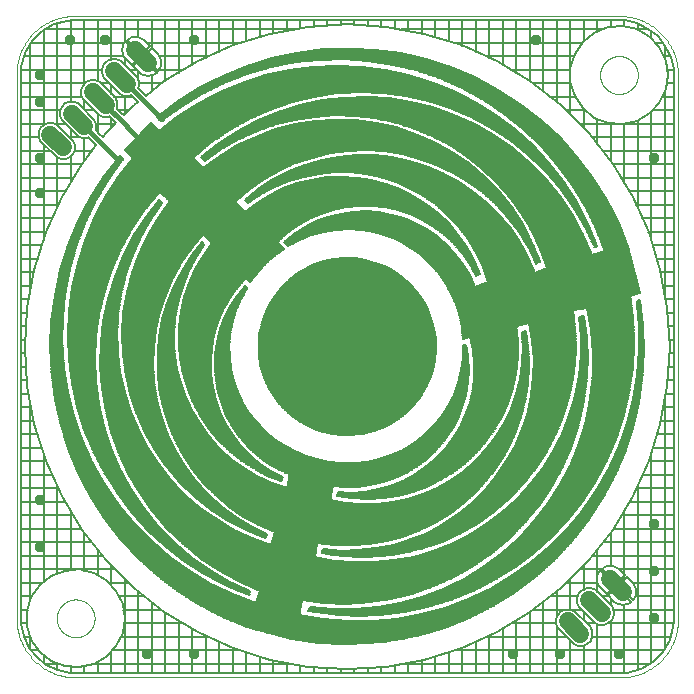
<source format=gtl>
G75*
%MOIN*%
%OFA0B0*%
%FSLAX25Y25*%
%IPPOS*%
%LPD*%
%AMOC8*
5,1,8,0,0,1.08239X$1,22.5*
%
%ADD10C,0.00039*%
%ADD11C,0.00000*%
%ADD12C,0.00500*%
%ADD13C,0.01600*%
%ADD14C,0.01600*%
%ADD15R,0.05000X0.02500*%
%ADD16C,0.06000*%
%ADD17C,0.00700*%
%ADD18OC8,0.03562*%
D10*
X0059997Y0061910D02*
X0059997Y0243406D01*
X0060003Y0243872D01*
X0060020Y0244338D01*
X0060048Y0244803D01*
X0060087Y0245268D01*
X0060138Y0245731D01*
X0060199Y0246193D01*
X0060272Y0246654D01*
X0060356Y0247112D01*
X0060451Y0247569D01*
X0060558Y0248023D01*
X0060675Y0248474D01*
X0060802Y0248922D01*
X0060941Y0249367D01*
X0061091Y0249809D01*
X0061251Y0250247D01*
X0061421Y0250681D01*
X0061602Y0251110D01*
X0061793Y0251535D01*
X0061995Y0251956D01*
X0062207Y0252371D01*
X0062428Y0252781D01*
X0062660Y0253186D01*
X0062901Y0253585D01*
X0063152Y0253978D01*
X0063412Y0254365D01*
X0063681Y0254745D01*
X0063960Y0255119D01*
X0064247Y0255486D01*
X0064544Y0255846D01*
X0064848Y0256198D01*
X0065162Y0256543D01*
X0065483Y0256881D01*
X0065813Y0257211D01*
X0066151Y0257532D01*
X0066496Y0257846D01*
X0066848Y0258150D01*
X0067208Y0258447D01*
X0067575Y0258734D01*
X0067949Y0259013D01*
X0068329Y0259282D01*
X0068716Y0259542D01*
X0069109Y0259793D01*
X0069508Y0260034D01*
X0069913Y0260266D01*
X0070323Y0260487D01*
X0070738Y0260699D01*
X0071159Y0260901D01*
X0071584Y0261092D01*
X0072013Y0261273D01*
X0072447Y0261443D01*
X0072885Y0261603D01*
X0073327Y0261753D01*
X0073772Y0261892D01*
X0074220Y0262019D01*
X0074671Y0262136D01*
X0075125Y0262243D01*
X0075582Y0262338D01*
X0076040Y0262422D01*
X0076501Y0262495D01*
X0076963Y0262556D01*
X0077426Y0262607D01*
X0077891Y0262646D01*
X0078356Y0262674D01*
X0078822Y0262691D01*
X0079288Y0262697D01*
X0260784Y0262697D01*
X0261260Y0262691D01*
X0261735Y0262674D01*
X0262210Y0262645D01*
X0262684Y0262605D01*
X0263157Y0262553D01*
X0263628Y0262490D01*
X0264098Y0262416D01*
X0264566Y0262330D01*
X0265032Y0262233D01*
X0265495Y0262125D01*
X0265955Y0262006D01*
X0266413Y0261875D01*
X0266867Y0261734D01*
X0267318Y0261581D01*
X0267764Y0261418D01*
X0268207Y0261244D01*
X0268645Y0261059D01*
X0269079Y0260864D01*
X0269508Y0260658D01*
X0269932Y0260442D01*
X0270351Y0260216D01*
X0270764Y0259980D01*
X0271171Y0259734D01*
X0271572Y0259478D01*
X0271966Y0259212D01*
X0272355Y0258937D01*
X0272736Y0258653D01*
X0273110Y0258360D01*
X0273478Y0258058D01*
X0273838Y0257746D01*
X0274190Y0257427D01*
X0274534Y0257099D01*
X0274871Y0256762D01*
X0275199Y0256418D01*
X0275518Y0256066D01*
X0275830Y0255706D01*
X0276132Y0255338D01*
X0276425Y0254964D01*
X0276709Y0254583D01*
X0276984Y0254194D01*
X0277250Y0253800D01*
X0277506Y0253399D01*
X0277752Y0252992D01*
X0277988Y0252579D01*
X0278214Y0252160D01*
X0278430Y0251736D01*
X0278636Y0251307D01*
X0278831Y0250873D01*
X0279016Y0250435D01*
X0279190Y0249992D01*
X0279353Y0249546D01*
X0279506Y0249095D01*
X0279647Y0248641D01*
X0279778Y0248183D01*
X0279897Y0247723D01*
X0280005Y0247260D01*
X0280102Y0246794D01*
X0280188Y0246326D01*
X0280262Y0245856D01*
X0280325Y0245385D01*
X0280377Y0244912D01*
X0280417Y0244438D01*
X0280446Y0243963D01*
X0280463Y0243488D01*
X0280469Y0243012D01*
X0280469Y0061516D01*
X0280463Y0061050D01*
X0280446Y0060584D01*
X0280418Y0060119D01*
X0280379Y0059654D01*
X0280328Y0059191D01*
X0280267Y0058729D01*
X0280194Y0058268D01*
X0280110Y0057810D01*
X0280015Y0057353D01*
X0279908Y0056899D01*
X0279791Y0056448D01*
X0279664Y0056000D01*
X0279525Y0055555D01*
X0279375Y0055113D01*
X0279215Y0054675D01*
X0279045Y0054241D01*
X0278864Y0053812D01*
X0278673Y0053387D01*
X0278471Y0052966D01*
X0278259Y0052551D01*
X0278038Y0052141D01*
X0277806Y0051736D01*
X0277565Y0051337D01*
X0277314Y0050944D01*
X0277054Y0050557D01*
X0276785Y0050177D01*
X0276506Y0049803D01*
X0276219Y0049436D01*
X0275922Y0049076D01*
X0275618Y0048724D01*
X0275304Y0048379D01*
X0274983Y0048041D01*
X0274653Y0047711D01*
X0274315Y0047390D01*
X0273970Y0047076D01*
X0273618Y0046772D01*
X0273258Y0046475D01*
X0272891Y0046188D01*
X0272517Y0045909D01*
X0272137Y0045640D01*
X0271750Y0045380D01*
X0271357Y0045129D01*
X0270958Y0044888D01*
X0270553Y0044656D01*
X0270143Y0044435D01*
X0269728Y0044223D01*
X0269307Y0044021D01*
X0268882Y0043830D01*
X0268453Y0043649D01*
X0268019Y0043479D01*
X0267581Y0043319D01*
X0267139Y0043169D01*
X0266694Y0043030D01*
X0266246Y0042903D01*
X0265795Y0042786D01*
X0265341Y0042679D01*
X0264884Y0042584D01*
X0264426Y0042500D01*
X0263965Y0042427D01*
X0263503Y0042366D01*
X0263040Y0042315D01*
X0262575Y0042276D01*
X0262110Y0042248D01*
X0261644Y0042231D01*
X0261178Y0042225D01*
X0079682Y0042225D01*
X0079206Y0042231D01*
X0078731Y0042248D01*
X0078256Y0042277D01*
X0077782Y0042317D01*
X0077309Y0042369D01*
X0076838Y0042432D01*
X0076368Y0042506D01*
X0075900Y0042592D01*
X0075434Y0042689D01*
X0074971Y0042797D01*
X0074511Y0042916D01*
X0074053Y0043047D01*
X0073599Y0043188D01*
X0073148Y0043341D01*
X0072702Y0043504D01*
X0072259Y0043678D01*
X0071821Y0043863D01*
X0071387Y0044058D01*
X0070958Y0044264D01*
X0070534Y0044480D01*
X0070115Y0044706D01*
X0069702Y0044942D01*
X0069295Y0045188D01*
X0068894Y0045444D01*
X0068500Y0045710D01*
X0068111Y0045985D01*
X0067730Y0046269D01*
X0067356Y0046562D01*
X0066988Y0046864D01*
X0066628Y0047176D01*
X0066276Y0047495D01*
X0065932Y0047823D01*
X0065595Y0048160D01*
X0065267Y0048504D01*
X0064948Y0048856D01*
X0064636Y0049216D01*
X0064334Y0049584D01*
X0064041Y0049958D01*
X0063757Y0050339D01*
X0063482Y0050728D01*
X0063216Y0051122D01*
X0062960Y0051523D01*
X0062714Y0051930D01*
X0062478Y0052343D01*
X0062252Y0052762D01*
X0062036Y0053186D01*
X0061830Y0053615D01*
X0061635Y0054049D01*
X0061450Y0054487D01*
X0061276Y0054930D01*
X0061113Y0055376D01*
X0060960Y0055827D01*
X0060819Y0056281D01*
X0060688Y0056739D01*
X0060569Y0057199D01*
X0060461Y0057662D01*
X0060364Y0058128D01*
X0060278Y0058596D01*
X0060204Y0059066D01*
X0060141Y0059537D01*
X0060089Y0060010D01*
X0060049Y0060484D01*
X0060020Y0060959D01*
X0060003Y0061434D01*
X0059997Y0061910D01*
D11*
X0073383Y0061910D02*
X0073385Y0062068D01*
X0073391Y0062226D01*
X0073401Y0062384D01*
X0073415Y0062542D01*
X0073433Y0062699D01*
X0073454Y0062856D01*
X0073480Y0063012D01*
X0073510Y0063168D01*
X0073543Y0063323D01*
X0073581Y0063476D01*
X0073622Y0063629D01*
X0073667Y0063781D01*
X0073716Y0063932D01*
X0073769Y0064081D01*
X0073825Y0064229D01*
X0073885Y0064375D01*
X0073949Y0064520D01*
X0074017Y0064663D01*
X0074088Y0064805D01*
X0074162Y0064945D01*
X0074240Y0065082D01*
X0074322Y0065218D01*
X0074406Y0065352D01*
X0074495Y0065483D01*
X0074586Y0065612D01*
X0074681Y0065739D01*
X0074778Y0065864D01*
X0074879Y0065986D01*
X0074983Y0066105D01*
X0075090Y0066222D01*
X0075200Y0066336D01*
X0075313Y0066447D01*
X0075428Y0066556D01*
X0075546Y0066661D01*
X0075667Y0066763D01*
X0075790Y0066863D01*
X0075916Y0066959D01*
X0076044Y0067052D01*
X0076174Y0067142D01*
X0076307Y0067228D01*
X0076442Y0067312D01*
X0076578Y0067391D01*
X0076717Y0067468D01*
X0076858Y0067540D01*
X0077000Y0067610D01*
X0077144Y0067675D01*
X0077290Y0067737D01*
X0077437Y0067795D01*
X0077586Y0067850D01*
X0077736Y0067901D01*
X0077887Y0067948D01*
X0078039Y0067991D01*
X0078192Y0068030D01*
X0078347Y0068066D01*
X0078502Y0068097D01*
X0078658Y0068125D01*
X0078814Y0068149D01*
X0078971Y0068169D01*
X0079129Y0068185D01*
X0079286Y0068197D01*
X0079445Y0068205D01*
X0079603Y0068209D01*
X0079761Y0068209D01*
X0079919Y0068205D01*
X0080078Y0068197D01*
X0080235Y0068185D01*
X0080393Y0068169D01*
X0080550Y0068149D01*
X0080706Y0068125D01*
X0080862Y0068097D01*
X0081017Y0068066D01*
X0081172Y0068030D01*
X0081325Y0067991D01*
X0081477Y0067948D01*
X0081628Y0067901D01*
X0081778Y0067850D01*
X0081927Y0067795D01*
X0082074Y0067737D01*
X0082220Y0067675D01*
X0082364Y0067610D01*
X0082506Y0067540D01*
X0082647Y0067468D01*
X0082786Y0067391D01*
X0082922Y0067312D01*
X0083057Y0067228D01*
X0083190Y0067142D01*
X0083320Y0067052D01*
X0083448Y0066959D01*
X0083574Y0066863D01*
X0083697Y0066763D01*
X0083818Y0066661D01*
X0083936Y0066556D01*
X0084051Y0066447D01*
X0084164Y0066336D01*
X0084274Y0066222D01*
X0084381Y0066105D01*
X0084485Y0065986D01*
X0084586Y0065864D01*
X0084683Y0065739D01*
X0084778Y0065612D01*
X0084869Y0065483D01*
X0084958Y0065352D01*
X0085042Y0065218D01*
X0085124Y0065082D01*
X0085202Y0064945D01*
X0085276Y0064805D01*
X0085347Y0064663D01*
X0085415Y0064520D01*
X0085479Y0064375D01*
X0085539Y0064229D01*
X0085595Y0064081D01*
X0085648Y0063932D01*
X0085697Y0063781D01*
X0085742Y0063629D01*
X0085783Y0063476D01*
X0085821Y0063323D01*
X0085854Y0063168D01*
X0085884Y0063012D01*
X0085910Y0062856D01*
X0085931Y0062699D01*
X0085949Y0062542D01*
X0085963Y0062384D01*
X0085973Y0062226D01*
X0085979Y0062068D01*
X0085981Y0061910D01*
X0085979Y0061752D01*
X0085973Y0061594D01*
X0085963Y0061436D01*
X0085949Y0061278D01*
X0085931Y0061121D01*
X0085910Y0060964D01*
X0085884Y0060808D01*
X0085854Y0060652D01*
X0085821Y0060497D01*
X0085783Y0060344D01*
X0085742Y0060191D01*
X0085697Y0060039D01*
X0085648Y0059888D01*
X0085595Y0059739D01*
X0085539Y0059591D01*
X0085479Y0059445D01*
X0085415Y0059300D01*
X0085347Y0059157D01*
X0085276Y0059015D01*
X0085202Y0058875D01*
X0085124Y0058738D01*
X0085042Y0058602D01*
X0084958Y0058468D01*
X0084869Y0058337D01*
X0084778Y0058208D01*
X0084683Y0058081D01*
X0084586Y0057956D01*
X0084485Y0057834D01*
X0084381Y0057715D01*
X0084274Y0057598D01*
X0084164Y0057484D01*
X0084051Y0057373D01*
X0083936Y0057264D01*
X0083818Y0057159D01*
X0083697Y0057057D01*
X0083574Y0056957D01*
X0083448Y0056861D01*
X0083320Y0056768D01*
X0083190Y0056678D01*
X0083057Y0056592D01*
X0082922Y0056508D01*
X0082786Y0056429D01*
X0082647Y0056352D01*
X0082506Y0056280D01*
X0082364Y0056210D01*
X0082220Y0056145D01*
X0082074Y0056083D01*
X0081927Y0056025D01*
X0081778Y0055970D01*
X0081628Y0055919D01*
X0081477Y0055872D01*
X0081325Y0055829D01*
X0081172Y0055790D01*
X0081017Y0055754D01*
X0080862Y0055723D01*
X0080706Y0055695D01*
X0080550Y0055671D01*
X0080393Y0055651D01*
X0080235Y0055635D01*
X0080078Y0055623D01*
X0079919Y0055615D01*
X0079761Y0055611D01*
X0079603Y0055611D01*
X0079445Y0055615D01*
X0079286Y0055623D01*
X0079129Y0055635D01*
X0078971Y0055651D01*
X0078814Y0055671D01*
X0078658Y0055695D01*
X0078502Y0055723D01*
X0078347Y0055754D01*
X0078192Y0055790D01*
X0078039Y0055829D01*
X0077887Y0055872D01*
X0077736Y0055919D01*
X0077586Y0055970D01*
X0077437Y0056025D01*
X0077290Y0056083D01*
X0077144Y0056145D01*
X0077000Y0056210D01*
X0076858Y0056280D01*
X0076717Y0056352D01*
X0076578Y0056429D01*
X0076442Y0056508D01*
X0076307Y0056592D01*
X0076174Y0056678D01*
X0076044Y0056768D01*
X0075916Y0056861D01*
X0075790Y0056957D01*
X0075667Y0057057D01*
X0075546Y0057159D01*
X0075428Y0057264D01*
X0075313Y0057373D01*
X0075200Y0057484D01*
X0075090Y0057598D01*
X0074983Y0057715D01*
X0074879Y0057834D01*
X0074778Y0057956D01*
X0074681Y0058081D01*
X0074586Y0058208D01*
X0074495Y0058337D01*
X0074406Y0058468D01*
X0074322Y0058602D01*
X0074240Y0058738D01*
X0074162Y0058875D01*
X0074088Y0059015D01*
X0074017Y0059157D01*
X0073949Y0059300D01*
X0073885Y0059445D01*
X0073825Y0059591D01*
X0073769Y0059739D01*
X0073716Y0059888D01*
X0073667Y0060039D01*
X0073622Y0060191D01*
X0073581Y0060344D01*
X0073543Y0060497D01*
X0073510Y0060652D01*
X0073480Y0060808D01*
X0073454Y0060964D01*
X0073433Y0061121D01*
X0073415Y0061278D01*
X0073401Y0061436D01*
X0073391Y0061594D01*
X0073385Y0061752D01*
X0073383Y0061910D01*
X0166296Y0152461D02*
X0166298Y0152586D01*
X0166304Y0152711D01*
X0166314Y0152835D01*
X0166328Y0152959D01*
X0166345Y0153083D01*
X0166367Y0153206D01*
X0166393Y0153328D01*
X0166422Y0153450D01*
X0166455Y0153570D01*
X0166493Y0153689D01*
X0166533Y0153808D01*
X0166578Y0153924D01*
X0166626Y0154039D01*
X0166678Y0154153D01*
X0166734Y0154265D01*
X0166793Y0154375D01*
X0166855Y0154483D01*
X0166921Y0154590D01*
X0166990Y0154694D01*
X0167063Y0154795D01*
X0167138Y0154895D01*
X0167217Y0154992D01*
X0167299Y0155086D01*
X0167384Y0155178D01*
X0167471Y0155267D01*
X0167562Y0155353D01*
X0167655Y0155436D01*
X0167751Y0155517D01*
X0167849Y0155594D01*
X0167949Y0155668D01*
X0168052Y0155739D01*
X0168157Y0155806D01*
X0168265Y0155871D01*
X0168374Y0155931D01*
X0168485Y0155989D01*
X0168598Y0156042D01*
X0168712Y0156092D01*
X0168828Y0156139D01*
X0168945Y0156181D01*
X0169064Y0156220D01*
X0169184Y0156256D01*
X0169305Y0156287D01*
X0169427Y0156315D01*
X0169549Y0156338D01*
X0169673Y0156358D01*
X0169797Y0156374D01*
X0169921Y0156386D01*
X0170046Y0156394D01*
X0170171Y0156398D01*
X0170295Y0156398D01*
X0170420Y0156394D01*
X0170545Y0156386D01*
X0170669Y0156374D01*
X0170793Y0156358D01*
X0170917Y0156338D01*
X0171039Y0156315D01*
X0171161Y0156287D01*
X0171282Y0156256D01*
X0171402Y0156220D01*
X0171521Y0156181D01*
X0171638Y0156139D01*
X0171754Y0156092D01*
X0171868Y0156042D01*
X0171981Y0155989D01*
X0172092Y0155931D01*
X0172202Y0155871D01*
X0172309Y0155806D01*
X0172414Y0155739D01*
X0172517Y0155668D01*
X0172617Y0155594D01*
X0172715Y0155517D01*
X0172811Y0155436D01*
X0172904Y0155353D01*
X0172995Y0155267D01*
X0173082Y0155178D01*
X0173167Y0155086D01*
X0173249Y0154992D01*
X0173328Y0154895D01*
X0173403Y0154795D01*
X0173476Y0154694D01*
X0173545Y0154590D01*
X0173611Y0154483D01*
X0173673Y0154375D01*
X0173732Y0154265D01*
X0173788Y0154153D01*
X0173840Y0154039D01*
X0173888Y0153924D01*
X0173933Y0153808D01*
X0173973Y0153689D01*
X0174011Y0153570D01*
X0174044Y0153450D01*
X0174073Y0153328D01*
X0174099Y0153206D01*
X0174121Y0153083D01*
X0174138Y0152959D01*
X0174152Y0152835D01*
X0174162Y0152711D01*
X0174168Y0152586D01*
X0174170Y0152461D01*
X0174168Y0152336D01*
X0174162Y0152211D01*
X0174152Y0152087D01*
X0174138Y0151963D01*
X0174121Y0151839D01*
X0174099Y0151716D01*
X0174073Y0151594D01*
X0174044Y0151472D01*
X0174011Y0151352D01*
X0173973Y0151233D01*
X0173933Y0151114D01*
X0173888Y0150998D01*
X0173840Y0150883D01*
X0173788Y0150769D01*
X0173732Y0150657D01*
X0173673Y0150547D01*
X0173611Y0150439D01*
X0173545Y0150332D01*
X0173476Y0150228D01*
X0173403Y0150127D01*
X0173328Y0150027D01*
X0173249Y0149930D01*
X0173167Y0149836D01*
X0173082Y0149744D01*
X0172995Y0149655D01*
X0172904Y0149569D01*
X0172811Y0149486D01*
X0172715Y0149405D01*
X0172617Y0149328D01*
X0172517Y0149254D01*
X0172414Y0149183D01*
X0172309Y0149116D01*
X0172201Y0149051D01*
X0172092Y0148991D01*
X0171981Y0148933D01*
X0171868Y0148880D01*
X0171754Y0148830D01*
X0171638Y0148783D01*
X0171521Y0148741D01*
X0171402Y0148702D01*
X0171282Y0148666D01*
X0171161Y0148635D01*
X0171039Y0148607D01*
X0170917Y0148584D01*
X0170793Y0148564D01*
X0170669Y0148548D01*
X0170545Y0148536D01*
X0170420Y0148528D01*
X0170295Y0148524D01*
X0170171Y0148524D01*
X0170046Y0148528D01*
X0169921Y0148536D01*
X0169797Y0148548D01*
X0169673Y0148564D01*
X0169549Y0148584D01*
X0169427Y0148607D01*
X0169305Y0148635D01*
X0169184Y0148666D01*
X0169064Y0148702D01*
X0168945Y0148741D01*
X0168828Y0148783D01*
X0168712Y0148830D01*
X0168598Y0148880D01*
X0168485Y0148933D01*
X0168374Y0148991D01*
X0168264Y0149051D01*
X0168157Y0149116D01*
X0168052Y0149183D01*
X0167949Y0149254D01*
X0167849Y0149328D01*
X0167751Y0149405D01*
X0167655Y0149486D01*
X0167562Y0149569D01*
X0167471Y0149655D01*
X0167384Y0149744D01*
X0167299Y0149836D01*
X0167217Y0149930D01*
X0167138Y0150027D01*
X0167063Y0150127D01*
X0166990Y0150228D01*
X0166921Y0150332D01*
X0166855Y0150439D01*
X0166793Y0150547D01*
X0166734Y0150657D01*
X0166678Y0150769D01*
X0166626Y0150883D01*
X0166578Y0150998D01*
X0166533Y0151114D01*
X0166493Y0151233D01*
X0166455Y0151352D01*
X0166422Y0151472D01*
X0166393Y0151594D01*
X0166367Y0151716D01*
X0166345Y0151839D01*
X0166328Y0151963D01*
X0166314Y0152087D01*
X0166304Y0152211D01*
X0166298Y0152336D01*
X0166296Y0152461D01*
X0254485Y0243012D02*
X0254487Y0243170D01*
X0254493Y0243328D01*
X0254503Y0243486D01*
X0254517Y0243644D01*
X0254535Y0243801D01*
X0254556Y0243958D01*
X0254582Y0244114D01*
X0254612Y0244270D01*
X0254645Y0244425D01*
X0254683Y0244578D01*
X0254724Y0244731D01*
X0254769Y0244883D01*
X0254818Y0245034D01*
X0254871Y0245183D01*
X0254927Y0245331D01*
X0254987Y0245477D01*
X0255051Y0245622D01*
X0255119Y0245765D01*
X0255190Y0245907D01*
X0255264Y0246047D01*
X0255342Y0246184D01*
X0255424Y0246320D01*
X0255508Y0246454D01*
X0255597Y0246585D01*
X0255688Y0246714D01*
X0255783Y0246841D01*
X0255880Y0246966D01*
X0255981Y0247088D01*
X0256085Y0247207D01*
X0256192Y0247324D01*
X0256302Y0247438D01*
X0256415Y0247549D01*
X0256530Y0247658D01*
X0256648Y0247763D01*
X0256769Y0247865D01*
X0256892Y0247965D01*
X0257018Y0248061D01*
X0257146Y0248154D01*
X0257276Y0248244D01*
X0257409Y0248330D01*
X0257544Y0248414D01*
X0257680Y0248493D01*
X0257819Y0248570D01*
X0257960Y0248642D01*
X0258102Y0248712D01*
X0258246Y0248777D01*
X0258392Y0248839D01*
X0258539Y0248897D01*
X0258688Y0248952D01*
X0258838Y0249003D01*
X0258989Y0249050D01*
X0259141Y0249093D01*
X0259294Y0249132D01*
X0259449Y0249168D01*
X0259604Y0249199D01*
X0259760Y0249227D01*
X0259916Y0249251D01*
X0260073Y0249271D01*
X0260231Y0249287D01*
X0260388Y0249299D01*
X0260547Y0249307D01*
X0260705Y0249311D01*
X0260863Y0249311D01*
X0261021Y0249307D01*
X0261180Y0249299D01*
X0261337Y0249287D01*
X0261495Y0249271D01*
X0261652Y0249251D01*
X0261808Y0249227D01*
X0261964Y0249199D01*
X0262119Y0249168D01*
X0262274Y0249132D01*
X0262427Y0249093D01*
X0262579Y0249050D01*
X0262730Y0249003D01*
X0262880Y0248952D01*
X0263029Y0248897D01*
X0263176Y0248839D01*
X0263322Y0248777D01*
X0263466Y0248712D01*
X0263608Y0248642D01*
X0263749Y0248570D01*
X0263888Y0248493D01*
X0264024Y0248414D01*
X0264159Y0248330D01*
X0264292Y0248244D01*
X0264422Y0248154D01*
X0264550Y0248061D01*
X0264676Y0247965D01*
X0264799Y0247865D01*
X0264920Y0247763D01*
X0265038Y0247658D01*
X0265153Y0247549D01*
X0265266Y0247438D01*
X0265376Y0247324D01*
X0265483Y0247207D01*
X0265587Y0247088D01*
X0265688Y0246966D01*
X0265785Y0246841D01*
X0265880Y0246714D01*
X0265971Y0246585D01*
X0266060Y0246454D01*
X0266144Y0246320D01*
X0266226Y0246184D01*
X0266304Y0246047D01*
X0266378Y0245907D01*
X0266449Y0245765D01*
X0266517Y0245622D01*
X0266581Y0245477D01*
X0266641Y0245331D01*
X0266697Y0245183D01*
X0266750Y0245034D01*
X0266799Y0244883D01*
X0266844Y0244731D01*
X0266885Y0244578D01*
X0266923Y0244425D01*
X0266956Y0244270D01*
X0266986Y0244114D01*
X0267012Y0243958D01*
X0267033Y0243801D01*
X0267051Y0243644D01*
X0267065Y0243486D01*
X0267075Y0243328D01*
X0267081Y0243170D01*
X0267083Y0243012D01*
X0267081Y0242854D01*
X0267075Y0242696D01*
X0267065Y0242538D01*
X0267051Y0242380D01*
X0267033Y0242223D01*
X0267012Y0242066D01*
X0266986Y0241910D01*
X0266956Y0241754D01*
X0266923Y0241599D01*
X0266885Y0241446D01*
X0266844Y0241293D01*
X0266799Y0241141D01*
X0266750Y0240990D01*
X0266697Y0240841D01*
X0266641Y0240693D01*
X0266581Y0240547D01*
X0266517Y0240402D01*
X0266449Y0240259D01*
X0266378Y0240117D01*
X0266304Y0239977D01*
X0266226Y0239840D01*
X0266144Y0239704D01*
X0266060Y0239570D01*
X0265971Y0239439D01*
X0265880Y0239310D01*
X0265785Y0239183D01*
X0265688Y0239058D01*
X0265587Y0238936D01*
X0265483Y0238817D01*
X0265376Y0238700D01*
X0265266Y0238586D01*
X0265153Y0238475D01*
X0265038Y0238366D01*
X0264920Y0238261D01*
X0264799Y0238159D01*
X0264676Y0238059D01*
X0264550Y0237963D01*
X0264422Y0237870D01*
X0264292Y0237780D01*
X0264159Y0237694D01*
X0264024Y0237610D01*
X0263888Y0237531D01*
X0263749Y0237454D01*
X0263608Y0237382D01*
X0263466Y0237312D01*
X0263322Y0237247D01*
X0263176Y0237185D01*
X0263029Y0237127D01*
X0262880Y0237072D01*
X0262730Y0237021D01*
X0262579Y0236974D01*
X0262427Y0236931D01*
X0262274Y0236892D01*
X0262119Y0236856D01*
X0261964Y0236825D01*
X0261808Y0236797D01*
X0261652Y0236773D01*
X0261495Y0236753D01*
X0261337Y0236737D01*
X0261180Y0236725D01*
X0261021Y0236717D01*
X0260863Y0236713D01*
X0260705Y0236713D01*
X0260547Y0236717D01*
X0260388Y0236725D01*
X0260231Y0236737D01*
X0260073Y0236753D01*
X0259916Y0236773D01*
X0259760Y0236797D01*
X0259604Y0236825D01*
X0259449Y0236856D01*
X0259294Y0236892D01*
X0259141Y0236931D01*
X0258989Y0236974D01*
X0258838Y0237021D01*
X0258688Y0237072D01*
X0258539Y0237127D01*
X0258392Y0237185D01*
X0258246Y0237247D01*
X0258102Y0237312D01*
X0257960Y0237382D01*
X0257819Y0237454D01*
X0257680Y0237531D01*
X0257544Y0237610D01*
X0257409Y0237694D01*
X0257276Y0237780D01*
X0257146Y0237870D01*
X0257018Y0237963D01*
X0256892Y0238059D01*
X0256769Y0238159D01*
X0256648Y0238261D01*
X0256530Y0238366D01*
X0256415Y0238475D01*
X0256302Y0238586D01*
X0256192Y0238700D01*
X0256085Y0238817D01*
X0255981Y0238936D01*
X0255880Y0239058D01*
X0255783Y0239183D01*
X0255688Y0239310D01*
X0255597Y0239439D01*
X0255508Y0239570D01*
X0255424Y0239704D01*
X0255342Y0239840D01*
X0255264Y0239977D01*
X0255190Y0240117D01*
X0255119Y0240259D01*
X0255051Y0240402D01*
X0254987Y0240547D01*
X0254927Y0240693D01*
X0254871Y0240841D01*
X0254818Y0240990D01*
X0254769Y0241141D01*
X0254724Y0241293D01*
X0254683Y0241446D01*
X0254645Y0241599D01*
X0254612Y0241754D01*
X0254582Y0241910D01*
X0254556Y0242066D01*
X0254535Y0242223D01*
X0254517Y0242380D01*
X0254503Y0242538D01*
X0254493Y0242696D01*
X0254487Y0242854D01*
X0254485Y0243012D01*
D12*
X0237834Y0225179D02*
X0228667Y0225179D01*
X0228961Y0224942D02*
X0234882Y0219269D01*
X0240286Y0213102D01*
X0245133Y0206487D01*
X0249384Y0199475D01*
X0253008Y0192120D01*
X0255977Y0184476D01*
X0251940Y0182945D01*
X0248944Y0189821D01*
X0245333Y0196396D01*
X0241137Y0202613D01*
X0236391Y0208422D01*
X0231134Y0213772D01*
X0225411Y0218621D01*
X0219269Y0222926D01*
X0212759Y0226653D01*
X0205937Y0229771D01*
X0198858Y0232252D01*
X0191583Y0234077D01*
X0184171Y0235230D01*
X0176685Y0235701D01*
X0169187Y0235487D01*
X0161740Y0234589D01*
X0154406Y0233016D01*
X0147247Y0230779D01*
X0140321Y0227898D01*
X0133688Y0224397D01*
X0127401Y0220304D01*
X0121515Y0215655D01*
X0122768Y0214403D01*
X0128229Y0218233D01*
X0134017Y0221548D01*
X0140083Y0224321D01*
X0146377Y0226529D01*
X0152847Y0228153D01*
X0159437Y0229179D01*
X0166094Y0229600D01*
X0172762Y0229411D01*
X0179384Y0228614D01*
X0185906Y0227215D01*
X0192273Y0225228D01*
X0198432Y0222667D01*
X0204332Y0219555D01*
X0209922Y0215917D01*
X0215158Y0211783D01*
X0219994Y0207190D01*
X0224390Y0202173D01*
X0228310Y0196777D01*
X0231721Y0191045D01*
X0234595Y0185025D01*
X0236907Y0178769D01*
X0232870Y0176959D01*
X0230531Y0182324D01*
X0227688Y0187440D01*
X0224368Y0192261D01*
X0220601Y0196740D01*
X0216423Y0200838D01*
X0211870Y0204517D01*
X0206986Y0207742D01*
X0201816Y0210485D01*
X0196406Y0212719D01*
X0190807Y0214424D01*
X0185071Y0215585D01*
X0179249Y0216191D01*
X0173397Y0216236D01*
X0167566Y0215720D01*
X0161813Y0214648D01*
X0156188Y0213029D01*
X0150745Y0210878D01*
X0145533Y0208215D01*
X0140600Y0205066D01*
X0135991Y0201458D01*
X0137105Y0200344D01*
X0141414Y0203254D01*
X0145994Y0205714D01*
X0150800Y0207699D01*
X0155781Y0209190D01*
X0160887Y0210171D01*
X0166066Y0210631D01*
X0171266Y0210567D01*
X0176432Y0209979D01*
X0181512Y0208872D01*
X0186455Y0207259D01*
X0191210Y0205155D01*
X0195728Y0202583D01*
X0199964Y0199568D01*
X0203874Y0196140D01*
X0207419Y0192336D01*
X0210562Y0188194D01*
X0213270Y0183756D01*
X0215518Y0179067D01*
X0217281Y0174175D01*
X0212826Y0172505D01*
X0211038Y0176362D01*
X0208849Y0180006D01*
X0206285Y0183397D01*
X0203374Y0186496D01*
X0200150Y0189267D01*
X0196649Y0191679D01*
X0192911Y0193704D01*
X0188979Y0195321D01*
X0184897Y0196509D01*
X0180712Y0197256D01*
X0176471Y0197554D01*
X0172223Y0197398D01*
X0168015Y0196791D01*
X0163896Y0195739D01*
X0159912Y0194255D01*
X0156109Y0192355D01*
X0152529Y0190061D01*
X0149215Y0187399D01*
X0150607Y0186007D01*
X0154340Y0188034D01*
X0158276Y0189633D01*
X0162366Y0190783D01*
X0166558Y0191470D01*
X0170801Y0191686D01*
X0175041Y0191427D01*
X0179226Y0190697D01*
X0183304Y0189505D01*
X0187223Y0187866D01*
X0190936Y0185800D01*
X0194395Y0183333D01*
X0197557Y0180496D01*
X0200383Y0177325D01*
X0202839Y0173858D01*
X0204892Y0170139D01*
X0206464Y0166561D01*
X0207636Y0162833D01*
X0208396Y0158999D01*
X0208734Y0155106D01*
X0211295Y0155663D01*
X0212171Y0151330D01*
X0212581Y0146929D01*
X0212520Y0142510D01*
X0211989Y0138122D01*
X0210994Y0133815D01*
X0209546Y0129639D01*
X0207662Y0125641D01*
X0205362Y0121866D01*
X0202674Y0118357D01*
X0199628Y0115155D01*
X0196258Y0112295D01*
X0192603Y0109809D01*
X0188704Y0107728D01*
X0184605Y0106073D01*
X0180354Y0104864D01*
X0175998Y0104114D01*
X0171587Y0103832D01*
X0167171Y0104022D01*
X0166892Y0102630D01*
X0171910Y0101870D01*
X0176978Y0101620D01*
X0182046Y0101882D01*
X0187061Y0102655D01*
X0191973Y0103929D01*
X0196732Y0105693D01*
X0201288Y0107927D01*
X0205595Y0110610D01*
X0209610Y0113713D01*
X0213292Y0117206D01*
X0216602Y0121052D01*
X0219507Y0125212D01*
X0221978Y0129645D01*
X0223990Y0134304D01*
X0225521Y0139142D01*
X0226556Y0144110D01*
X0227085Y0149157D01*
X0227102Y0154231D01*
X0226607Y0159282D01*
X0230922Y0160256D01*
X0231938Y0154365D01*
X0232386Y0148403D01*
X0232260Y0142427D01*
X0231562Y0136489D01*
X0230297Y0130646D01*
X0228479Y0124951D01*
X0226123Y0119457D01*
X0223252Y0114213D01*
X0219891Y0109269D01*
X0216071Y0104670D01*
X0211829Y0100458D01*
X0207202Y0096672D01*
X0202234Y0093347D01*
X0196970Y0090514D01*
X0191458Y0088198D01*
X0185750Y0086421D01*
X0179898Y0085199D01*
X0173956Y0084544D01*
X0167979Y0084461D01*
X0162020Y0084952D01*
X0161742Y0083560D01*
X0168498Y0082584D01*
X0175317Y0082261D01*
X0182136Y0082592D01*
X0188891Y0083575D01*
X0195521Y0085202D01*
X0201965Y0087456D01*
X0208162Y0090317D01*
X0214058Y0093760D01*
X0219595Y0097751D01*
X0224725Y0102255D01*
X0229400Y0107230D01*
X0233576Y0112630D01*
X0237216Y0118405D01*
X0240285Y0124503D01*
X0242756Y0130867D01*
X0244605Y0137438D01*
X0245816Y0144156D01*
X0246377Y0150960D01*
X0246284Y0157786D01*
X0245537Y0164571D01*
X0250270Y0165406D01*
X0251528Y0157918D01*
X0252097Y0150346D01*
X0251972Y0142754D01*
X0251155Y0135205D01*
X0249652Y0127762D01*
X0247475Y0120487D01*
X0244644Y0113441D01*
X0241181Y0106684D01*
X0237116Y0100270D01*
X0232483Y0094255D01*
X0227319Y0088688D01*
X0221669Y0083615D01*
X0215579Y0079079D01*
X0209101Y0075118D01*
X0202288Y0071766D01*
X0195197Y0069049D01*
X0187888Y0066991D01*
X0180422Y0065609D01*
X0172860Y0064914D01*
X0165267Y0064912D01*
X0157705Y0065604D01*
X0157288Y0064351D01*
X0165206Y0063224D01*
X0173193Y0062791D01*
X0181187Y0063057D01*
X0189127Y0064017D01*
X0196954Y0065667D01*
X0204607Y0067992D01*
X0212028Y0070975D01*
X0219161Y0074593D01*
X0225951Y0078820D01*
X0232348Y0083622D01*
X0238301Y0088964D01*
X0243766Y0094804D01*
X0248701Y0101098D01*
X0253069Y0107798D01*
X0256837Y0114854D01*
X0259975Y0122211D01*
X0262460Y0129813D01*
X0264273Y0137603D01*
X0265400Y0145522D01*
X0265833Y0153508D01*
X0265567Y0161502D01*
X0264607Y0169443D01*
X0267808Y0170417D01*
X0263911Y0185729D01*
X0260645Y0193771D01*
X0256691Y0201498D01*
X0252079Y0208851D01*
X0246843Y0215774D01*
X0241024Y0222214D01*
X0234666Y0228123D01*
X0227817Y0233455D01*
X0220529Y0238170D01*
X0212858Y0242231D01*
X0204863Y0245609D01*
X0196603Y0248277D01*
X0188142Y0250215D01*
X0179545Y0251408D01*
X0170876Y0251847D01*
X0162202Y0251529D01*
X0153589Y0250457D01*
X0145102Y0248637D01*
X0136806Y0246085D01*
X0128763Y0242820D01*
X0121036Y0238866D01*
X0113683Y0234254D01*
X0106760Y0229018D01*
X0108152Y0227626D01*
X0114767Y0232472D01*
X0121779Y0236723D01*
X0129135Y0240347D01*
X0136779Y0243316D01*
X0144652Y0245608D01*
X0152695Y0247204D01*
X0160847Y0248094D01*
X0169045Y0248270D01*
X0177227Y0247730D01*
X0185331Y0246479D01*
X0193296Y0244527D01*
X0201060Y0241888D01*
X0208564Y0238583D01*
X0215752Y0234636D01*
X0222568Y0230077D01*
X0228961Y0224942D01*
X0229235Y0224680D02*
X0238371Y0224680D01*
X0238907Y0224182D02*
X0229755Y0224182D01*
X0230275Y0223683D02*
X0239444Y0223683D01*
X0239980Y0223185D02*
X0230796Y0223185D01*
X0231316Y0222686D02*
X0240516Y0222686D01*
X0241048Y0222188D02*
X0231836Y0222188D01*
X0232357Y0221689D02*
X0241499Y0221689D01*
X0241949Y0221191D02*
X0232877Y0221191D01*
X0233397Y0220692D02*
X0242400Y0220692D01*
X0242850Y0220193D02*
X0233918Y0220193D01*
X0234438Y0219695D02*
X0243300Y0219695D01*
X0243751Y0219196D02*
X0234946Y0219196D01*
X0235383Y0218698D02*
X0244201Y0218698D01*
X0244652Y0218199D02*
X0235820Y0218199D01*
X0236257Y0217701D02*
X0245102Y0217701D01*
X0245552Y0217202D02*
X0236693Y0217202D01*
X0237130Y0216704D02*
X0246003Y0216704D01*
X0246453Y0216205D02*
X0237567Y0216205D01*
X0238004Y0215707D02*
X0246894Y0215707D01*
X0247271Y0215208D02*
X0238441Y0215208D01*
X0238878Y0214710D02*
X0247648Y0214710D01*
X0248025Y0214211D02*
X0239314Y0214211D01*
X0239751Y0213713D02*
X0248402Y0213713D01*
X0248779Y0213214D02*
X0240188Y0213214D01*
X0240569Y0212716D02*
X0249156Y0212716D01*
X0249533Y0212217D02*
X0240935Y0212217D01*
X0241300Y0211719D02*
X0249910Y0211719D01*
X0250287Y0211220D02*
X0241665Y0211220D01*
X0242030Y0210722D02*
X0250664Y0210722D01*
X0251041Y0210223D02*
X0242396Y0210223D01*
X0242761Y0209725D02*
X0251418Y0209725D01*
X0251795Y0209226D02*
X0243126Y0209226D01*
X0243491Y0208728D02*
X0252156Y0208728D01*
X0252469Y0208229D02*
X0243856Y0208229D01*
X0244222Y0207731D02*
X0252782Y0207731D01*
X0253094Y0207232D02*
X0244587Y0207232D01*
X0244952Y0206734D02*
X0253407Y0206734D01*
X0253720Y0206235D02*
X0245285Y0206235D01*
X0245588Y0205737D02*
X0254032Y0205737D01*
X0254345Y0205238D02*
X0245890Y0205238D01*
X0246192Y0204740D02*
X0254658Y0204740D01*
X0254970Y0204241D02*
X0246494Y0204241D01*
X0246797Y0203743D02*
X0255283Y0203743D01*
X0255596Y0203244D02*
X0247099Y0203244D01*
X0247401Y0202746D02*
X0255909Y0202746D01*
X0256221Y0202247D02*
X0247703Y0202247D01*
X0248006Y0201749D02*
X0256534Y0201749D01*
X0256818Y0201250D02*
X0248308Y0201250D01*
X0248610Y0200752D02*
X0257073Y0200752D01*
X0257328Y0200253D02*
X0248912Y0200253D01*
X0249214Y0199755D02*
X0257583Y0199755D01*
X0257838Y0199256D02*
X0249492Y0199256D01*
X0249737Y0198757D02*
X0258094Y0198757D01*
X0258349Y0198259D02*
X0249983Y0198259D01*
X0250229Y0197760D02*
X0258604Y0197760D01*
X0258859Y0197262D02*
X0250474Y0197262D01*
X0250720Y0196763D02*
X0259114Y0196763D01*
X0259369Y0196265D02*
X0250965Y0196265D01*
X0251211Y0195766D02*
X0259624Y0195766D01*
X0259879Y0195268D02*
X0251457Y0195268D01*
X0251702Y0194769D02*
X0260134Y0194769D01*
X0260389Y0194271D02*
X0251948Y0194271D01*
X0252193Y0193772D02*
X0260644Y0193772D01*
X0260847Y0193274D02*
X0252439Y0193274D01*
X0252684Y0192775D02*
X0261049Y0192775D01*
X0261252Y0192277D02*
X0252930Y0192277D01*
X0253140Y0191778D02*
X0261454Y0191778D01*
X0261657Y0191280D02*
X0253334Y0191280D01*
X0253527Y0190781D02*
X0261859Y0190781D01*
X0262061Y0190283D02*
X0253721Y0190283D01*
X0253915Y0189784D02*
X0262264Y0189784D01*
X0262466Y0189286D02*
X0254108Y0189286D01*
X0254302Y0188787D02*
X0262669Y0188787D01*
X0262871Y0188289D02*
X0254496Y0188289D01*
X0254689Y0187790D02*
X0263074Y0187790D01*
X0263276Y0187292D02*
X0254883Y0187292D01*
X0255076Y0186793D02*
X0263478Y0186793D01*
X0263681Y0186295D02*
X0255270Y0186295D01*
X0255464Y0185796D02*
X0263883Y0185796D01*
X0264020Y0185298D02*
X0255657Y0185298D01*
X0255851Y0184799D02*
X0264147Y0184799D01*
X0264274Y0184301D02*
X0255515Y0184301D01*
X0254201Y0183802D02*
X0264401Y0183802D01*
X0264528Y0183304D02*
X0252886Y0183304D01*
X0251784Y0183304D02*
X0235231Y0183304D01*
X0235047Y0183802D02*
X0251566Y0183802D01*
X0251349Y0184301D02*
X0234863Y0184301D01*
X0234679Y0184799D02*
X0251132Y0184799D01*
X0250915Y0185298D02*
X0234465Y0185298D01*
X0234227Y0185796D02*
X0250698Y0185796D01*
X0250481Y0186295D02*
X0233989Y0186295D01*
X0233751Y0186793D02*
X0250263Y0186793D01*
X0250046Y0187292D02*
X0233513Y0187292D01*
X0233275Y0187790D02*
X0249829Y0187790D01*
X0249612Y0188289D02*
X0233037Y0188289D01*
X0232799Y0188787D02*
X0249395Y0188787D01*
X0249178Y0189286D02*
X0232561Y0189286D01*
X0232323Y0189784D02*
X0248960Y0189784D01*
X0248691Y0190283D02*
X0232085Y0190283D01*
X0231847Y0190781D02*
X0248417Y0190781D01*
X0248143Y0191280D02*
X0231582Y0191280D01*
X0231285Y0191778D02*
X0247869Y0191778D01*
X0247596Y0192277D02*
X0230988Y0192277D01*
X0230692Y0192775D02*
X0247322Y0192775D01*
X0247048Y0193274D02*
X0230395Y0193274D01*
X0230098Y0193772D02*
X0246774Y0193772D01*
X0246500Y0194271D02*
X0229802Y0194271D01*
X0229505Y0194769D02*
X0246227Y0194769D01*
X0245953Y0195268D02*
X0229208Y0195268D01*
X0228912Y0195766D02*
X0245679Y0195766D01*
X0245405Y0196265D02*
X0228615Y0196265D01*
X0228318Y0196763D02*
X0245085Y0196763D01*
X0244749Y0197262D02*
X0227958Y0197262D01*
X0227596Y0197760D02*
X0244412Y0197760D01*
X0244076Y0198259D02*
X0227234Y0198259D01*
X0226871Y0198757D02*
X0243739Y0198757D01*
X0243403Y0199256D02*
X0226509Y0199256D01*
X0226147Y0199755D02*
X0243066Y0199755D01*
X0242730Y0200253D02*
X0225785Y0200253D01*
X0225423Y0200752D02*
X0242394Y0200752D01*
X0242057Y0201250D02*
X0225061Y0201250D01*
X0224699Y0201749D02*
X0241721Y0201749D01*
X0241384Y0202247D02*
X0224326Y0202247D01*
X0223889Y0202746D02*
X0241029Y0202746D01*
X0240622Y0203244D02*
X0223452Y0203244D01*
X0223015Y0203743D02*
X0240214Y0203743D01*
X0239807Y0204241D02*
X0222578Y0204241D01*
X0222141Y0204740D02*
X0239399Y0204740D01*
X0238992Y0205238D02*
X0221704Y0205238D01*
X0221267Y0205737D02*
X0238585Y0205737D01*
X0238177Y0206235D02*
X0220830Y0206235D01*
X0220393Y0206734D02*
X0237770Y0206734D01*
X0237363Y0207232D02*
X0219949Y0207232D01*
X0219424Y0207731D02*
X0236955Y0207731D01*
X0236548Y0208229D02*
X0218899Y0208229D01*
X0218374Y0208728D02*
X0236090Y0208728D01*
X0235600Y0209226D02*
X0217850Y0209226D01*
X0217325Y0209725D02*
X0235110Y0209725D01*
X0234621Y0210223D02*
X0216800Y0210223D01*
X0216275Y0210722D02*
X0234131Y0210722D01*
X0233641Y0211220D02*
X0215750Y0211220D01*
X0215226Y0211719D02*
X0233151Y0211719D01*
X0232662Y0212217D02*
X0214608Y0212217D01*
X0213977Y0212716D02*
X0232172Y0212716D01*
X0231682Y0213214D02*
X0213345Y0213214D01*
X0212714Y0213713D02*
X0231192Y0213713D01*
X0230616Y0214211D02*
X0212082Y0214211D01*
X0211451Y0214710D02*
X0230027Y0214710D01*
X0229439Y0215208D02*
X0210819Y0215208D01*
X0210188Y0215707D02*
X0228850Y0215707D01*
X0228262Y0216205D02*
X0209479Y0216205D01*
X0208712Y0216704D02*
X0227674Y0216704D01*
X0227085Y0217202D02*
X0207946Y0217202D01*
X0207180Y0217701D02*
X0226497Y0217701D01*
X0225908Y0218199D02*
X0206414Y0218199D01*
X0205648Y0218698D02*
X0225301Y0218698D01*
X0224590Y0219196D02*
X0204882Y0219196D01*
X0204065Y0219695D02*
X0223879Y0219695D01*
X0223167Y0220193D02*
X0203120Y0220193D01*
X0202176Y0220692D02*
X0222456Y0220692D01*
X0221745Y0221191D02*
X0201231Y0221191D01*
X0200286Y0221689D02*
X0221034Y0221689D01*
X0220323Y0222188D02*
X0199341Y0222188D01*
X0198386Y0222686D02*
X0219612Y0222686D01*
X0218818Y0223185D02*
X0197187Y0223185D01*
X0195988Y0223683D02*
X0217947Y0223683D01*
X0217077Y0224182D02*
X0194789Y0224182D01*
X0193590Y0224680D02*
X0216206Y0224680D01*
X0215335Y0225179D02*
X0192391Y0225179D01*
X0192331Y0223683D02*
X0142842Y0223683D01*
X0144189Y0224182D02*
X0190814Y0224182D01*
X0190833Y0225677D02*
X0214465Y0225677D01*
X0213594Y0226176D02*
X0189237Y0226176D01*
X0189298Y0224680D02*
X0145536Y0224680D01*
X0146055Y0224872D02*
X0152655Y0226616D01*
X0159391Y0227719D01*
X0166201Y0228172D01*
X0173024Y0227970D01*
X0179796Y0227115D01*
X0186455Y0225615D01*
X0192939Y0223483D01*
X0199190Y0220740D01*
X0205148Y0217410D01*
X0210760Y0213524D01*
X0215974Y0209119D01*
X0220741Y0204234D01*
X0225019Y0198915D01*
X0228767Y0193210D01*
X0231950Y0187172D01*
X0234541Y0180857D01*
X0233288Y0180161D01*
X0230638Y0185554D01*
X0227484Y0190668D01*
X0223854Y0195456D01*
X0219782Y0199874D01*
X0215305Y0203882D01*
X0210465Y0207442D01*
X0205305Y0210522D01*
X0199875Y0213093D01*
X0194222Y0215132D01*
X0188401Y0216619D01*
X0182463Y0217542D01*
X0176465Y0217891D01*
X0170461Y0217664D01*
X0164506Y0216863D01*
X0158655Y0215494D01*
X0152962Y0213571D01*
X0147480Y0211112D01*
X0142259Y0208138D01*
X0137347Y0204677D01*
X0132790Y0200762D01*
X0136130Y0197421D01*
X0140107Y0200448D01*
X0144368Y0203059D01*
X0148872Y0205226D01*
X0153570Y0206928D01*
X0158417Y0208148D01*
X0163362Y0208872D01*
X0168355Y0209094D01*
X0173344Y0208811D01*
X0178280Y0208027D01*
X0183111Y0206748D01*
X0187789Y0204989D01*
X0192265Y0202766D01*
X0196495Y0200104D01*
X0200434Y0197028D01*
X0204043Y0193571D01*
X0207285Y0189767D01*
X0210126Y0185656D01*
X0212538Y0181279D01*
X0214497Y0176681D01*
X0213105Y0176124D01*
X0211018Y0179966D01*
X0208533Y0183563D01*
X0205680Y0186876D01*
X0202491Y0189866D01*
X0199001Y0192500D01*
X0195251Y0194747D01*
X0191283Y0196582D01*
X0187142Y0197984D01*
X0182875Y0198937D01*
X0178531Y0199431D01*
X0174159Y0199460D01*
X0169809Y0199023D01*
X0165530Y0198125D01*
X0161371Y0196777D01*
X0157380Y0194994D01*
X0153600Y0192796D01*
X0150077Y0190208D01*
X0146848Y0187260D01*
X0149103Y0185005D01*
X0145860Y0182705D01*
X0142885Y0180065D01*
X0140216Y0177118D01*
X0137884Y0173897D01*
X0136409Y0175428D01*
X0133504Y0172130D01*
X0130966Y0168542D01*
X0128825Y0164703D01*
X0127105Y0160659D01*
X0125825Y0156454D01*
X0125000Y0152137D01*
X0124639Y0147757D01*
X0124746Y0143363D01*
X0125321Y0139006D01*
X0126356Y0134734D01*
X0127841Y0130598D01*
X0129757Y0126642D01*
X0132083Y0122913D01*
X0134793Y0119453D01*
X0137856Y0116301D01*
X0141237Y0113493D01*
X0144898Y0111061D01*
X0148797Y0109033D01*
X0148240Y0107641D01*
X0143505Y0109521D01*
X0138984Y0111869D01*
X0134723Y0114661D01*
X0130765Y0117869D01*
X0127151Y0121460D01*
X0123918Y0125397D01*
X0121098Y0129640D01*
X0118721Y0134146D01*
X0116810Y0138869D01*
X0115386Y0143760D01*
X0114462Y0148771D01*
X0114048Y0153848D01*
X0114149Y0158942D01*
X0114762Y0164000D01*
X0115883Y0168969D01*
X0117500Y0173801D01*
X0119596Y0178444D01*
X0122149Y0182853D01*
X0125134Y0186981D01*
X0122211Y0189904D01*
X0118353Y0185339D01*
X0114950Y0180426D01*
X0112033Y0175208D01*
X0109630Y0169736D01*
X0107763Y0164058D01*
X0106449Y0158227D01*
X0105699Y0152297D01*
X0105521Y0146323D01*
X0105917Y0140359D01*
X0106882Y0134460D01*
X0108409Y0128681D01*
X0110482Y0123075D01*
X0113083Y0117694D01*
X0116188Y0112586D01*
X0119768Y0107800D01*
X0123790Y0103379D01*
X0128218Y0099364D01*
X0133010Y0095791D01*
X0138122Y0092695D01*
X0143508Y0090102D01*
X0142951Y0088710D01*
X0136617Y0091263D01*
X0130557Y0094412D01*
X0124827Y0098127D01*
X0119480Y0102373D01*
X0114564Y0107113D01*
X0110124Y0112303D01*
X0106203Y0117893D01*
X0102836Y0123834D01*
X0100053Y0130071D01*
X0097881Y0136545D01*
X0096340Y0143198D01*
X0095443Y0149967D01*
X0095200Y0156792D01*
X0095611Y0163609D01*
X0096674Y0170354D01*
X0098379Y0176967D01*
X0100709Y0183386D01*
X0103644Y0189552D01*
X0107157Y0195408D01*
X0111215Y0200901D01*
X0107735Y0204102D01*
X0102877Y0198232D01*
X0098576Y0191942D01*
X0094867Y0185287D01*
X0091781Y0178320D01*
X0089344Y0171101D01*
X0087577Y0163689D01*
X0086493Y0156147D01*
X0086102Y0148538D01*
X0086408Y0140924D01*
X0087408Y0133371D01*
X0089093Y0125940D01*
X0091449Y0118694D01*
X0094457Y0111693D01*
X0098091Y0104996D01*
X0102322Y0098659D01*
X0107114Y0092735D01*
X0112426Y0087273D01*
X0118215Y0082319D01*
X0124432Y0077914D01*
X0131025Y0074095D01*
X0137940Y0070893D01*
X0137522Y0069641D01*
X0130105Y0072735D01*
X0122986Y0076463D01*
X0116219Y0080798D01*
X0109856Y0085706D01*
X0103944Y0091151D01*
X0098530Y0097089D01*
X0093653Y0103477D01*
X0089352Y0110266D01*
X0085659Y0117404D01*
X0082603Y0124836D01*
X0080205Y0132506D01*
X0078486Y0140357D01*
X0077457Y0148327D01*
X0077126Y0156357D01*
X0077497Y0164385D01*
X0078566Y0172350D01*
X0080325Y0180191D01*
X0082760Y0187850D01*
X0085854Y0195267D01*
X0089583Y0202386D01*
X0093918Y0209153D01*
X0098826Y0215516D01*
X0096182Y0218161D01*
X0104812Y0227069D01*
X0107596Y0224285D01*
X0113946Y0229213D01*
X0120702Y0233568D01*
X0127811Y0237319D01*
X0135220Y0240435D01*
X0142873Y0242893D01*
X0150711Y0244675D01*
X0158674Y0245768D01*
X0166703Y0246162D01*
X0174735Y0245855D01*
X0182709Y0244849D01*
X0190566Y0243151D01*
X0198245Y0240776D01*
X0205688Y0237740D01*
X0212837Y0234067D01*
X0219640Y0229785D01*
X0226043Y0224927D01*
X0231999Y0219529D01*
X0237461Y0213632D01*
X0242389Y0207281D01*
X0246744Y0200526D01*
X0250494Y0193416D01*
X0253610Y0186007D01*
X0252636Y0185589D01*
X0249393Y0192520D01*
X0245530Y0199126D01*
X0241080Y0205352D01*
X0236081Y0211145D01*
X0230574Y0216458D01*
X0224604Y0221246D01*
X0218223Y0225469D01*
X0211482Y0229091D01*
X0204439Y0232084D01*
X0197153Y0234420D01*
X0189683Y0236082D01*
X0182093Y0237055D01*
X0174445Y0237330D01*
X0166805Y0236907D01*
X0159235Y0235788D01*
X0151799Y0233982D01*
X0144559Y0231505D01*
X0137575Y0228377D01*
X0130906Y0224625D01*
X0124607Y0220279D01*
X0118731Y0215377D01*
X0122211Y0211897D01*
X0127676Y0215986D01*
X0133509Y0219533D01*
X0139654Y0222504D01*
X0146055Y0224872D01*
X0147215Y0225179D02*
X0187781Y0225179D01*
X0187640Y0226674D02*
X0212714Y0226674D01*
X0211623Y0227173D02*
X0186043Y0227173D01*
X0186177Y0225677D02*
X0149102Y0225677D01*
X0148942Y0227173D02*
X0138947Y0227173D01*
X0139892Y0227671D02*
X0150928Y0227671D01*
X0150988Y0226176D02*
X0183965Y0226176D01*
X0183780Y0227671D02*
X0210532Y0227671D01*
X0209441Y0228170D02*
X0181455Y0228170D01*
X0181752Y0226674D02*
X0153009Y0226674D01*
X0152956Y0228170D02*
X0140975Y0228170D01*
X0142173Y0228668D02*
X0156157Y0228668D01*
X0156053Y0227173D02*
X0179338Y0227173D01*
X0178931Y0228668D02*
X0208350Y0228668D01*
X0207259Y0229167D02*
X0174788Y0229167D01*
X0175391Y0227671D02*
X0159096Y0227671D01*
X0159358Y0229167D02*
X0143371Y0229167D01*
X0144570Y0229665D02*
X0206168Y0229665D01*
X0204816Y0230164D02*
X0145768Y0230164D01*
X0146966Y0230662D02*
X0203394Y0230662D01*
X0201972Y0231161D02*
X0148469Y0231161D01*
X0147924Y0232656D02*
X0119287Y0232656D01*
X0120060Y0233155D02*
X0149381Y0233155D01*
X0150839Y0233653D02*
X0120862Y0233653D01*
X0121807Y0234152D02*
X0152499Y0234152D01*
X0153256Y0232656D02*
X0197246Y0232656D01*
X0197990Y0234152D02*
X0212673Y0234152D01*
X0213495Y0233653D02*
X0199544Y0233653D01*
X0199127Y0232158D02*
X0151660Y0232158D01*
X0150065Y0231659D02*
X0200549Y0231659D01*
X0201099Y0233155D02*
X0214287Y0233155D01*
X0215079Y0232656D02*
X0202653Y0232656D01*
X0204208Y0232158D02*
X0215871Y0232158D01*
X0216663Y0231659D02*
X0205438Y0231659D01*
X0206611Y0231161D02*
X0217455Y0231161D01*
X0218247Y0230662D02*
X0207785Y0230662D01*
X0208958Y0230164D02*
X0219039Y0230164D01*
X0219798Y0229665D02*
X0210132Y0229665D01*
X0211305Y0229167D02*
X0220455Y0229167D01*
X0221112Y0228668D02*
X0212270Y0228668D01*
X0213197Y0228170D02*
X0221769Y0228170D01*
X0222426Y0227671D02*
X0214125Y0227671D01*
X0215052Y0227173D02*
X0223083Y0227173D01*
X0223740Y0226674D02*
X0215980Y0226674D01*
X0216908Y0226176D02*
X0224397Y0226176D01*
X0225054Y0225677D02*
X0217835Y0225677D01*
X0218661Y0225179D02*
X0225711Y0225179D01*
X0226315Y0224680D02*
X0219415Y0224680D01*
X0220168Y0224182D02*
X0226865Y0224182D01*
X0227415Y0223683D02*
X0220921Y0223683D01*
X0221675Y0223185D02*
X0227965Y0223185D01*
X0228515Y0222686D02*
X0222428Y0222686D01*
X0223181Y0222188D02*
X0229065Y0222188D01*
X0229615Y0221689D02*
X0223935Y0221689D01*
X0224673Y0221191D02*
X0230165Y0221191D01*
X0230715Y0220692D02*
X0225295Y0220692D01*
X0225916Y0220193D02*
X0231265Y0220193D01*
X0231815Y0219695D02*
X0226538Y0219695D01*
X0227160Y0219196D02*
X0232306Y0219196D01*
X0232768Y0218698D02*
X0227781Y0218698D01*
X0228403Y0218199D02*
X0233230Y0218199D01*
X0233692Y0217701D02*
X0229024Y0217701D01*
X0229646Y0217202D02*
X0234153Y0217202D01*
X0234615Y0216704D02*
X0230267Y0216704D01*
X0230836Y0216205D02*
X0235077Y0216205D01*
X0235539Y0215707D02*
X0231352Y0215707D01*
X0231869Y0215208D02*
X0236001Y0215208D01*
X0236462Y0214710D02*
X0232386Y0214710D01*
X0232903Y0214211D02*
X0236924Y0214211D01*
X0237386Y0213713D02*
X0233419Y0213713D01*
X0233936Y0213214D02*
X0237785Y0213214D01*
X0238172Y0212716D02*
X0234453Y0212716D01*
X0234970Y0212217D02*
X0238559Y0212217D01*
X0238945Y0211719D02*
X0235487Y0211719D01*
X0236003Y0211220D02*
X0239332Y0211220D01*
X0239719Y0210722D02*
X0236447Y0210722D01*
X0236877Y0210223D02*
X0240106Y0210223D01*
X0240493Y0209725D02*
X0237307Y0209725D01*
X0237737Y0209226D02*
X0240880Y0209226D01*
X0241266Y0208728D02*
X0238167Y0208728D01*
X0238597Y0208229D02*
X0241653Y0208229D01*
X0242040Y0207731D02*
X0239028Y0207731D01*
X0239458Y0207232D02*
X0242420Y0207232D01*
X0242742Y0206734D02*
X0239888Y0206734D01*
X0240318Y0206235D02*
X0243063Y0206235D01*
X0243385Y0205737D02*
X0240748Y0205737D01*
X0241162Y0205238D02*
X0243706Y0205238D01*
X0244027Y0204740D02*
X0241518Y0204740D01*
X0241874Y0204241D02*
X0244349Y0204241D01*
X0244670Y0203743D02*
X0242231Y0203743D01*
X0242587Y0203244D02*
X0244992Y0203244D01*
X0245313Y0202746D02*
X0242943Y0202746D01*
X0243299Y0202247D02*
X0245634Y0202247D01*
X0245956Y0201749D02*
X0243656Y0201749D01*
X0244012Y0201250D02*
X0246277Y0201250D01*
X0246599Y0200752D02*
X0244368Y0200752D01*
X0244725Y0200253D02*
X0246888Y0200253D01*
X0247151Y0199755D02*
X0245081Y0199755D01*
X0245437Y0199256D02*
X0247414Y0199256D01*
X0247677Y0198757D02*
X0245746Y0198757D01*
X0246037Y0198259D02*
X0247940Y0198259D01*
X0248203Y0197760D02*
X0246329Y0197760D01*
X0246620Y0197262D02*
X0248466Y0197262D01*
X0248729Y0196763D02*
X0246912Y0196763D01*
X0247203Y0196265D02*
X0248992Y0196265D01*
X0249255Y0195766D02*
X0247494Y0195766D01*
X0247786Y0195268D02*
X0249517Y0195268D01*
X0249780Y0194769D02*
X0248077Y0194769D01*
X0248369Y0194271D02*
X0250043Y0194271D01*
X0250306Y0193772D02*
X0248660Y0193772D01*
X0248952Y0193274D02*
X0250554Y0193274D01*
X0250764Y0192775D02*
X0249243Y0192775D01*
X0249506Y0192277D02*
X0250973Y0192277D01*
X0251183Y0191778D02*
X0249740Y0191778D01*
X0249973Y0191280D02*
X0251393Y0191280D01*
X0251602Y0190781D02*
X0250206Y0190781D01*
X0250440Y0190283D02*
X0251812Y0190283D01*
X0252022Y0189784D02*
X0250673Y0189784D01*
X0250906Y0189286D02*
X0252231Y0189286D01*
X0252441Y0188787D02*
X0251139Y0188787D01*
X0251373Y0188289D02*
X0252651Y0188289D01*
X0252860Y0187790D02*
X0251606Y0187790D01*
X0251839Y0187292D02*
X0253070Y0187292D01*
X0253280Y0186793D02*
X0252073Y0186793D01*
X0252306Y0186295D02*
X0253489Y0186295D01*
X0253119Y0185796D02*
X0252539Y0185796D01*
X0264655Y0182805D02*
X0235415Y0182805D01*
X0235600Y0182307D02*
X0264782Y0182307D01*
X0264909Y0181808D02*
X0235784Y0181808D01*
X0235968Y0181310D02*
X0265035Y0181310D01*
X0265162Y0180811D02*
X0236152Y0180811D01*
X0236337Y0180313D02*
X0265289Y0180313D01*
X0265416Y0179814D02*
X0236521Y0179814D01*
X0236705Y0179316D02*
X0265543Y0179316D01*
X0265670Y0178817D02*
X0236889Y0178817D01*
X0235902Y0178319D02*
X0265797Y0178319D01*
X0265924Y0177820D02*
X0234790Y0177820D01*
X0233678Y0177322D02*
X0266051Y0177322D01*
X0266178Y0176823D02*
X0216326Y0176823D01*
X0216147Y0177322D02*
X0232712Y0177322D01*
X0232495Y0177820D02*
X0215967Y0177820D01*
X0215787Y0178319D02*
X0232278Y0178319D01*
X0232060Y0178817D02*
X0215608Y0178817D01*
X0215399Y0179316D02*
X0231843Y0179316D01*
X0231626Y0179814D02*
X0215160Y0179814D01*
X0214921Y0180313D02*
X0231408Y0180313D01*
X0231191Y0180811D02*
X0214682Y0180811D01*
X0214443Y0181310D02*
X0230973Y0181310D01*
X0230756Y0181808D02*
X0214204Y0181808D01*
X0213965Y0182307D02*
X0230539Y0182307D01*
X0230264Y0182805D02*
X0213726Y0182805D01*
X0213487Y0183304D02*
X0229987Y0183304D01*
X0229710Y0183802D02*
X0213242Y0183802D01*
X0212938Y0184301D02*
X0229433Y0184301D01*
X0229156Y0184799D02*
X0212634Y0184799D01*
X0212329Y0185298D02*
X0228879Y0185298D01*
X0228602Y0185796D02*
X0212025Y0185796D01*
X0211721Y0186295D02*
X0228325Y0186295D01*
X0228048Y0186793D02*
X0211417Y0186793D01*
X0211112Y0187292D02*
X0227771Y0187292D01*
X0227447Y0187790D02*
X0210808Y0187790D01*
X0210490Y0188289D02*
X0227104Y0188289D01*
X0226761Y0188787D02*
X0210111Y0188787D01*
X0209733Y0189286D02*
X0226417Y0189286D01*
X0226074Y0189784D02*
X0209355Y0189784D01*
X0208977Y0190283D02*
X0225730Y0190283D01*
X0225387Y0190781D02*
X0208599Y0190781D01*
X0208220Y0191280D02*
X0225044Y0191280D01*
X0224700Y0191778D02*
X0207842Y0191778D01*
X0207464Y0192277D02*
X0224354Y0192277D01*
X0223935Y0192775D02*
X0207010Y0192775D01*
X0206545Y0193274D02*
X0223516Y0193274D01*
X0223097Y0193772D02*
X0206081Y0193772D01*
X0205616Y0194271D02*
X0222678Y0194271D01*
X0222259Y0194769D02*
X0205152Y0194769D01*
X0204687Y0195268D02*
X0221839Y0195268D01*
X0221420Y0195766D02*
X0204223Y0195766D01*
X0203732Y0196265D02*
X0221001Y0196265D01*
X0220578Y0196763D02*
X0203164Y0196763D01*
X0202595Y0197262D02*
X0220069Y0197262D01*
X0219561Y0197760D02*
X0202026Y0197760D01*
X0201457Y0198259D02*
X0219053Y0198259D01*
X0218544Y0198757D02*
X0200888Y0198757D01*
X0200320Y0199256D02*
X0218036Y0199256D01*
X0217528Y0199755D02*
X0199702Y0199755D01*
X0199001Y0200253D02*
X0217019Y0200253D01*
X0216511Y0200752D02*
X0198301Y0200752D01*
X0197601Y0201250D02*
X0215913Y0201250D01*
X0215296Y0201749D02*
X0196900Y0201749D01*
X0196200Y0202247D02*
X0214679Y0202247D01*
X0214062Y0202746D02*
X0195442Y0202746D01*
X0194567Y0203244D02*
X0213445Y0203244D01*
X0212829Y0203743D02*
X0193691Y0203743D01*
X0192816Y0204241D02*
X0212212Y0204241D01*
X0211533Y0204740D02*
X0191940Y0204740D01*
X0191023Y0205238D02*
X0210778Y0205238D01*
X0210023Y0205737D02*
X0189896Y0205737D01*
X0188769Y0206235D02*
X0209269Y0206235D01*
X0208514Y0206734D02*
X0187643Y0206734D01*
X0186516Y0207232D02*
X0207759Y0207232D01*
X0207004Y0207731D02*
X0185010Y0207731D01*
X0184475Y0206235D02*
X0151656Y0206235D01*
X0150280Y0205737D02*
X0185800Y0205737D01*
X0187126Y0205238D02*
X0148904Y0205238D01*
X0147860Y0204740D02*
X0188290Y0204740D01*
X0189295Y0204241D02*
X0146825Y0204241D01*
X0145789Y0203743D02*
X0190299Y0203743D01*
X0191303Y0203244D02*
X0144753Y0203244D01*
X0143857Y0202746D02*
X0192298Y0202746D01*
X0193090Y0202247D02*
X0143043Y0202247D01*
X0142230Y0201749D02*
X0193882Y0201749D01*
X0194674Y0201250D02*
X0141416Y0201250D01*
X0140602Y0200752D02*
X0195466Y0200752D01*
X0196258Y0200253D02*
X0139851Y0200253D01*
X0139196Y0199755D02*
X0196942Y0199755D01*
X0197580Y0199256D02*
X0180072Y0199256D01*
X0180631Y0197262D02*
X0171281Y0197262D01*
X0172132Y0199256D02*
X0138541Y0199256D01*
X0137886Y0198757D02*
X0168545Y0198757D01*
X0167908Y0196763D02*
X0183472Y0196763D01*
X0183680Y0198757D02*
X0198219Y0198757D01*
X0198857Y0198259D02*
X0185911Y0198259D01*
X0187802Y0197760D02*
X0199496Y0197760D01*
X0200134Y0197262D02*
X0189274Y0197262D01*
X0190746Y0196763D02*
X0200710Y0196763D01*
X0201231Y0196265D02*
X0191968Y0196265D01*
X0193046Y0195766D02*
X0201751Y0195766D01*
X0202271Y0195268D02*
X0194124Y0195268D01*
X0195202Y0194769D02*
X0202792Y0194769D01*
X0203312Y0194271D02*
X0196045Y0194271D01*
X0196877Y0193772D02*
X0203832Y0193772D01*
X0204296Y0193274D02*
X0197709Y0193274D01*
X0198541Y0192775D02*
X0204721Y0192775D01*
X0205146Y0192277D02*
X0199296Y0192277D01*
X0199957Y0191778D02*
X0205570Y0191778D01*
X0205995Y0191280D02*
X0200617Y0191280D01*
X0201278Y0190781D02*
X0206420Y0190781D01*
X0206845Y0190283D02*
X0201939Y0190283D01*
X0202578Y0189784D02*
X0207270Y0189784D01*
X0207617Y0189286D02*
X0203110Y0189286D01*
X0203642Y0188787D02*
X0207962Y0188787D01*
X0208306Y0188289D02*
X0204173Y0188289D01*
X0204705Y0187790D02*
X0208651Y0187790D01*
X0208995Y0187292D02*
X0205237Y0187292D01*
X0205752Y0186793D02*
X0209340Y0186793D01*
X0209684Y0186295D02*
X0206181Y0186295D01*
X0206610Y0185796D02*
X0210029Y0185796D01*
X0210323Y0185298D02*
X0207040Y0185298D01*
X0207469Y0184799D02*
X0210598Y0184799D01*
X0210873Y0184301D02*
X0207898Y0184301D01*
X0208328Y0183802D02*
X0211148Y0183802D01*
X0211422Y0183304D02*
X0208713Y0183304D01*
X0209057Y0182805D02*
X0211697Y0182805D01*
X0211972Y0182307D02*
X0209401Y0182307D01*
X0209745Y0181808D02*
X0212247Y0181808D01*
X0212521Y0181310D02*
X0210090Y0181310D01*
X0210434Y0180811D02*
X0212737Y0180811D01*
X0212950Y0180313D02*
X0210778Y0180313D01*
X0211100Y0179814D02*
X0213162Y0179814D01*
X0213375Y0179316D02*
X0211371Y0179316D01*
X0211642Y0178817D02*
X0213587Y0178817D01*
X0213799Y0178319D02*
X0211913Y0178319D01*
X0212183Y0177820D02*
X0214012Y0177820D01*
X0214224Y0177322D02*
X0212454Y0177322D01*
X0212725Y0176823D02*
X0214436Y0176823D01*
X0213606Y0176324D02*
X0212996Y0176324D01*
X0211286Y0175826D02*
X0201445Y0175826D01*
X0201798Y0175327D02*
X0211518Y0175327D01*
X0211749Y0174829D02*
X0202151Y0174829D01*
X0202504Y0174330D02*
X0211980Y0174330D01*
X0212211Y0173832D02*
X0202853Y0173832D01*
X0203128Y0173333D02*
X0212442Y0173333D01*
X0212673Y0172835D02*
X0203404Y0172835D01*
X0203679Y0172336D02*
X0267320Y0172336D01*
X0267446Y0171838D02*
X0203954Y0171838D01*
X0204229Y0171339D02*
X0267573Y0171339D01*
X0267700Y0170841D02*
X0204505Y0170841D01*
X0204780Y0170342D02*
X0267562Y0170342D01*
X0265924Y0169844D02*
X0205022Y0169844D01*
X0205241Y0169345D02*
X0264618Y0169345D01*
X0264679Y0168847D02*
X0205460Y0168847D01*
X0205679Y0168348D02*
X0264739Y0168348D01*
X0264799Y0167850D02*
X0205898Y0167850D01*
X0206117Y0167351D02*
X0264860Y0167351D01*
X0264920Y0166853D02*
X0206335Y0166853D01*
X0206529Y0166354D02*
X0264980Y0166354D01*
X0265041Y0165856D02*
X0206685Y0165856D01*
X0206842Y0165357D02*
X0249992Y0165357D01*
X0250278Y0165357D02*
X0265101Y0165357D01*
X0265161Y0164859D02*
X0250362Y0164859D01*
X0250445Y0164360D02*
X0265222Y0164360D01*
X0265282Y0163862D02*
X0250529Y0163862D01*
X0250613Y0163363D02*
X0265342Y0163363D01*
X0265403Y0162865D02*
X0250697Y0162865D01*
X0250780Y0162366D02*
X0265463Y0162366D01*
X0265523Y0161868D02*
X0250864Y0161868D01*
X0250948Y0161369D02*
X0265572Y0161369D01*
X0265588Y0160871D02*
X0251032Y0160871D01*
X0251115Y0160372D02*
X0265605Y0160372D01*
X0265621Y0159874D02*
X0251199Y0159874D01*
X0251283Y0159375D02*
X0265638Y0159375D01*
X0265655Y0158877D02*
X0251366Y0158877D01*
X0251450Y0158378D02*
X0265671Y0158378D01*
X0265688Y0157880D02*
X0251530Y0157880D01*
X0251568Y0157381D02*
X0265704Y0157381D01*
X0265721Y0156883D02*
X0251605Y0156883D01*
X0251643Y0156384D02*
X0265737Y0156384D01*
X0265754Y0155886D02*
X0251680Y0155886D01*
X0251718Y0155387D02*
X0265770Y0155387D01*
X0265787Y0154888D02*
X0251755Y0154888D01*
X0251793Y0154390D02*
X0265803Y0154390D01*
X0265820Y0153891D02*
X0251830Y0153891D01*
X0251868Y0153393D02*
X0265826Y0153393D01*
X0265799Y0152894D02*
X0251905Y0152894D01*
X0251943Y0152396D02*
X0265772Y0152396D01*
X0265745Y0151897D02*
X0251980Y0151897D01*
X0252017Y0151399D02*
X0265718Y0151399D01*
X0265691Y0150900D02*
X0252055Y0150900D01*
X0252092Y0150402D02*
X0265664Y0150402D01*
X0265637Y0149903D02*
X0252089Y0149903D01*
X0252081Y0149405D02*
X0265610Y0149405D01*
X0265583Y0148906D02*
X0252073Y0148906D01*
X0252065Y0148408D02*
X0265556Y0148408D01*
X0265529Y0147909D02*
X0252057Y0147909D01*
X0252048Y0147411D02*
X0265502Y0147411D01*
X0265475Y0146912D02*
X0252040Y0146912D01*
X0252032Y0146414D02*
X0265448Y0146414D01*
X0265421Y0145915D02*
X0252024Y0145915D01*
X0252016Y0145417D02*
X0265385Y0145417D01*
X0265314Y0144918D02*
X0252007Y0144918D01*
X0251999Y0144420D02*
X0265243Y0144420D01*
X0265172Y0143921D02*
X0251991Y0143921D01*
X0251983Y0143423D02*
X0265101Y0143423D01*
X0265030Y0142924D02*
X0251975Y0142924D01*
X0251936Y0142426D02*
X0264959Y0142426D01*
X0264888Y0141927D02*
X0251882Y0141927D01*
X0251828Y0141429D02*
X0264817Y0141429D01*
X0264746Y0140930D02*
X0251775Y0140930D01*
X0251721Y0140432D02*
X0264675Y0140432D01*
X0264604Y0139933D02*
X0251667Y0139933D01*
X0251613Y0139435D02*
X0264533Y0139435D01*
X0264462Y0138936D02*
X0251559Y0138936D01*
X0251505Y0138438D02*
X0264392Y0138438D01*
X0264321Y0137939D02*
X0251451Y0137939D01*
X0251397Y0137441D02*
X0264235Y0137441D01*
X0264119Y0136942D02*
X0251343Y0136942D01*
X0251289Y0136444D02*
X0264003Y0136444D01*
X0263887Y0135945D02*
X0251235Y0135945D01*
X0251181Y0135447D02*
X0263771Y0135447D01*
X0263655Y0134948D02*
X0251103Y0134948D01*
X0251002Y0134450D02*
X0263539Y0134450D01*
X0263423Y0133951D02*
X0250902Y0133951D01*
X0250801Y0133453D02*
X0263307Y0133453D01*
X0263191Y0132954D02*
X0250700Y0132954D01*
X0250600Y0132455D02*
X0263075Y0132455D01*
X0262959Y0131957D02*
X0250499Y0131957D01*
X0250398Y0131458D02*
X0262843Y0131458D01*
X0262727Y0130960D02*
X0250298Y0130960D01*
X0250197Y0130461D02*
X0262611Y0130461D01*
X0262495Y0129963D02*
X0250096Y0129963D01*
X0249996Y0129464D02*
X0262346Y0129464D01*
X0262183Y0128966D02*
X0249895Y0128966D01*
X0249794Y0128467D02*
X0262020Y0128467D01*
X0261857Y0127969D02*
X0249694Y0127969D01*
X0249565Y0127470D02*
X0261694Y0127470D01*
X0261531Y0126972D02*
X0249415Y0126972D01*
X0249266Y0126473D02*
X0261368Y0126473D01*
X0261205Y0125975D02*
X0249117Y0125975D01*
X0248968Y0125476D02*
X0261042Y0125476D01*
X0260879Y0124978D02*
X0248819Y0124978D01*
X0248670Y0124479D02*
X0260716Y0124479D01*
X0260553Y0123981D02*
X0248521Y0123981D01*
X0248372Y0123482D02*
X0260391Y0123482D01*
X0260228Y0122984D02*
X0248222Y0122984D01*
X0248073Y0122485D02*
X0260065Y0122485D01*
X0259879Y0121987D02*
X0247924Y0121987D01*
X0247775Y0121488D02*
X0259667Y0121488D01*
X0259454Y0120990D02*
X0247626Y0120990D01*
X0247477Y0120491D02*
X0259241Y0120491D01*
X0259029Y0119993D02*
X0247277Y0119993D01*
X0247076Y0119494D02*
X0258816Y0119494D01*
X0258604Y0118996D02*
X0246876Y0118996D01*
X0246676Y0118497D02*
X0258391Y0118497D01*
X0258178Y0117999D02*
X0246476Y0117999D01*
X0246275Y0117500D02*
X0257966Y0117500D01*
X0257753Y0117002D02*
X0246075Y0117002D01*
X0245875Y0116503D02*
X0257540Y0116503D01*
X0257328Y0116005D02*
X0245674Y0116005D01*
X0245474Y0115506D02*
X0257115Y0115506D01*
X0256902Y0115008D02*
X0245274Y0115008D01*
X0245073Y0114509D02*
X0256653Y0114509D01*
X0256387Y0114011D02*
X0244873Y0114011D01*
X0244673Y0113512D02*
X0256120Y0113512D01*
X0255854Y0113014D02*
X0244425Y0113014D01*
X0244170Y0112515D02*
X0255588Y0112515D01*
X0255322Y0112017D02*
X0243914Y0112017D01*
X0243659Y0111518D02*
X0255056Y0111518D01*
X0254789Y0111020D02*
X0243403Y0111020D01*
X0243148Y0110521D02*
X0254523Y0110521D01*
X0254257Y0110022D02*
X0242892Y0110022D01*
X0242637Y0109524D02*
X0253991Y0109524D01*
X0253725Y0109025D02*
X0242381Y0109025D01*
X0242126Y0108527D02*
X0253458Y0108527D01*
X0253192Y0108028D02*
X0241871Y0108028D01*
X0241615Y0107530D02*
X0252894Y0107530D01*
X0252569Y0107031D02*
X0241360Y0107031D01*
X0241086Y0106533D02*
X0252245Y0106533D01*
X0251920Y0106034D02*
X0240770Y0106034D01*
X0240454Y0105536D02*
X0251595Y0105536D01*
X0251270Y0105037D02*
X0240138Y0105037D01*
X0239822Y0104539D02*
X0250945Y0104539D01*
X0250620Y0104040D02*
X0239506Y0104040D01*
X0239190Y0103542D02*
X0250295Y0103542D01*
X0249970Y0103043D02*
X0238874Y0103043D01*
X0238558Y0102545D02*
X0249645Y0102545D01*
X0249320Y0102046D02*
X0238242Y0102046D01*
X0237926Y0101548D02*
X0248995Y0101548D01*
X0248663Y0101049D02*
X0237610Y0101049D01*
X0237294Y0100551D02*
X0248272Y0100551D01*
X0247881Y0100052D02*
X0236948Y0100052D01*
X0236564Y0099554D02*
X0247491Y0099554D01*
X0247100Y0099055D02*
X0236180Y0099055D01*
X0235796Y0098557D02*
X0246709Y0098557D01*
X0246318Y0098058D02*
X0235412Y0098058D01*
X0235028Y0097560D02*
X0245927Y0097560D01*
X0245536Y0097061D02*
X0234644Y0097061D01*
X0234260Y0096563D02*
X0245145Y0096563D01*
X0244754Y0096064D02*
X0233876Y0096064D01*
X0233492Y0095566D02*
X0244363Y0095566D01*
X0243973Y0095067D02*
X0233108Y0095067D01*
X0232724Y0094569D02*
X0243546Y0094569D01*
X0243079Y0094070D02*
X0232311Y0094070D01*
X0231849Y0093572D02*
X0242613Y0093572D01*
X0242146Y0093073D02*
X0231387Y0093073D01*
X0230924Y0092575D02*
X0241680Y0092575D01*
X0241213Y0092076D02*
X0230462Y0092076D01*
X0229999Y0091578D02*
X0240747Y0091578D01*
X0240280Y0091079D02*
X0229537Y0091079D01*
X0229075Y0090581D02*
X0239814Y0090581D01*
X0239347Y0090082D02*
X0228612Y0090082D01*
X0228150Y0089584D02*
X0238881Y0089584D01*
X0238414Y0089085D02*
X0227688Y0089085D01*
X0227206Y0088586D02*
X0237880Y0088586D01*
X0237325Y0088088D02*
X0226651Y0088088D01*
X0226096Y0087589D02*
X0236769Y0087589D01*
X0236214Y0087091D02*
X0225541Y0087091D01*
X0224985Y0086592D02*
X0235658Y0086592D01*
X0235102Y0086094D02*
X0224430Y0086094D01*
X0223875Y0085595D02*
X0234547Y0085595D01*
X0233991Y0085097D02*
X0223320Y0085097D01*
X0222764Y0084598D02*
X0233436Y0084598D01*
X0232880Y0084100D02*
X0222209Y0084100D01*
X0221651Y0083601D02*
X0232320Y0083601D01*
X0231656Y0083103D02*
X0220981Y0083103D01*
X0220312Y0082604D02*
X0230992Y0082604D01*
X0230328Y0082106D02*
X0219643Y0082106D01*
X0218973Y0081607D02*
X0229664Y0081607D01*
X0229000Y0081109D02*
X0218304Y0081109D01*
X0217635Y0080610D02*
X0228336Y0080610D01*
X0227672Y0080112D02*
X0216965Y0080112D01*
X0216296Y0079613D02*
X0227008Y0079613D01*
X0226344Y0079115D02*
X0215627Y0079115D01*
X0214822Y0078616D02*
X0225624Y0078616D01*
X0224823Y0078118D02*
X0214006Y0078118D01*
X0213191Y0077619D02*
X0224022Y0077619D01*
X0223221Y0077121D02*
X0212376Y0077121D01*
X0211560Y0076622D02*
X0222420Y0076622D01*
X0221620Y0076124D02*
X0210745Y0076124D01*
X0209929Y0075625D02*
X0220819Y0075625D01*
X0220018Y0075127D02*
X0209114Y0075127D01*
X0208104Y0074628D02*
X0219217Y0074628D01*
X0218247Y0074130D02*
X0207091Y0074130D01*
X0206078Y0073631D02*
X0217264Y0073631D01*
X0216281Y0073133D02*
X0205065Y0073133D01*
X0204052Y0072634D02*
X0215299Y0072634D01*
X0214316Y0072136D02*
X0203039Y0072136D01*
X0201952Y0071637D02*
X0213334Y0071637D01*
X0212351Y0071139D02*
X0200651Y0071139D01*
X0199350Y0070640D02*
X0211195Y0070640D01*
X0209955Y0070142D02*
X0198049Y0070142D01*
X0196748Y0069643D02*
X0208715Y0069643D01*
X0207475Y0069145D02*
X0195446Y0069145D01*
X0193766Y0068646D02*
X0206235Y0068646D01*
X0204995Y0068148D02*
X0191996Y0068148D01*
X0190225Y0067649D02*
X0203479Y0067649D01*
X0201838Y0067151D02*
X0188455Y0067151D01*
X0187922Y0069145D02*
X0140605Y0069145D01*
X0140771Y0069643D02*
X0189948Y0069643D01*
X0191913Y0070127D02*
X0184684Y0068348D01*
X0177322Y0067236D01*
X0169890Y0066801D01*
X0162448Y0067046D01*
X0155061Y0067970D01*
X0154226Y0062959D01*
X0162293Y0061601D01*
X0170449Y0060951D01*
X0178630Y0061015D01*
X0186775Y0061791D01*
X0194820Y0063274D01*
X0202706Y0065453D01*
X0210372Y0068310D01*
X0217760Y0071825D01*
X0224813Y0075971D01*
X0231479Y0080715D01*
X0237705Y0086022D01*
X0243445Y0091852D01*
X0248655Y0098160D01*
X0253296Y0104898D01*
X0257331Y0112015D01*
X0260731Y0119456D01*
X0263470Y0127166D01*
X0265526Y0135084D01*
X0266884Y0143152D01*
X0267534Y0151308D01*
X0267471Y0159489D01*
X0266695Y0167633D01*
X0267808Y0167912D01*
X0268818Y0159354D01*
X0269079Y0150741D01*
X0268588Y0142138D01*
X0267349Y0133610D01*
X0265372Y0125223D01*
X0262671Y0117040D01*
X0259267Y0109124D01*
X0255186Y0101534D01*
X0250459Y0094329D01*
X0245122Y0087564D01*
X0239216Y0081289D01*
X0232786Y0075553D01*
X0225880Y0070399D01*
X0218551Y0065867D01*
X0210855Y0061990D01*
X0202850Y0058800D01*
X0194598Y0056319D01*
X0186161Y0054566D01*
X0177603Y0053556D01*
X0168990Y0053295D01*
X0160387Y0053786D01*
X0151859Y0055025D01*
X0136826Y0058923D01*
X0136687Y0059062D01*
X0128682Y0062364D01*
X0120996Y0066351D01*
X0113686Y0070993D01*
X0106809Y0076254D01*
X0100416Y0082095D01*
X0094557Y0088471D01*
X0089276Y0095333D01*
X0084613Y0102629D01*
X0080603Y0110304D01*
X0077278Y0118299D01*
X0074662Y0126553D01*
X0072776Y0135005D01*
X0071633Y0143588D01*
X0071243Y0152238D01*
X0071608Y0160889D01*
X0072726Y0169476D01*
X0074588Y0177933D01*
X0077180Y0186195D01*
X0080482Y0194199D01*
X0084469Y0201886D01*
X0089111Y0209196D01*
X0094372Y0216073D01*
X0095486Y0214959D01*
X0090674Y0208287D01*
X0086463Y0201221D01*
X0082883Y0193815D01*
X0079962Y0186124D01*
X0077723Y0178209D01*
X0076182Y0170128D01*
X0075352Y0161944D01*
X0075237Y0153719D01*
X0075840Y0145515D01*
X0077156Y0137395D01*
X0079175Y0129420D01*
X0081880Y0121652D01*
X0085253Y0114149D01*
X0089267Y0106969D01*
X0093891Y0100165D01*
X0099091Y0093791D01*
X0104826Y0087894D01*
X0111054Y0082519D01*
X0117726Y0077708D01*
X0124792Y0073496D01*
X0132198Y0069916D01*
X0139889Y0066996D01*
X0141281Y0071172D01*
X0134377Y0074120D01*
X0127771Y0077686D01*
X0121518Y0081840D01*
X0115671Y0086547D01*
X0110278Y0091769D01*
X0105384Y0097461D01*
X0101031Y0103576D01*
X0097253Y0110064D01*
X0094084Y0116869D01*
X0091549Y0123935D01*
X0089670Y0131202D01*
X0088463Y0138611D01*
X0087936Y0146100D01*
X0088096Y0153605D01*
X0088940Y0161064D01*
X0090462Y0168415D01*
X0092648Y0175596D01*
X0095481Y0182548D01*
X0098936Y0189212D01*
X0102986Y0195533D01*
X0107596Y0201458D01*
X0108570Y0200483D01*
X0104759Y0194998D01*
X0101465Y0189187D01*
X0098715Y0183100D01*
X0096532Y0176787D01*
X0094934Y0170301D01*
X0093936Y0163697D01*
X0093544Y0157029D01*
X0093763Y0150353D01*
X0094591Y0143725D01*
X0096020Y0137200D01*
X0098039Y0130833D01*
X0100630Y0124677D01*
X0103773Y0118783D01*
X0107441Y0113201D01*
X0111603Y0107977D01*
X0116225Y0103154D01*
X0121268Y0098774D01*
X0126689Y0094872D01*
X0132444Y0091482D01*
X0138485Y0088631D01*
X0144760Y0086344D01*
X0146013Y0090659D01*
X0140671Y0093001D01*
X0135578Y0095845D01*
X0130781Y0099163D01*
X0126324Y0102926D01*
X0122248Y0107099D01*
X0118591Y0111644D01*
X0115387Y0116517D01*
X0112664Y0121676D01*
X0110448Y0127072D01*
X0108760Y0132655D01*
X0107614Y0138375D01*
X0107022Y0144178D01*
X0106989Y0150011D01*
X0107515Y0155820D01*
X0108596Y0161552D01*
X0110221Y0167154D01*
X0112375Y0172575D01*
X0115039Y0177764D01*
X0118188Y0182674D01*
X0121793Y0187260D01*
X0122628Y0186425D01*
X0119719Y0182018D01*
X0117269Y0177340D01*
X0115303Y0172438D01*
X0113841Y0167364D01*
X0112899Y0162168D01*
X0112486Y0156903D01*
X0112606Y0151623D01*
X0113258Y0146383D01*
X0114435Y0141235D01*
X0116126Y0136232D01*
X0118312Y0131425D01*
X0120972Y0126863D01*
X0124079Y0122593D01*
X0127601Y0118658D01*
X0131502Y0115098D01*
X0135742Y0111950D01*
X0140278Y0109246D01*
X0145063Y0107013D01*
X0150050Y0105274D01*
X0151024Y0109868D01*
X0147197Y0111621D01*
X0143579Y0113772D01*
X0140210Y0116296D01*
X0137129Y0119164D01*
X0134371Y0122344D01*
X0131967Y0125799D01*
X0129945Y0129491D01*
X0128327Y0133377D01*
X0127132Y0137413D01*
X0126373Y0141553D01*
X0126060Y0145751D01*
X0126195Y0149958D01*
X0126777Y0154127D01*
X0127800Y0158210D01*
X0129251Y0162161D01*
X0131115Y0165935D01*
X0133370Y0169490D01*
X0135991Y0172784D01*
X0136826Y0171948D01*
X0134846Y0168469D01*
X0133248Y0164798D01*
X0132052Y0160977D01*
X0131269Y0157051D01*
X0130910Y0153063D01*
X0130979Y0149060D01*
X0131474Y0145087D01*
X0132391Y0141190D01*
X0133718Y0137412D01*
X0135440Y0133798D01*
X0137538Y0130388D01*
X0139988Y0127222D01*
X0142762Y0124335D01*
X0145829Y0121761D01*
X0149152Y0119528D01*
X0152694Y0117663D01*
X0156409Y0116054D01*
X0160276Y0114860D01*
X0164250Y0114094D01*
X0168284Y0113765D01*
X0172528Y0113706D01*
X0176752Y0114120D01*
X0180904Y0115003D01*
X0184931Y0116343D01*
X0188784Y0118123D01*
X0192414Y0120322D01*
X0195777Y0122912D01*
X0198830Y0125860D01*
X0201535Y0129131D01*
X0203859Y0132682D01*
X0205773Y0136471D01*
X0207252Y0140449D01*
X0208279Y0144567D01*
X0208840Y0148774D01*
X0208929Y0153018D01*
X0209903Y0153157D01*
X0210527Y0148988D01*
X0210704Y0144775D01*
X0210431Y0140568D01*
X0209712Y0136414D01*
X0208554Y0132360D01*
X0206972Y0128453D01*
X0204983Y0124736D01*
X0202609Y0121251D01*
X0199878Y0118040D01*
X0196820Y0115137D01*
X0193471Y0112576D01*
X0189868Y0110387D01*
X0186053Y0108593D01*
X0182069Y0107216D01*
X0177960Y0106271D01*
X0173774Y0105768D01*
X0169559Y0105714D01*
X0165361Y0106109D01*
X0164526Y0101377D01*
X0169674Y0100393D01*
X0174896Y0099933D01*
X0180137Y0100002D01*
X0185344Y0100600D01*
X0190465Y0101719D01*
X0195446Y0103350D01*
X0200238Y0105475D01*
X0204791Y0108072D01*
X0209059Y0111116D01*
X0212997Y0114574D01*
X0216567Y0118412D01*
X0219732Y0122590D01*
X0222459Y0127067D01*
X0224720Y0131795D01*
X0226493Y0136728D01*
X0227760Y0141815D01*
X0228506Y0147003D01*
X0228726Y0152240D01*
X0228416Y0157472D01*
X0229808Y0157751D01*
X0230587Y0151992D01*
X0230811Y0146185D01*
X0230477Y0140384D01*
X0229588Y0134641D01*
X0228153Y0129010D01*
X0226185Y0123542D01*
X0223702Y0118288D01*
X0220727Y0113296D01*
X0217287Y0108613D01*
X0213414Y0104280D01*
X0209144Y0100339D01*
X0204516Y0096825D01*
X0199572Y0093771D01*
X0194358Y0091205D01*
X0188922Y0089151D01*
X0183314Y0087627D01*
X0177586Y0086647D01*
X0171791Y0086221D01*
X0165981Y0086352D01*
X0160211Y0087040D01*
X0159376Y0082307D01*
X0165923Y0081138D01*
X0172550Y0080571D01*
X0179201Y0080612D01*
X0185821Y0081260D01*
X0192353Y0082509D01*
X0198745Y0084350D01*
X0204942Y0086766D01*
X0210892Y0089738D01*
X0216546Y0093241D01*
X0221856Y0097245D01*
X0226779Y0101718D01*
X0231273Y0106621D01*
X0235301Y0111914D01*
X0238828Y0117553D01*
X0241826Y0123490D01*
X0244270Y0129676D01*
X0246138Y0136059D01*
X0247416Y0142586D01*
X0248093Y0149203D01*
X0248163Y0155854D01*
X0247625Y0162483D01*
X0249017Y0162762D01*
X0250006Y0155382D01*
X0250317Y0147944D01*
X0249948Y0140508D01*
X0248902Y0133136D01*
X0247187Y0125891D01*
X0244817Y0118833D01*
X0241814Y0112021D01*
X0238201Y0105511D01*
X0234008Y0099359D01*
X0229272Y0093614D01*
X0224030Y0088327D01*
X0218328Y0083539D01*
X0212213Y0079293D01*
X0205736Y0075622D01*
X0198950Y0072558D01*
X0191913Y0070127D01*
X0191957Y0070142D02*
X0140937Y0070142D01*
X0141103Y0070640D02*
X0193399Y0070640D01*
X0194842Y0071139D02*
X0141269Y0071139D01*
X0140191Y0071637D02*
X0196284Y0071637D01*
X0197727Y0072136D02*
X0139023Y0072136D01*
X0137856Y0072634D02*
X0199118Y0072634D01*
X0200222Y0073133D02*
X0136688Y0073133D01*
X0135521Y0073631D02*
X0201326Y0073631D01*
X0202430Y0074130D02*
X0134358Y0074130D01*
X0133435Y0074628D02*
X0203534Y0074628D01*
X0204638Y0075127D02*
X0132511Y0075127D01*
X0131588Y0075625D02*
X0205741Y0075625D01*
X0206621Y0076124D02*
X0130664Y0076124D01*
X0129741Y0076622D02*
X0207500Y0076622D01*
X0208380Y0077121D02*
X0128817Y0077121D01*
X0127894Y0077619D02*
X0209260Y0077619D01*
X0210139Y0078118D02*
X0127121Y0078118D01*
X0126370Y0078616D02*
X0211019Y0078616D01*
X0211899Y0079115D02*
X0125620Y0079115D01*
X0124869Y0079613D02*
X0212675Y0079613D01*
X0213392Y0080112D02*
X0124119Y0080112D01*
X0123369Y0080610D02*
X0172095Y0080610D01*
X0168359Y0082604D02*
X0182221Y0082604D01*
X0184277Y0081109D02*
X0214828Y0081109D01*
X0214110Y0080610D02*
X0178912Y0080610D01*
X0178971Y0085097D02*
X0195094Y0085097D01*
X0196647Y0085595D02*
X0181796Y0085595D01*
X0180182Y0087091D02*
X0144977Y0087091D01*
X0144833Y0086592D02*
X0160132Y0086592D01*
X0160044Y0086094D02*
X0116234Y0086094D01*
X0115624Y0086592D02*
X0144078Y0086592D01*
X0145122Y0087589D02*
X0183097Y0087589D01*
X0184184Y0086094D02*
X0198072Y0086094D01*
X0199497Y0086592D02*
X0186301Y0086592D01*
X0187903Y0087091D02*
X0200922Y0087091D01*
X0202254Y0087589D02*
X0189504Y0087589D01*
X0191105Y0088088D02*
X0203334Y0088088D01*
X0204414Y0088586D02*
X0192383Y0088586D01*
X0193569Y0089085D02*
X0205493Y0089085D01*
X0206573Y0089584D02*
X0194756Y0089584D01*
X0195942Y0090082D02*
X0207653Y0090082D01*
X0208613Y0090581D02*
X0197094Y0090581D01*
X0198020Y0091079D02*
X0209467Y0091079D01*
X0210321Y0091578D02*
X0198946Y0091578D01*
X0199872Y0092076D02*
X0211174Y0092076D01*
X0212028Y0092575D02*
X0200798Y0092575D01*
X0201724Y0093073D02*
X0212882Y0093073D01*
X0213735Y0093572D02*
X0202569Y0093572D01*
X0203314Y0094070D02*
X0214488Y0094070D01*
X0215180Y0094569D02*
X0204059Y0094569D01*
X0204804Y0095067D02*
X0215872Y0095067D01*
X0216563Y0095566D02*
X0205549Y0095566D01*
X0206293Y0096064D02*
X0217255Y0096064D01*
X0217947Y0096563D02*
X0207038Y0096563D01*
X0207677Y0097061D02*
X0218638Y0097061D01*
X0219330Y0097560D02*
X0208287Y0097560D01*
X0208896Y0098058D02*
X0219945Y0098058D01*
X0220513Y0098557D02*
X0209505Y0098557D01*
X0210114Y0099055D02*
X0221081Y0099055D01*
X0221649Y0099554D02*
X0210724Y0099554D01*
X0211333Y0100052D02*
X0222216Y0100052D01*
X0222784Y0100551D02*
X0211922Y0100551D01*
X0212424Y0101049D02*
X0223352Y0101049D01*
X0223920Y0101548D02*
X0212926Y0101548D01*
X0213429Y0102046D02*
X0224488Y0102046D01*
X0224998Y0102545D02*
X0213931Y0102545D01*
X0214433Y0103043D02*
X0225466Y0103043D01*
X0225934Y0103542D02*
X0214935Y0103542D01*
X0215437Y0104040D02*
X0226403Y0104040D01*
X0226871Y0104539D02*
X0215939Y0104539D01*
X0216376Y0105037D02*
X0227340Y0105037D01*
X0227808Y0105536D02*
X0216790Y0105536D01*
X0217204Y0106034D02*
X0228277Y0106034D01*
X0228745Y0106533D02*
X0217618Y0106533D01*
X0218032Y0107031D02*
X0229213Y0107031D01*
X0229632Y0107530D02*
X0218446Y0107530D01*
X0218860Y0108028D02*
X0230018Y0108028D01*
X0230403Y0108527D02*
X0219274Y0108527D01*
X0219688Y0109025D02*
X0230789Y0109025D01*
X0231174Y0109524D02*
X0220064Y0109524D01*
X0220403Y0110022D02*
X0231560Y0110022D01*
X0231945Y0110521D02*
X0220742Y0110521D01*
X0221081Y0111020D02*
X0232331Y0111020D01*
X0232716Y0111518D02*
X0221419Y0111518D01*
X0221758Y0112017D02*
X0233102Y0112017D01*
X0233487Y0112515D02*
X0222097Y0112515D01*
X0222436Y0113014D02*
X0233818Y0113014D01*
X0234132Y0113512D02*
X0222775Y0113512D01*
X0223114Y0114011D02*
X0234446Y0114011D01*
X0234760Y0114509D02*
X0223414Y0114509D01*
X0223687Y0115008D02*
X0235075Y0115008D01*
X0235389Y0115506D02*
X0223960Y0115506D01*
X0224233Y0116005D02*
X0235703Y0116005D01*
X0236017Y0116503D02*
X0224506Y0116503D01*
X0224779Y0117002D02*
X0236331Y0117002D01*
X0236645Y0117500D02*
X0225052Y0117500D01*
X0225325Y0117999D02*
X0236959Y0117999D01*
X0237262Y0118497D02*
X0225598Y0118497D01*
X0225871Y0118996D02*
X0237513Y0118996D01*
X0237764Y0119494D02*
X0226139Y0119494D01*
X0226353Y0119993D02*
X0238015Y0119993D01*
X0238266Y0120491D02*
X0226567Y0120491D01*
X0226781Y0120990D02*
X0238517Y0120990D01*
X0238767Y0121488D02*
X0226994Y0121488D01*
X0227208Y0121987D02*
X0239018Y0121987D01*
X0239269Y0122485D02*
X0227422Y0122485D01*
X0227636Y0122984D02*
X0239520Y0122984D01*
X0239771Y0123482D02*
X0227849Y0123482D01*
X0228063Y0123981D02*
X0240022Y0123981D01*
X0240273Y0124479D02*
X0228277Y0124479D01*
X0228488Y0124978D02*
X0240469Y0124978D01*
X0240663Y0125476D02*
X0228647Y0125476D01*
X0228806Y0125975D02*
X0240856Y0125975D01*
X0241050Y0126473D02*
X0228965Y0126473D01*
X0229124Y0126972D02*
X0241243Y0126972D01*
X0241437Y0127470D02*
X0229283Y0127470D01*
X0229443Y0127969D02*
X0241630Y0127969D01*
X0241824Y0128467D02*
X0229602Y0128467D01*
X0229761Y0128966D02*
X0242018Y0128966D01*
X0242211Y0129464D02*
X0229920Y0129464D01*
X0230079Y0129963D02*
X0242405Y0129963D01*
X0242598Y0130461D02*
X0230238Y0130461D01*
X0230365Y0130960D02*
X0242782Y0130960D01*
X0242922Y0131458D02*
X0230473Y0131458D01*
X0230581Y0131957D02*
X0243062Y0131957D01*
X0243203Y0132455D02*
X0230689Y0132455D01*
X0230797Y0132954D02*
X0243343Y0132954D01*
X0243483Y0133453D02*
X0230905Y0133453D01*
X0231012Y0133951D02*
X0243623Y0133951D01*
X0243764Y0134450D02*
X0231120Y0134450D01*
X0231228Y0134948D02*
X0243904Y0134948D01*
X0244044Y0135447D02*
X0231336Y0135447D01*
X0231444Y0135945D02*
X0244185Y0135945D01*
X0244325Y0136444D02*
X0231552Y0136444D01*
X0231615Y0136942D02*
X0244465Y0136942D01*
X0244605Y0137441D02*
X0231673Y0137441D01*
X0231732Y0137939D02*
X0244695Y0137939D01*
X0244785Y0138438D02*
X0231791Y0138438D01*
X0231849Y0138936D02*
X0244875Y0138936D01*
X0244965Y0139435D02*
X0231908Y0139435D01*
X0231967Y0139933D02*
X0245055Y0139933D01*
X0245144Y0140432D02*
X0232025Y0140432D01*
X0232084Y0140930D02*
X0245234Y0140930D01*
X0245324Y0141429D02*
X0232142Y0141429D01*
X0232201Y0141927D02*
X0245414Y0141927D01*
X0245504Y0142426D02*
X0232260Y0142426D01*
X0232270Y0142924D02*
X0245594Y0142924D01*
X0245684Y0143423D02*
X0232281Y0143423D01*
X0232291Y0143921D02*
X0245773Y0143921D01*
X0245837Y0144420D02*
X0232302Y0144420D01*
X0232312Y0144918D02*
X0245879Y0144918D01*
X0245920Y0145417D02*
X0232323Y0145417D01*
X0232333Y0145915D02*
X0245961Y0145915D01*
X0246002Y0146414D02*
X0232344Y0146414D01*
X0232354Y0146912D02*
X0246043Y0146912D01*
X0246084Y0147411D02*
X0232365Y0147411D01*
X0232375Y0147909D02*
X0246125Y0147909D01*
X0246167Y0148408D02*
X0232385Y0148408D01*
X0232348Y0148906D02*
X0246208Y0148906D01*
X0246249Y0149405D02*
X0232311Y0149405D01*
X0232273Y0149903D02*
X0246290Y0149903D01*
X0246331Y0150402D02*
X0232236Y0150402D01*
X0232198Y0150900D02*
X0246372Y0150900D01*
X0246371Y0151399D02*
X0232161Y0151399D01*
X0232124Y0151897D02*
X0246364Y0151897D01*
X0246358Y0152396D02*
X0232086Y0152396D01*
X0232049Y0152894D02*
X0246351Y0152894D01*
X0246344Y0153393D02*
X0232011Y0153393D01*
X0231974Y0153891D02*
X0246337Y0153891D01*
X0246330Y0154390D02*
X0231934Y0154390D01*
X0231848Y0154888D02*
X0246324Y0154888D01*
X0246317Y0155387D02*
X0231762Y0155387D01*
X0231676Y0155886D02*
X0246310Y0155886D01*
X0246303Y0156384D02*
X0231590Y0156384D01*
X0231504Y0156883D02*
X0246296Y0156883D01*
X0246290Y0157381D02*
X0231418Y0157381D01*
X0231332Y0157880D02*
X0246274Y0157880D01*
X0246219Y0158378D02*
X0231246Y0158378D01*
X0231160Y0158877D02*
X0246164Y0158877D01*
X0246109Y0159375D02*
X0231074Y0159375D01*
X0230988Y0159874D02*
X0246054Y0159874D01*
X0245999Y0160372D02*
X0208124Y0160372D01*
X0208223Y0159874D02*
X0229228Y0159874D01*
X0227020Y0159375D02*
X0208322Y0159375D01*
X0208407Y0158877D02*
X0226646Y0158877D01*
X0226695Y0158378D02*
X0208450Y0158378D01*
X0208493Y0157880D02*
X0226744Y0157880D01*
X0226793Y0157381D02*
X0208537Y0157381D01*
X0208580Y0156883D02*
X0226842Y0156883D01*
X0226891Y0156384D02*
X0208623Y0156384D01*
X0208666Y0155886D02*
X0226939Y0155886D01*
X0226988Y0155387D02*
X0211351Y0155387D01*
X0211452Y0154888D02*
X0227037Y0154888D01*
X0227086Y0154390D02*
X0211553Y0154390D01*
X0211653Y0153891D02*
X0227100Y0153891D01*
X0227099Y0153393D02*
X0211754Y0153393D01*
X0211855Y0152894D02*
X0227097Y0152894D01*
X0227095Y0152396D02*
X0211956Y0152396D01*
X0212057Y0151897D02*
X0227094Y0151897D01*
X0227092Y0151399D02*
X0212157Y0151399D01*
X0212211Y0150900D02*
X0227090Y0150900D01*
X0227089Y0150402D02*
X0212258Y0150402D01*
X0212304Y0149903D02*
X0227087Y0149903D01*
X0227085Y0149405D02*
X0212351Y0149405D01*
X0212397Y0148906D02*
X0227058Y0148906D01*
X0227006Y0148408D02*
X0212444Y0148408D01*
X0212490Y0147909D02*
X0226954Y0147909D01*
X0226902Y0147411D02*
X0212536Y0147411D01*
X0212581Y0146912D02*
X0226849Y0146912D01*
X0226797Y0146414D02*
X0212574Y0146414D01*
X0212567Y0145915D02*
X0226745Y0145915D01*
X0226693Y0145417D02*
X0212560Y0145417D01*
X0212554Y0144918D02*
X0226641Y0144918D01*
X0226588Y0144420D02*
X0212547Y0144420D01*
X0212540Y0143921D02*
X0226517Y0143921D01*
X0226413Y0143423D02*
X0212533Y0143423D01*
X0212526Y0142924D02*
X0226309Y0142924D01*
X0226205Y0142426D02*
X0212510Y0142426D01*
X0212450Y0141927D02*
X0226101Y0141927D01*
X0225997Y0141429D02*
X0212389Y0141429D01*
X0212329Y0140930D02*
X0225893Y0140930D01*
X0225789Y0140432D02*
X0212269Y0140432D01*
X0212208Y0139933D02*
X0225686Y0139933D01*
X0225582Y0139435D02*
X0212148Y0139435D01*
X0212088Y0138936D02*
X0225456Y0138936D01*
X0225298Y0138438D02*
X0212027Y0138438D01*
X0211947Y0137939D02*
X0225140Y0137939D01*
X0224982Y0137441D02*
X0211832Y0137441D01*
X0211717Y0136942D02*
X0224825Y0136942D01*
X0224667Y0136444D02*
X0211601Y0136444D01*
X0211486Y0135945D02*
X0224509Y0135945D01*
X0224351Y0135447D02*
X0211371Y0135447D01*
X0211256Y0134948D02*
X0224194Y0134948D01*
X0224036Y0134450D02*
X0211141Y0134450D01*
X0211025Y0133951D02*
X0223837Y0133951D01*
X0223622Y0133453D02*
X0210868Y0133453D01*
X0210695Y0132954D02*
X0223407Y0132954D01*
X0223192Y0132455D02*
X0210523Y0132455D01*
X0210350Y0131957D02*
X0222977Y0131957D01*
X0222761Y0131458D02*
X0210177Y0131458D01*
X0210004Y0130960D02*
X0222546Y0130960D01*
X0222331Y0130461D02*
X0209831Y0130461D01*
X0209658Y0129963D02*
X0222116Y0129963D01*
X0221878Y0129464D02*
X0209464Y0129464D01*
X0209229Y0128966D02*
X0221600Y0128966D01*
X0221322Y0128467D02*
X0208994Y0128467D01*
X0208759Y0127969D02*
X0221044Y0127969D01*
X0220766Y0127470D02*
X0208524Y0127470D01*
X0208289Y0126972D02*
X0220488Y0126972D01*
X0220210Y0126473D02*
X0208054Y0126473D01*
X0207819Y0125975D02*
X0219932Y0125975D01*
X0219655Y0125476D02*
X0207561Y0125476D01*
X0207258Y0124978D02*
X0219344Y0124978D01*
X0218995Y0124479D02*
X0206954Y0124479D01*
X0206651Y0123981D02*
X0218647Y0123981D01*
X0218299Y0123482D02*
X0206347Y0123482D01*
X0206043Y0122984D02*
X0217951Y0122984D01*
X0217603Y0122485D02*
X0205740Y0122485D01*
X0205436Y0121987D02*
X0217255Y0121987D01*
X0216907Y0121488D02*
X0205073Y0121488D01*
X0204691Y0120990D02*
X0216548Y0120990D01*
X0216119Y0120491D02*
X0204309Y0120491D01*
X0203927Y0119993D02*
X0215690Y0119993D01*
X0215261Y0119494D02*
X0203545Y0119494D01*
X0203163Y0118996D02*
X0214832Y0118996D01*
X0214403Y0118497D02*
X0202782Y0118497D01*
X0202333Y0117999D02*
X0213974Y0117999D01*
X0213545Y0117500D02*
X0201859Y0117500D01*
X0201385Y0117002D02*
X0213076Y0117002D01*
X0212551Y0116503D02*
X0200911Y0116503D01*
X0200436Y0116005D02*
X0212025Y0116005D01*
X0211500Y0115506D02*
X0199962Y0115506D01*
X0199455Y0115008D02*
X0210975Y0115008D01*
X0210449Y0114509D02*
X0198867Y0114509D01*
X0198280Y0114011D02*
X0209924Y0114011D01*
X0209350Y0113512D02*
X0197693Y0113512D01*
X0197105Y0113014D02*
X0208705Y0113014D01*
X0208060Y0112515D02*
X0196518Y0112515D01*
X0195849Y0112017D02*
X0207415Y0112017D01*
X0206770Y0111518D02*
X0195116Y0111518D01*
X0194383Y0111020D02*
X0206125Y0111020D01*
X0205453Y0110521D02*
X0193649Y0110521D01*
X0192916Y0110022D02*
X0204652Y0110022D01*
X0203852Y0109524D02*
X0192068Y0109524D01*
X0191134Y0109025D02*
X0203051Y0109025D01*
X0202251Y0108527D02*
X0190201Y0108527D01*
X0189267Y0108028D02*
X0201450Y0108028D01*
X0200478Y0107530D02*
X0188214Y0107530D01*
X0186979Y0107031D02*
X0199461Y0107031D01*
X0198445Y0106533D02*
X0185745Y0106533D01*
X0184470Y0106034D02*
X0197428Y0106034D01*
X0196308Y0105536D02*
X0182718Y0105536D01*
X0180965Y0105037D02*
X0194963Y0105037D01*
X0193618Y0104539D02*
X0178467Y0104539D01*
X0179099Y0106533D02*
X0150317Y0106533D01*
X0150422Y0107031D02*
X0181266Y0107031D01*
X0182977Y0107530D02*
X0150528Y0107530D01*
X0150634Y0108028D02*
X0184419Y0108028D01*
X0185861Y0108527D02*
X0150740Y0108527D01*
X0150845Y0109025D02*
X0186973Y0109025D01*
X0188033Y0109524D02*
X0150951Y0109524D01*
X0150686Y0110022D02*
X0189093Y0110022D01*
X0190089Y0110521D02*
X0149598Y0110521D01*
X0148510Y0111020D02*
X0190909Y0111020D01*
X0191730Y0111518D02*
X0147422Y0111518D01*
X0146532Y0112017D02*
X0192550Y0112017D01*
X0193370Y0112515D02*
X0145694Y0112515D01*
X0144855Y0113014D02*
X0194043Y0113014D01*
X0194695Y0113512D02*
X0144016Y0113512D01*
X0143261Y0114011D02*
X0165274Y0114011D01*
X0162097Y0114509D02*
X0142595Y0114509D01*
X0141930Y0115008D02*
X0159799Y0115008D01*
X0158184Y0115506D02*
X0141264Y0115506D01*
X0140599Y0116005D02*
X0156570Y0116005D01*
X0155372Y0116503D02*
X0139988Y0116503D01*
X0139452Y0117002D02*
X0154221Y0117002D01*
X0153070Y0117500D02*
X0138916Y0117500D01*
X0138381Y0117999D02*
X0152056Y0117999D01*
X0151109Y0118497D02*
X0137845Y0118497D01*
X0137310Y0118996D02*
X0150163Y0118996D01*
X0149216Y0119494D02*
X0136843Y0119494D01*
X0136410Y0119993D02*
X0148460Y0119993D01*
X0147718Y0120491D02*
X0135978Y0120491D01*
X0135546Y0120990D02*
X0146976Y0120990D01*
X0146234Y0121488D02*
X0135113Y0121488D01*
X0134681Y0121987D02*
X0145559Y0121987D01*
X0144965Y0122485D02*
X0134273Y0122485D01*
X0133926Y0122984D02*
X0144372Y0122984D01*
X0143778Y0123482D02*
X0133579Y0123482D01*
X0133232Y0123981D02*
X0143184Y0123981D01*
X0142624Y0124479D02*
X0132885Y0124479D01*
X0132539Y0124978D02*
X0142145Y0124978D01*
X0141666Y0125476D02*
X0132192Y0125476D01*
X0131871Y0125975D02*
X0141187Y0125975D01*
X0140708Y0126473D02*
X0131598Y0126473D01*
X0131325Y0126972D02*
X0140229Y0126972D01*
X0139796Y0127470D02*
X0131052Y0127470D01*
X0130778Y0127969D02*
X0139410Y0127969D01*
X0139025Y0128467D02*
X0130505Y0128467D01*
X0130232Y0128966D02*
X0138639Y0128966D01*
X0138253Y0129464D02*
X0129959Y0129464D01*
X0129748Y0129963D02*
X0137868Y0129963D01*
X0137493Y0130461D02*
X0129541Y0130461D01*
X0129333Y0130960D02*
X0137187Y0130960D01*
X0136880Y0131458D02*
X0129125Y0131458D01*
X0128918Y0131957D02*
X0136573Y0131957D01*
X0136266Y0132455D02*
X0128710Y0132455D01*
X0128503Y0132954D02*
X0135960Y0132954D01*
X0135653Y0133453D02*
X0128304Y0133453D01*
X0128157Y0133951D02*
X0135367Y0133951D01*
X0135130Y0134450D02*
X0128009Y0134450D01*
X0127861Y0134948D02*
X0134892Y0134948D01*
X0134655Y0135447D02*
X0127714Y0135447D01*
X0127566Y0135945D02*
X0134417Y0135945D01*
X0134179Y0136444D02*
X0127419Y0136444D01*
X0127271Y0136942D02*
X0133942Y0136942D01*
X0133708Y0137441D02*
X0127127Y0137441D01*
X0127035Y0137939D02*
X0133533Y0137939D01*
X0133357Y0138438D02*
X0126944Y0138438D01*
X0126853Y0138936D02*
X0133182Y0138936D01*
X0133007Y0139435D02*
X0126761Y0139435D01*
X0126670Y0139933D02*
X0132832Y0139933D01*
X0132657Y0140432D02*
X0126579Y0140432D01*
X0126487Y0140930D02*
X0132482Y0140930D01*
X0132334Y0141429D02*
X0126396Y0141429D01*
X0126345Y0141927D02*
X0132217Y0141927D01*
X0132100Y0142426D02*
X0126308Y0142426D01*
X0126271Y0142924D02*
X0131983Y0142924D01*
X0131866Y0143423D02*
X0126233Y0143423D01*
X0126196Y0143921D02*
X0131748Y0143921D01*
X0131631Y0144420D02*
X0126159Y0144420D01*
X0126122Y0144918D02*
X0131514Y0144918D01*
X0131433Y0145417D02*
X0126084Y0145417D01*
X0126065Y0145915D02*
X0131371Y0145915D01*
X0131309Y0146414D02*
X0126081Y0146414D01*
X0126097Y0146912D02*
X0131247Y0146912D01*
X0131185Y0147411D02*
X0126113Y0147411D01*
X0126129Y0147909D02*
X0131122Y0147909D01*
X0131060Y0148408D02*
X0126145Y0148408D01*
X0126161Y0148906D02*
X0130998Y0148906D01*
X0130973Y0149405D02*
X0126177Y0149405D01*
X0126193Y0149903D02*
X0130965Y0149903D01*
X0130956Y0150402D02*
X0126257Y0150402D01*
X0126326Y0150900D02*
X0130947Y0150900D01*
X0130939Y0151399D02*
X0126396Y0151399D01*
X0126466Y0151897D02*
X0130930Y0151897D01*
X0130922Y0152396D02*
X0126535Y0152396D01*
X0126605Y0152894D02*
X0130913Y0152894D01*
X0130940Y0153393D02*
X0126674Y0153393D01*
X0126744Y0153891D02*
X0130985Y0153891D01*
X0131030Y0154390D02*
X0126843Y0154390D01*
X0126968Y0154888D02*
X0131075Y0154888D01*
X0131120Y0155387D02*
X0127093Y0155387D01*
X0127217Y0155886D02*
X0131164Y0155886D01*
X0131209Y0156384D02*
X0127342Y0156384D01*
X0127467Y0156883D02*
X0131254Y0156883D01*
X0131335Y0157381D02*
X0127592Y0157381D01*
X0127717Y0157880D02*
X0131434Y0157880D01*
X0131534Y0158378D02*
X0127861Y0158378D01*
X0128045Y0158877D02*
X0131633Y0158877D01*
X0131732Y0159375D02*
X0128228Y0159375D01*
X0128411Y0159874D02*
X0131832Y0159874D01*
X0131931Y0160372D02*
X0128594Y0160372D01*
X0128777Y0160871D02*
X0132030Y0160871D01*
X0132174Y0161369D02*
X0128960Y0161369D01*
X0129143Y0161868D02*
X0132331Y0161868D01*
X0132487Y0162366D02*
X0129353Y0162366D01*
X0129599Y0162865D02*
X0132643Y0162865D01*
X0132799Y0163363D02*
X0129845Y0163363D01*
X0130091Y0163862D02*
X0132955Y0163862D01*
X0133111Y0164360D02*
X0130337Y0164360D01*
X0130584Y0164859D02*
X0133275Y0164859D01*
X0133492Y0165357D02*
X0130830Y0165357D01*
X0131076Y0165856D02*
X0133709Y0165856D01*
X0133926Y0166354D02*
X0131381Y0166354D01*
X0131697Y0166853D02*
X0134143Y0166853D01*
X0134360Y0167351D02*
X0132014Y0167351D01*
X0132330Y0167850D02*
X0134577Y0167850D01*
X0134794Y0168348D02*
X0132646Y0168348D01*
X0132963Y0168847D02*
X0135061Y0168847D01*
X0135345Y0169345D02*
X0133279Y0169345D01*
X0133652Y0169844D02*
X0135629Y0169844D01*
X0135912Y0170342D02*
X0134049Y0170342D01*
X0134446Y0170841D02*
X0136196Y0170841D01*
X0136480Y0171339D02*
X0134842Y0171339D01*
X0135239Y0171838D02*
X0136763Y0171838D01*
X0136438Y0172336D02*
X0135635Y0172336D01*
X0134564Y0173333D02*
X0117344Y0173333D01*
X0117177Y0172835D02*
X0134124Y0172835D01*
X0133685Y0172336D02*
X0117010Y0172336D01*
X0116843Y0171838D02*
X0133297Y0171838D01*
X0132944Y0171339D02*
X0116676Y0171339D01*
X0116510Y0170841D02*
X0132592Y0170841D01*
X0132239Y0170342D02*
X0116343Y0170342D01*
X0116176Y0169844D02*
X0131887Y0169844D01*
X0131534Y0169345D02*
X0116009Y0169345D01*
X0115856Y0168847D02*
X0131182Y0168847D01*
X0130858Y0168348D02*
X0115743Y0168348D01*
X0115631Y0167850D02*
X0130580Y0167850D01*
X0130302Y0167351D02*
X0115518Y0167351D01*
X0115406Y0166853D02*
X0130024Y0166853D01*
X0129746Y0166354D02*
X0115294Y0166354D01*
X0115181Y0165856D02*
X0129468Y0165856D01*
X0129190Y0165357D02*
X0115069Y0165357D01*
X0114956Y0164859D02*
X0128912Y0164859D01*
X0128679Y0164360D02*
X0114844Y0164360D01*
X0114746Y0163862D02*
X0128467Y0163862D01*
X0128255Y0163363D02*
X0114685Y0163363D01*
X0114625Y0162865D02*
X0128043Y0162865D01*
X0127831Y0162366D02*
X0114564Y0162366D01*
X0114504Y0161868D02*
X0127619Y0161868D01*
X0127407Y0161369D02*
X0114443Y0161369D01*
X0114383Y0160871D02*
X0127195Y0160871D01*
X0127017Y0160372D02*
X0114322Y0160372D01*
X0114262Y0159874D02*
X0126866Y0159874D01*
X0126714Y0159375D02*
X0114201Y0159375D01*
X0114147Y0158877D02*
X0126562Y0158877D01*
X0126410Y0158378D02*
X0114137Y0158378D01*
X0114128Y0157880D02*
X0126259Y0157880D01*
X0126107Y0157381D02*
X0114118Y0157381D01*
X0114108Y0156883D02*
X0125955Y0156883D01*
X0125811Y0156384D02*
X0114098Y0156384D01*
X0114088Y0155886D02*
X0125716Y0155886D01*
X0125621Y0155387D02*
X0114078Y0155387D01*
X0114069Y0154888D02*
X0125526Y0154888D01*
X0125430Y0154390D02*
X0114059Y0154390D01*
X0114049Y0153891D02*
X0125335Y0153891D01*
X0125240Y0153393D02*
X0114085Y0153393D01*
X0114126Y0152894D02*
X0125144Y0152894D01*
X0125049Y0152396D02*
X0114166Y0152396D01*
X0114207Y0151897D02*
X0124980Y0151897D01*
X0124939Y0151399D02*
X0114248Y0151399D01*
X0114288Y0150900D02*
X0124898Y0150900D01*
X0124857Y0150402D02*
X0114329Y0150402D01*
X0114369Y0149903D02*
X0124816Y0149903D01*
X0124775Y0149405D02*
X0114410Y0149405D01*
X0114451Y0148906D02*
X0124734Y0148906D01*
X0124693Y0148408D02*
X0114529Y0148408D01*
X0114621Y0147909D02*
X0124651Y0147909D01*
X0124647Y0147411D02*
X0114712Y0147411D01*
X0114804Y0146912D02*
X0124660Y0146912D01*
X0124672Y0146414D02*
X0114896Y0146414D01*
X0114988Y0145915D02*
X0124684Y0145915D01*
X0124696Y0145417D02*
X0115080Y0145417D01*
X0115172Y0144918D02*
X0124708Y0144918D01*
X0124721Y0144420D02*
X0115264Y0144420D01*
X0115356Y0143921D02*
X0124733Y0143921D01*
X0124745Y0143423D02*
X0115484Y0143423D01*
X0115629Y0142924D02*
X0124804Y0142924D01*
X0124870Y0142426D02*
X0115774Y0142426D01*
X0115919Y0141927D02*
X0124936Y0141927D01*
X0125002Y0141429D02*
X0116065Y0141429D01*
X0116210Y0140930D02*
X0125067Y0140930D01*
X0125133Y0140432D02*
X0116355Y0140432D01*
X0116500Y0139933D02*
X0125199Y0139933D01*
X0125265Y0139435D02*
X0116645Y0139435D01*
X0116791Y0138936D02*
X0125338Y0138936D01*
X0125459Y0138438D02*
X0116985Y0138438D01*
X0117186Y0137939D02*
X0125580Y0137939D01*
X0125701Y0137441D02*
X0117388Y0137441D01*
X0117590Y0136942D02*
X0125821Y0136942D01*
X0125942Y0136444D02*
X0117791Y0136444D01*
X0117993Y0135945D02*
X0126063Y0135945D01*
X0126184Y0135447D02*
X0118195Y0135447D01*
X0118396Y0134948D02*
X0126305Y0134948D01*
X0126459Y0134450D02*
X0118598Y0134450D01*
X0118824Y0133951D02*
X0126638Y0133951D01*
X0126816Y0133453D02*
X0119087Y0133453D01*
X0119350Y0132954D02*
X0126995Y0132954D01*
X0127174Y0132455D02*
X0119613Y0132455D01*
X0119876Y0131957D02*
X0127353Y0131957D01*
X0127532Y0131458D02*
X0120139Y0131458D01*
X0120402Y0130960D02*
X0127711Y0130960D01*
X0127907Y0130461D02*
X0120665Y0130461D01*
X0120928Y0129963D02*
X0128148Y0129963D01*
X0128390Y0129464D02*
X0121215Y0129464D01*
X0121546Y0128966D02*
X0128631Y0128966D01*
X0128872Y0128467D02*
X0121878Y0128467D01*
X0122209Y0127969D02*
X0129114Y0127969D01*
X0129355Y0127470D02*
X0122540Y0127470D01*
X0122871Y0126972D02*
X0129597Y0126972D01*
X0129862Y0126473D02*
X0123203Y0126473D01*
X0123534Y0125975D02*
X0130173Y0125975D01*
X0130484Y0125476D02*
X0123865Y0125476D01*
X0124262Y0124978D02*
X0130795Y0124978D01*
X0131106Y0124479D02*
X0124672Y0124479D01*
X0125081Y0123981D02*
X0131417Y0123981D01*
X0131728Y0123482D02*
X0125490Y0123482D01*
X0125900Y0122984D02*
X0132039Y0122984D01*
X0132418Y0122485D02*
X0126309Y0122485D01*
X0126719Y0121987D02*
X0132809Y0121987D01*
X0133199Y0121488D02*
X0127128Y0121488D01*
X0127625Y0120990D02*
X0133589Y0120990D01*
X0133980Y0120491D02*
X0128126Y0120491D01*
X0128628Y0119993D02*
X0134370Y0119993D01*
X0134761Y0119494D02*
X0129130Y0119494D01*
X0129632Y0118996D02*
X0135238Y0118996D01*
X0135722Y0118497D02*
X0130133Y0118497D01*
X0130635Y0117999D02*
X0136206Y0117999D01*
X0136691Y0117500D02*
X0131221Y0117500D01*
X0131836Y0117002D02*
X0137175Y0117002D01*
X0137660Y0116503D02*
X0132451Y0116503D01*
X0133066Y0116005D02*
X0138213Y0116005D01*
X0138813Y0115506D02*
X0133681Y0115506D01*
X0134296Y0115008D02*
X0139414Y0115008D01*
X0140014Y0114509D02*
X0134955Y0114509D01*
X0135716Y0114011D02*
X0140614Y0114011D01*
X0141214Y0113512D02*
X0136477Y0113512D01*
X0137238Y0113014D02*
X0141959Y0113014D01*
X0142709Y0112515D02*
X0137998Y0112515D01*
X0138759Y0112017D02*
X0143460Y0112017D01*
X0144210Y0111518D02*
X0139660Y0111518D01*
X0140620Y0111020D02*
X0144978Y0111020D01*
X0145936Y0110521D02*
X0141580Y0110521D01*
X0142539Y0110022D02*
X0146894Y0110022D01*
X0147852Y0109524D02*
X0143499Y0109524D01*
X0144753Y0109025D02*
X0148794Y0109025D01*
X0148595Y0108527D02*
X0146008Y0108527D01*
X0147264Y0108028D02*
X0148395Y0108028D01*
X0147870Y0106034D02*
X0123288Y0106034D01*
X0123775Y0105536D02*
X0149300Y0105536D01*
X0150105Y0105536D02*
X0165260Y0105536D01*
X0165348Y0106034D02*
X0150211Y0106034D01*
X0146440Y0106533D02*
X0122801Y0106533D01*
X0122314Y0107031D02*
X0145024Y0107031D01*
X0143956Y0107530D02*
X0121902Y0107530D01*
X0121500Y0108028D02*
X0142887Y0108028D01*
X0141819Y0108527D02*
X0121099Y0108527D01*
X0120698Y0109025D02*
X0140751Y0109025D01*
X0139812Y0109524D02*
X0120297Y0109524D01*
X0119896Y0110022D02*
X0138976Y0110022D01*
X0138139Y0110521D02*
X0119494Y0110521D01*
X0119093Y0111020D02*
X0137303Y0111020D01*
X0136467Y0111518D02*
X0118692Y0111518D01*
X0118346Y0112017D02*
X0135653Y0112017D01*
X0134981Y0112515D02*
X0118018Y0112515D01*
X0117690Y0113014D02*
X0134310Y0113014D01*
X0133639Y0113512D02*
X0117363Y0113512D01*
X0117035Y0114011D02*
X0132967Y0114011D01*
X0132296Y0114509D02*
X0116707Y0114509D01*
X0116379Y0115008D02*
X0131624Y0115008D01*
X0131055Y0115506D02*
X0116051Y0115506D01*
X0115724Y0116005D02*
X0130509Y0116005D01*
X0129963Y0116503D02*
X0115396Y0116503D01*
X0115131Y0117002D02*
X0129416Y0117002D01*
X0128870Y0117500D02*
X0114868Y0117500D01*
X0114605Y0117999D02*
X0128324Y0117999D01*
X0127777Y0118497D02*
X0114342Y0118497D01*
X0114078Y0118996D02*
X0127299Y0118996D01*
X0126853Y0119494D02*
X0113815Y0119494D01*
X0113552Y0119993D02*
X0126407Y0119993D01*
X0125960Y0120491D02*
X0113289Y0120491D01*
X0113026Y0120990D02*
X0125514Y0120990D01*
X0125068Y0121488D02*
X0112763Y0121488D01*
X0112536Y0121987D02*
X0124622Y0121987D01*
X0124176Y0122485D02*
X0112331Y0122485D01*
X0112127Y0122984D02*
X0123795Y0122984D01*
X0123432Y0123482D02*
X0111922Y0123482D01*
X0111717Y0123981D02*
X0123070Y0123981D01*
X0122707Y0124479D02*
X0111513Y0124479D01*
X0111308Y0124978D02*
X0122344Y0124978D01*
X0121982Y0125476D02*
X0111103Y0125476D01*
X0110899Y0125975D02*
X0121619Y0125975D01*
X0121256Y0126473D02*
X0110694Y0126473D01*
X0110489Y0126972D02*
X0120909Y0126972D01*
X0120618Y0127470D02*
X0110328Y0127470D01*
X0110177Y0127969D02*
X0120328Y0127969D01*
X0120037Y0128467D02*
X0110026Y0128467D01*
X0109875Y0128966D02*
X0119746Y0128966D01*
X0119456Y0129464D02*
X0109725Y0129464D01*
X0109574Y0129963D02*
X0119165Y0129963D01*
X0118874Y0130461D02*
X0109423Y0130461D01*
X0109272Y0130960D02*
X0118583Y0130960D01*
X0118297Y0131458D02*
X0109122Y0131458D01*
X0108971Y0131957D02*
X0118070Y0131957D01*
X0117843Y0132455D02*
X0108820Y0132455D01*
X0108700Y0132954D02*
X0117617Y0132954D01*
X0117390Y0133453D02*
X0108600Y0133453D01*
X0108500Y0133951D02*
X0117163Y0133951D01*
X0116936Y0134450D02*
X0108400Y0134450D01*
X0108300Y0134948D02*
X0116710Y0134948D01*
X0116483Y0135447D02*
X0108201Y0135447D01*
X0108101Y0135945D02*
X0116256Y0135945D01*
X0116054Y0136444D02*
X0108001Y0136444D01*
X0107901Y0136942D02*
X0115886Y0136942D01*
X0115717Y0137441D02*
X0107801Y0137441D01*
X0107701Y0137939D02*
X0115549Y0137939D01*
X0115380Y0138438D02*
X0107608Y0138438D01*
X0107557Y0138936D02*
X0115212Y0138936D01*
X0115043Y0139435D02*
X0107506Y0139435D01*
X0107455Y0139933D02*
X0114875Y0139933D01*
X0114706Y0140432D02*
X0107404Y0140432D01*
X0107353Y0140930D02*
X0114538Y0140930D01*
X0114391Y0141429D02*
X0107303Y0141429D01*
X0107252Y0141927D02*
X0114277Y0141927D01*
X0114163Y0142426D02*
X0107201Y0142426D01*
X0107150Y0142924D02*
X0114049Y0142924D01*
X0113935Y0143423D02*
X0107099Y0143423D01*
X0107048Y0143921D02*
X0113821Y0143921D01*
X0113707Y0144420D02*
X0107021Y0144420D01*
X0107018Y0144918D02*
X0113593Y0144918D01*
X0113479Y0145417D02*
X0107015Y0145417D01*
X0107012Y0145915D02*
X0113365Y0145915D01*
X0113254Y0146414D02*
X0107009Y0146414D01*
X0107007Y0146912D02*
X0113192Y0146912D01*
X0113130Y0147411D02*
X0107004Y0147411D01*
X0107001Y0147909D02*
X0113068Y0147909D01*
X0113006Y0148408D02*
X0106998Y0148408D01*
X0106995Y0148906D02*
X0112944Y0148906D01*
X0112882Y0149405D02*
X0106992Y0149405D01*
X0106990Y0149903D02*
X0112820Y0149903D01*
X0112758Y0150402D02*
X0107024Y0150402D01*
X0107070Y0150900D02*
X0112696Y0150900D01*
X0112634Y0151399D02*
X0107115Y0151399D01*
X0107160Y0151897D02*
X0112600Y0151897D01*
X0112588Y0152396D02*
X0107205Y0152396D01*
X0107250Y0152894D02*
X0112577Y0152894D01*
X0112566Y0153393D02*
X0107295Y0153393D01*
X0107341Y0153891D02*
X0112554Y0153891D01*
X0112543Y0154390D02*
X0107386Y0154390D01*
X0107431Y0154888D02*
X0112532Y0154888D01*
X0112520Y0155387D02*
X0107476Y0155387D01*
X0107528Y0155886D02*
X0112509Y0155886D01*
X0112498Y0156384D02*
X0107621Y0156384D01*
X0107715Y0156883D02*
X0112486Y0156883D01*
X0112523Y0157381D02*
X0107809Y0157381D01*
X0107903Y0157880D02*
X0112562Y0157880D01*
X0112602Y0158378D02*
X0107997Y0158378D01*
X0108091Y0158877D02*
X0112641Y0158877D01*
X0112680Y0159375D02*
X0108185Y0159375D01*
X0108279Y0159874D02*
X0112719Y0159874D01*
X0112758Y0160372D02*
X0108373Y0160372D01*
X0108467Y0160871D02*
X0112797Y0160871D01*
X0112836Y0161369D02*
X0108561Y0161369D01*
X0108687Y0161868D02*
X0112875Y0161868D01*
X0112935Y0162366D02*
X0108832Y0162366D01*
X0108976Y0162865D02*
X0113025Y0162865D01*
X0113116Y0163363D02*
X0109121Y0163363D01*
X0109266Y0163862D02*
X0113206Y0163862D01*
X0113297Y0164360D02*
X0109410Y0164360D01*
X0109555Y0164859D02*
X0113387Y0164859D01*
X0113477Y0165357D02*
X0109699Y0165357D01*
X0109844Y0165856D02*
X0113568Y0165856D01*
X0113658Y0166354D02*
X0109989Y0166354D01*
X0110133Y0166853D02*
X0113748Y0166853D01*
X0113839Y0167351D02*
X0110299Y0167351D01*
X0110497Y0167850D02*
X0113981Y0167850D01*
X0114125Y0168348D02*
X0110695Y0168348D01*
X0110893Y0168847D02*
X0114268Y0168847D01*
X0114412Y0169345D02*
X0111091Y0169345D01*
X0111290Y0169844D02*
X0114555Y0169844D01*
X0114699Y0170342D02*
X0111488Y0170342D01*
X0111686Y0170841D02*
X0114843Y0170841D01*
X0114986Y0171339D02*
X0111884Y0171339D01*
X0112082Y0171838D02*
X0115130Y0171838D01*
X0115273Y0172336D02*
X0112280Y0172336D01*
X0112508Y0172835D02*
X0115462Y0172835D01*
X0115662Y0173333D02*
X0112764Y0173333D01*
X0113020Y0173832D02*
X0115862Y0173832D01*
X0116062Y0174330D02*
X0113276Y0174330D01*
X0113532Y0174829D02*
X0116261Y0174829D01*
X0116461Y0175327D02*
X0113788Y0175327D01*
X0114044Y0175826D02*
X0116661Y0175826D01*
X0116861Y0176324D02*
X0114300Y0176324D01*
X0114556Y0176823D02*
X0117061Y0176823D01*
X0117261Y0177322D02*
X0114812Y0177322D01*
X0115075Y0177820D02*
X0117520Y0177820D01*
X0117781Y0178319D02*
X0115395Y0178319D01*
X0115714Y0178817D02*
X0118042Y0178817D01*
X0118303Y0179316D02*
X0116034Y0179316D01*
X0116354Y0179814D02*
X0118565Y0179814D01*
X0118826Y0180313D02*
X0116673Y0180313D01*
X0116993Y0180811D02*
X0119087Y0180811D01*
X0119348Y0181310D02*
X0117313Y0181310D01*
X0117633Y0181808D02*
X0119609Y0181808D01*
X0119910Y0182307D02*
X0117952Y0182307D01*
X0118291Y0182805D02*
X0120239Y0182805D01*
X0120568Y0183304D02*
X0118683Y0183304D01*
X0119075Y0183802D02*
X0120897Y0183802D01*
X0121226Y0184301D02*
X0119467Y0184301D01*
X0119859Y0184799D02*
X0121555Y0184799D01*
X0121884Y0185298D02*
X0120251Y0185298D01*
X0120643Y0185796D02*
X0122214Y0185796D01*
X0122543Y0186295D02*
X0121035Y0186295D01*
X0121427Y0186793D02*
X0122260Y0186793D01*
X0120845Y0188289D02*
X0103043Y0188289D01*
X0103280Y0188787D02*
X0121267Y0188787D01*
X0121688Y0189286D02*
X0103518Y0189286D01*
X0103784Y0189784D02*
X0122109Y0189784D01*
X0122331Y0189784D02*
X0149613Y0189784D01*
X0149067Y0189286D02*
X0122830Y0189286D01*
X0123328Y0188787D02*
X0148521Y0188787D01*
X0147975Y0188289D02*
X0123827Y0188289D01*
X0124325Y0187790D02*
X0147429Y0187790D01*
X0146883Y0187292D02*
X0124824Y0187292D01*
X0124998Y0186793D02*
X0147315Y0186793D01*
X0147813Y0186295D02*
X0124638Y0186295D01*
X0124277Y0185796D02*
X0148312Y0185796D01*
X0148810Y0185298D02*
X0123917Y0185298D01*
X0123556Y0184799D02*
X0148813Y0184799D01*
X0148110Y0184301D02*
X0123196Y0184301D01*
X0122835Y0183802D02*
X0147407Y0183802D01*
X0146704Y0183304D02*
X0122475Y0183304D01*
X0122121Y0182805D02*
X0146001Y0182805D01*
X0145411Y0182307D02*
X0121833Y0182307D01*
X0121544Y0181808D02*
X0144849Y0181808D01*
X0144288Y0181310D02*
X0121255Y0181310D01*
X0120966Y0180811D02*
X0143726Y0180811D01*
X0143164Y0180313D02*
X0120678Y0180313D01*
X0120389Y0179814D02*
X0142658Y0179814D01*
X0142207Y0179316D02*
X0120100Y0179316D01*
X0119811Y0178817D02*
X0141755Y0178817D01*
X0141304Y0178319D02*
X0119539Y0178319D01*
X0119314Y0177820D02*
X0140852Y0177820D01*
X0140401Y0177322D02*
X0119089Y0177322D01*
X0118864Y0176823D02*
X0140003Y0176823D01*
X0139642Y0176324D02*
X0118639Y0176324D01*
X0118414Y0175826D02*
X0139281Y0175826D01*
X0138920Y0175327D02*
X0136506Y0175327D01*
X0136320Y0175327D02*
X0118189Y0175327D01*
X0117964Y0174829D02*
X0135881Y0174829D01*
X0135442Y0174330D02*
X0117739Y0174330D01*
X0117514Y0173832D02*
X0135003Y0173832D01*
X0136986Y0174829D02*
X0138559Y0174829D01*
X0138198Y0174330D02*
X0137467Y0174330D01*
X0145985Y0169392D02*
X0144180Y0166466D01*
X0142727Y0163350D01*
X0141646Y0160086D01*
X0140950Y0156718D01*
X0140651Y0153293D01*
X0140751Y0149856D01*
X0141249Y0146454D01*
X0142139Y0143133D01*
X0143408Y0139938D01*
X0145040Y0136911D01*
X0147012Y0134095D01*
X0149298Y0131526D01*
X0191112Y0173340D01*
X0188544Y0175626D01*
X0185727Y0177598D01*
X0182701Y0179230D01*
X0179505Y0180500D01*
X0176184Y0181389D01*
X0172782Y0181888D01*
X0169345Y0181988D01*
X0165920Y0181688D01*
X0162553Y0180993D01*
X0159289Y0179911D01*
X0156173Y0178458D01*
X0153246Y0176653D01*
X0150549Y0174521D01*
X0148118Y0172089D01*
X0145985Y0169392D01*
X0145956Y0169345D02*
X0187117Y0169345D01*
X0194396Y0169345D01*
X0194745Y0168847D02*
X0186619Y0168847D01*
X0145649Y0168847D01*
X0145341Y0168348D02*
X0186120Y0168348D01*
X0195094Y0168348D01*
X0195364Y0167962D02*
X0193395Y0170775D01*
X0191112Y0173340D01*
X0149354Y0131582D01*
X0151919Y0129299D01*
X0154732Y0127330D01*
X0157754Y0125700D01*
X0160945Y0124432D01*
X0164262Y0123544D01*
X0167659Y0123046D01*
X0171092Y0122946D01*
X0174512Y0123245D01*
X0177875Y0123940D01*
X0181135Y0125020D01*
X0184247Y0126471D01*
X0187169Y0128274D01*
X0189863Y0130403D01*
X0192291Y0132831D01*
X0194420Y0135525D01*
X0196223Y0138447D01*
X0197674Y0141559D01*
X0198754Y0144819D01*
X0199449Y0148182D01*
X0199748Y0151602D01*
X0199648Y0155035D01*
X0199150Y0158432D01*
X0198262Y0161749D01*
X0196994Y0164940D01*
X0195364Y0167962D01*
X0195425Y0167850D02*
X0185622Y0167850D01*
X0145034Y0167850D01*
X0144726Y0167351D02*
X0185123Y0167351D01*
X0195694Y0167351D01*
X0195963Y0166853D02*
X0184625Y0166853D01*
X0144419Y0166853D01*
X0144128Y0166354D02*
X0184126Y0166354D01*
X0196231Y0166354D01*
X0196500Y0165856D02*
X0183628Y0165856D01*
X0143896Y0165856D01*
X0143663Y0165357D02*
X0183129Y0165357D01*
X0196769Y0165357D01*
X0197026Y0164859D02*
X0182630Y0164859D01*
X0143431Y0164859D01*
X0143198Y0164360D02*
X0182132Y0164360D01*
X0197224Y0164360D01*
X0197422Y0163862D02*
X0181633Y0163862D01*
X0142966Y0163862D01*
X0142733Y0163363D02*
X0181135Y0163363D01*
X0197620Y0163363D01*
X0197818Y0162865D02*
X0180636Y0162865D01*
X0142566Y0162865D01*
X0142401Y0162366D02*
X0180138Y0162366D01*
X0198017Y0162366D01*
X0198215Y0161868D02*
X0179639Y0161868D01*
X0142236Y0161868D01*
X0142071Y0161369D02*
X0179141Y0161369D01*
X0198364Y0161369D01*
X0198497Y0160871D02*
X0178642Y0160871D01*
X0141906Y0160871D01*
X0141741Y0160372D02*
X0178144Y0160372D01*
X0198631Y0160372D01*
X0198764Y0159874D02*
X0177645Y0159874D01*
X0141602Y0159874D01*
X0141499Y0159375D02*
X0177147Y0159375D01*
X0198898Y0159375D01*
X0199031Y0158877D02*
X0176648Y0158877D01*
X0141396Y0158877D01*
X0141293Y0158378D02*
X0176150Y0158378D01*
X0199158Y0158378D01*
X0199231Y0157880D02*
X0175651Y0157880D01*
X0141190Y0157880D01*
X0141087Y0157381D02*
X0175153Y0157381D01*
X0199304Y0157381D01*
X0199377Y0156883D02*
X0174654Y0156883D01*
X0140984Y0156883D01*
X0140921Y0156384D02*
X0174156Y0156384D01*
X0199450Y0156384D01*
X0199523Y0155886D02*
X0173657Y0155886D01*
X0140877Y0155886D01*
X0140834Y0155387D02*
X0173159Y0155387D01*
X0199597Y0155387D01*
X0199652Y0154888D02*
X0172660Y0154888D01*
X0140790Y0154888D01*
X0140747Y0154390D02*
X0172162Y0154390D01*
X0199667Y0154390D01*
X0199681Y0153891D02*
X0171663Y0153891D01*
X0140703Y0153891D01*
X0140659Y0153393D02*
X0171165Y0153393D01*
X0199696Y0153393D01*
X0199710Y0152894D02*
X0170666Y0152894D01*
X0140662Y0152894D01*
X0140677Y0152396D02*
X0170168Y0152396D01*
X0199725Y0152396D01*
X0199739Y0151897D02*
X0169669Y0151897D01*
X0140691Y0151897D01*
X0140706Y0151399D02*
X0169171Y0151399D01*
X0199730Y0151399D01*
X0199687Y0150900D02*
X0168672Y0150900D01*
X0140720Y0150900D01*
X0140735Y0150402D02*
X0168174Y0150402D01*
X0199643Y0150402D01*
X0199599Y0149903D02*
X0167675Y0149903D01*
X0140749Y0149903D01*
X0140817Y0149405D02*
X0167177Y0149405D01*
X0199556Y0149405D01*
X0199512Y0148906D02*
X0166678Y0148906D01*
X0140890Y0148906D01*
X0140963Y0148408D02*
X0166180Y0148408D01*
X0199469Y0148408D01*
X0199392Y0147909D02*
X0165681Y0147909D01*
X0141036Y0147909D01*
X0141109Y0147411D02*
X0165183Y0147411D01*
X0199290Y0147411D01*
X0199187Y0146912D02*
X0164684Y0146912D01*
X0141182Y0146912D01*
X0141260Y0146414D02*
X0164186Y0146414D01*
X0199084Y0146414D01*
X0198981Y0145915D02*
X0163687Y0145915D01*
X0141393Y0145915D01*
X0141527Y0145417D02*
X0163189Y0145417D01*
X0198878Y0145417D01*
X0198775Y0144918D02*
X0162690Y0144918D01*
X0141661Y0144918D01*
X0141794Y0144420D02*
X0162192Y0144420D01*
X0198622Y0144420D01*
X0198457Y0143921D02*
X0161693Y0143921D01*
X0141928Y0143921D01*
X0142061Y0143423D02*
X0161195Y0143423D01*
X0198292Y0143423D01*
X0198127Y0142924D02*
X0160696Y0142924D01*
X0142222Y0142924D01*
X0142420Y0142426D02*
X0160197Y0142426D01*
X0197961Y0142426D01*
X0197796Y0141927D02*
X0159699Y0141927D01*
X0142618Y0141927D01*
X0142816Y0141429D02*
X0159200Y0141429D01*
X0197613Y0141429D01*
X0197381Y0140930D02*
X0158702Y0140930D01*
X0143014Y0140930D01*
X0143212Y0140432D02*
X0158203Y0140432D01*
X0197148Y0140432D01*
X0196916Y0139933D02*
X0157705Y0139933D01*
X0143411Y0139933D01*
X0143680Y0139435D02*
X0157206Y0139435D01*
X0196684Y0139435D01*
X0196451Y0138936D02*
X0156708Y0138936D01*
X0143948Y0138936D01*
X0144217Y0138438D02*
X0156209Y0138438D01*
X0196217Y0138438D01*
X0195910Y0137939D02*
X0155711Y0137939D01*
X0144486Y0137939D01*
X0144755Y0137441D02*
X0155212Y0137441D01*
X0195602Y0137441D01*
X0195295Y0136942D02*
X0154714Y0136942D01*
X0145024Y0136942D01*
X0145368Y0136444D02*
X0154215Y0136444D01*
X0194987Y0136444D01*
X0194680Y0135945D02*
X0153717Y0135945D01*
X0145717Y0135945D01*
X0146066Y0135447D02*
X0153218Y0135447D01*
X0194359Y0135447D01*
X0193964Y0134948D02*
X0152720Y0134948D01*
X0146415Y0134948D01*
X0146764Y0134450D02*
X0152221Y0134450D01*
X0193570Y0134450D01*
X0193176Y0133951D02*
X0151723Y0133951D01*
X0147140Y0133951D01*
X0147584Y0133453D02*
X0151224Y0133453D01*
X0192782Y0133453D01*
X0192388Y0132954D02*
X0150726Y0132954D01*
X0148028Y0132954D01*
X0148471Y0132455D02*
X0150227Y0132455D01*
X0191915Y0132455D01*
X0191416Y0131957D02*
X0149729Y0131957D01*
X0148915Y0131957D01*
X0149493Y0131458D02*
X0190918Y0131458D01*
X0190419Y0130960D02*
X0150053Y0130960D01*
X0150613Y0130461D02*
X0189921Y0130461D01*
X0189306Y0129963D02*
X0151173Y0129963D01*
X0151733Y0129464D02*
X0188675Y0129464D01*
X0188045Y0128966D02*
X0152395Y0128966D01*
X0153107Y0128467D02*
X0187414Y0128467D01*
X0186675Y0127969D02*
X0153819Y0127969D01*
X0154531Y0127470D02*
X0185867Y0127470D01*
X0185059Y0126972D02*
X0155395Y0126972D01*
X0156320Y0126473D02*
X0184251Y0126473D01*
X0183183Y0125975D02*
X0157245Y0125975D01*
X0158317Y0125476D02*
X0182114Y0125476D01*
X0181008Y0124978D02*
X0159572Y0124978D01*
X0160827Y0124479D02*
X0179504Y0124479D01*
X0177999Y0123981D02*
X0162630Y0123981D01*
X0164681Y0123482D02*
X0175660Y0123482D01*
X0171522Y0122984D02*
X0169797Y0122984D01*
X0175633Y0114011D02*
X0195347Y0114011D01*
X0195999Y0114509D02*
X0178581Y0114509D01*
X0180918Y0115008D02*
X0196651Y0115008D01*
X0197209Y0115506D02*
X0182416Y0115506D01*
X0183915Y0116005D02*
X0197734Y0116005D01*
X0198259Y0116503D02*
X0185278Y0116503D01*
X0186357Y0117002D02*
X0198784Y0117002D01*
X0199310Y0117500D02*
X0187436Y0117500D01*
X0188514Y0117999D02*
X0199835Y0117999D01*
X0200267Y0118497D02*
X0189401Y0118497D01*
X0190224Y0118996D02*
X0200691Y0118996D01*
X0201115Y0119494D02*
X0191048Y0119494D01*
X0191871Y0119993D02*
X0201539Y0119993D01*
X0201963Y0120491D02*
X0192634Y0120491D01*
X0193281Y0120990D02*
X0202387Y0120990D01*
X0202770Y0121488D02*
X0193929Y0121488D01*
X0194576Y0121987D02*
X0203110Y0121987D01*
X0203450Y0122485D02*
X0195223Y0122485D01*
X0195852Y0122984D02*
X0203789Y0122984D01*
X0204129Y0123482D02*
X0196368Y0123482D01*
X0196884Y0123981D02*
X0204469Y0123981D01*
X0204808Y0124479D02*
X0197400Y0124479D01*
X0197916Y0124978D02*
X0205113Y0124978D01*
X0205379Y0125476D02*
X0198433Y0125476D01*
X0198925Y0125975D02*
X0205646Y0125975D01*
X0205913Y0126473D02*
X0199337Y0126473D01*
X0199750Y0126972D02*
X0206180Y0126972D01*
X0206446Y0127470D02*
X0200162Y0127470D01*
X0200574Y0127969D02*
X0206713Y0127969D01*
X0206978Y0128467D02*
X0200987Y0128467D01*
X0201399Y0128966D02*
X0207180Y0128966D01*
X0207382Y0129464D02*
X0201754Y0129464D01*
X0202080Y0129963D02*
X0207584Y0129963D01*
X0207786Y0130461D02*
X0202406Y0130461D01*
X0202732Y0130960D02*
X0207987Y0130960D01*
X0208189Y0131458D02*
X0203059Y0131458D01*
X0203385Y0131957D02*
X0208391Y0131957D01*
X0208582Y0132455D02*
X0203711Y0132455D01*
X0203997Y0132954D02*
X0208724Y0132954D01*
X0208866Y0133453D02*
X0204248Y0133453D01*
X0204500Y0133951D02*
X0209009Y0133951D01*
X0209151Y0134450D02*
X0204752Y0134450D01*
X0205004Y0134948D02*
X0209293Y0134948D01*
X0209436Y0135447D02*
X0205256Y0135447D01*
X0205507Y0135945D02*
X0209578Y0135945D01*
X0209717Y0136444D02*
X0205759Y0136444D01*
X0205948Y0136942D02*
X0209803Y0136942D01*
X0209889Y0137441D02*
X0206134Y0137441D01*
X0206319Y0137939D02*
X0209976Y0137939D01*
X0210062Y0138438D02*
X0206504Y0138438D01*
X0206690Y0138936D02*
X0210148Y0138936D01*
X0210235Y0139435D02*
X0206875Y0139435D01*
X0207060Y0139933D02*
X0210321Y0139933D01*
X0210407Y0140432D02*
X0207246Y0140432D01*
X0207372Y0140930D02*
X0210454Y0140930D01*
X0210487Y0141429D02*
X0207497Y0141429D01*
X0207621Y0141927D02*
X0210519Y0141927D01*
X0210551Y0142426D02*
X0207745Y0142426D01*
X0207869Y0142924D02*
X0210584Y0142924D01*
X0210616Y0143423D02*
X0207994Y0143423D01*
X0208118Y0143921D02*
X0210648Y0143921D01*
X0210681Y0144420D02*
X0208242Y0144420D01*
X0208326Y0144918D02*
X0210698Y0144918D01*
X0210677Y0145417D02*
X0208392Y0145417D01*
X0208459Y0145915D02*
X0210656Y0145915D01*
X0210635Y0146414D02*
X0208525Y0146414D01*
X0208592Y0146912D02*
X0210614Y0146912D01*
X0210593Y0147411D02*
X0208658Y0147411D01*
X0208725Y0147909D02*
X0210572Y0147909D01*
X0210552Y0148408D02*
X0208791Y0148408D01*
X0208843Y0148906D02*
X0210531Y0148906D01*
X0210465Y0149405D02*
X0208853Y0149405D01*
X0208864Y0149903D02*
X0210390Y0149903D01*
X0210316Y0150402D02*
X0208874Y0150402D01*
X0208885Y0150900D02*
X0210241Y0150900D01*
X0210166Y0151399D02*
X0208895Y0151399D01*
X0208905Y0151897D02*
X0210092Y0151897D01*
X0210017Y0152396D02*
X0208916Y0152396D01*
X0208926Y0152894D02*
X0209943Y0152894D01*
X0210027Y0155387D02*
X0208710Y0155387D01*
X0208025Y0160871D02*
X0245944Y0160871D01*
X0245890Y0161369D02*
X0207926Y0161369D01*
X0207828Y0161868D02*
X0245835Y0161868D01*
X0245780Y0162366D02*
X0207729Y0162366D01*
X0207626Y0162865D02*
X0245725Y0162865D01*
X0245670Y0163363D02*
X0207470Y0163363D01*
X0207313Y0163862D02*
X0245615Y0163862D01*
X0245560Y0164360D02*
X0207156Y0164360D01*
X0206999Y0164859D02*
X0247167Y0164859D01*
X0247634Y0162366D02*
X0249070Y0162366D01*
X0249137Y0161868D02*
X0247675Y0161868D01*
X0247715Y0161369D02*
X0249204Y0161369D01*
X0249270Y0160871D02*
X0247756Y0160871D01*
X0247796Y0160372D02*
X0249337Y0160372D01*
X0249404Y0159874D02*
X0247837Y0159874D01*
X0247877Y0159375D02*
X0249471Y0159375D01*
X0249538Y0158877D02*
X0247917Y0158877D01*
X0247958Y0158378D02*
X0249604Y0158378D01*
X0249671Y0157880D02*
X0247998Y0157880D01*
X0248039Y0157381D02*
X0249738Y0157381D01*
X0249805Y0156883D02*
X0248079Y0156883D01*
X0248120Y0156384D02*
X0249872Y0156384D01*
X0249939Y0155886D02*
X0248160Y0155886D01*
X0248158Y0155387D02*
X0250005Y0155387D01*
X0250027Y0154888D02*
X0248152Y0154888D01*
X0248147Y0154390D02*
X0250048Y0154390D01*
X0250068Y0153891D02*
X0248142Y0153891D01*
X0248137Y0153393D02*
X0250089Y0153393D01*
X0250110Y0152894D02*
X0248132Y0152894D01*
X0248126Y0152396D02*
X0250131Y0152396D01*
X0250152Y0151897D02*
X0248121Y0151897D01*
X0248116Y0151399D02*
X0250173Y0151399D01*
X0250194Y0150900D02*
X0248111Y0150900D01*
X0248105Y0150402D02*
X0250214Y0150402D01*
X0250235Y0149903D02*
X0248100Y0149903D01*
X0248095Y0149405D02*
X0250256Y0149405D01*
X0250277Y0148906D02*
X0248062Y0148906D01*
X0248011Y0148408D02*
X0250298Y0148408D01*
X0250316Y0147909D02*
X0247960Y0147909D01*
X0247909Y0147411D02*
X0250291Y0147411D01*
X0250266Y0146912D02*
X0247859Y0146912D01*
X0247808Y0146414D02*
X0250241Y0146414D01*
X0250217Y0145915D02*
X0247757Y0145915D01*
X0247706Y0145417D02*
X0250192Y0145417D01*
X0250167Y0144918D02*
X0247655Y0144918D01*
X0247604Y0144420D02*
X0250142Y0144420D01*
X0250118Y0143921D02*
X0247553Y0143921D01*
X0247502Y0143423D02*
X0250093Y0143423D01*
X0250068Y0142924D02*
X0247451Y0142924D01*
X0247385Y0142426D02*
X0250043Y0142426D01*
X0250019Y0141927D02*
X0247287Y0141927D01*
X0247189Y0141429D02*
X0249994Y0141429D01*
X0249969Y0140930D02*
X0247092Y0140930D01*
X0246994Y0140432D02*
X0249937Y0140432D01*
X0249867Y0139933D02*
X0246897Y0139933D01*
X0246799Y0139435D02*
X0249796Y0139435D01*
X0249725Y0138936D02*
X0246701Y0138936D01*
X0246604Y0138438D02*
X0249654Y0138438D01*
X0249584Y0137939D02*
X0246506Y0137939D01*
X0246409Y0137441D02*
X0249513Y0137441D01*
X0249442Y0136942D02*
X0246311Y0136942D01*
X0246213Y0136444D02*
X0249371Y0136444D01*
X0249300Y0135945D02*
X0246105Y0135945D01*
X0245959Y0135447D02*
X0249230Y0135447D01*
X0249159Y0134948D02*
X0245813Y0134948D01*
X0245667Y0134450D02*
X0249088Y0134450D01*
X0249017Y0133951D02*
X0245521Y0133951D01*
X0245375Y0133453D02*
X0248947Y0133453D01*
X0248859Y0132954D02*
X0245229Y0132954D01*
X0245083Y0132455D02*
X0248741Y0132455D01*
X0248623Y0131957D02*
X0244937Y0131957D01*
X0244791Y0131458D02*
X0248505Y0131458D01*
X0248387Y0130960D02*
X0244645Y0130960D01*
X0244500Y0130461D02*
X0248269Y0130461D01*
X0248151Y0129963D02*
X0244354Y0129963D01*
X0244186Y0129464D02*
X0248033Y0129464D01*
X0247914Y0128966D02*
X0243989Y0128966D01*
X0243792Y0128467D02*
X0247796Y0128467D01*
X0247678Y0127969D02*
X0243595Y0127969D01*
X0243398Y0127470D02*
X0247560Y0127470D01*
X0247442Y0126972D02*
X0243202Y0126972D01*
X0243005Y0126473D02*
X0247324Y0126473D01*
X0247206Y0125975D02*
X0242808Y0125975D01*
X0242611Y0125476D02*
X0247047Y0125476D01*
X0246880Y0124978D02*
X0242414Y0124978D01*
X0242217Y0124479D02*
X0246713Y0124479D01*
X0246545Y0123981D02*
X0242020Y0123981D01*
X0241822Y0123482D02*
X0246378Y0123482D01*
X0246211Y0122984D02*
X0241571Y0122984D01*
X0241319Y0122485D02*
X0246043Y0122485D01*
X0245876Y0121987D02*
X0241067Y0121987D01*
X0240815Y0121488D02*
X0245709Y0121488D01*
X0245541Y0120990D02*
X0240564Y0120990D01*
X0240312Y0120491D02*
X0245374Y0120491D01*
X0245207Y0119993D02*
X0240060Y0119993D01*
X0239808Y0119494D02*
X0245039Y0119494D01*
X0244872Y0118996D02*
X0239557Y0118996D01*
X0239305Y0118497D02*
X0244669Y0118497D01*
X0244449Y0117999D02*
X0239053Y0117999D01*
X0238795Y0117500D02*
X0244230Y0117500D01*
X0244010Y0117002D02*
X0238483Y0117002D01*
X0238171Y0116503D02*
X0243790Y0116503D01*
X0243570Y0116005D02*
X0237860Y0116005D01*
X0237548Y0115506D02*
X0243350Y0115506D01*
X0243131Y0115008D02*
X0237236Y0115008D01*
X0236924Y0114509D02*
X0242911Y0114509D01*
X0242691Y0114011D02*
X0236612Y0114011D01*
X0236300Y0113512D02*
X0242471Y0113512D01*
X0242251Y0113014D02*
X0235988Y0113014D01*
X0235677Y0112515D02*
X0242032Y0112515D01*
X0241811Y0112017D02*
X0235365Y0112017D01*
X0234999Y0111518D02*
X0241534Y0111518D01*
X0241258Y0111020D02*
X0234620Y0111020D01*
X0234241Y0110521D02*
X0240981Y0110521D01*
X0240704Y0110022D02*
X0233861Y0110022D01*
X0233482Y0109524D02*
X0240428Y0109524D01*
X0240151Y0109025D02*
X0233103Y0109025D01*
X0232723Y0108527D02*
X0239874Y0108527D01*
X0239598Y0108028D02*
X0232344Y0108028D01*
X0231965Y0107530D02*
X0239321Y0107530D01*
X0239044Y0107031D02*
X0231585Y0107031D01*
X0231192Y0106533D02*
X0238768Y0106533D01*
X0238491Y0106034D02*
X0230735Y0106034D01*
X0230278Y0105536D02*
X0238214Y0105536D01*
X0237878Y0105037D02*
X0229822Y0105037D01*
X0229365Y0104539D02*
X0237538Y0104539D01*
X0237198Y0104040D02*
X0228908Y0104040D01*
X0228451Y0103542D02*
X0236859Y0103542D01*
X0236519Y0103043D02*
X0227994Y0103043D01*
X0227537Y0102545D02*
X0236179Y0102545D01*
X0235839Y0102046D02*
X0227080Y0102046D01*
X0226592Y0101548D02*
X0235500Y0101548D01*
X0235160Y0101049D02*
X0226043Y0101049D01*
X0225494Y0100551D02*
X0234820Y0100551D01*
X0234481Y0100052D02*
X0224946Y0100052D01*
X0224397Y0099554D02*
X0234141Y0099554D01*
X0233758Y0099055D02*
X0223848Y0099055D01*
X0223300Y0098557D02*
X0233347Y0098557D01*
X0232936Y0098058D02*
X0222751Y0098058D01*
X0222202Y0097560D02*
X0232525Y0097560D01*
X0232114Y0097061D02*
X0221612Y0097061D01*
X0220951Y0096563D02*
X0231703Y0096563D01*
X0231292Y0096064D02*
X0220290Y0096064D01*
X0219629Y0095566D02*
X0230880Y0095566D01*
X0230469Y0095067D02*
X0218967Y0095067D01*
X0218306Y0094569D02*
X0230058Y0094569D01*
X0229647Y0094070D02*
X0217645Y0094070D01*
X0216984Y0093572D02*
X0229229Y0093572D01*
X0228735Y0093073D02*
X0216275Y0093073D01*
X0215470Y0092575D02*
X0228241Y0092575D01*
X0227747Y0092076D02*
X0214665Y0092076D01*
X0213861Y0091578D02*
X0227253Y0091578D01*
X0226759Y0091079D02*
X0213056Y0091079D01*
X0212251Y0090581D02*
X0226264Y0090581D01*
X0225770Y0090082D02*
X0211447Y0090082D01*
X0210582Y0089584D02*
X0225276Y0089584D01*
X0224782Y0089085D02*
X0209584Y0089085D01*
X0208586Y0088586D02*
X0224288Y0088586D01*
X0223746Y0088088D02*
X0207588Y0088088D01*
X0206590Y0087589D02*
X0223152Y0087589D01*
X0222559Y0087091D02*
X0205592Y0087091D01*
X0204496Y0086592D02*
X0221965Y0086592D01*
X0221371Y0086094D02*
X0203218Y0086094D01*
X0201939Y0085595D02*
X0220777Y0085595D01*
X0220183Y0085097D02*
X0200661Y0085097D01*
X0199382Y0084598D02*
X0219590Y0084598D01*
X0218996Y0084100D02*
X0197877Y0084100D01*
X0196146Y0083601D02*
X0218402Y0083601D01*
X0217700Y0083103D02*
X0194415Y0083103D01*
X0192684Y0082604D02*
X0216982Y0082604D01*
X0216264Y0082106D02*
X0190244Y0082106D01*
X0188997Y0083601D02*
X0161750Y0083601D01*
X0161850Y0084100D02*
X0191030Y0084100D01*
X0193062Y0084598D02*
X0174450Y0084598D01*
X0176844Y0086592D02*
X0163966Y0086592D01*
X0161950Y0084598D02*
X0166314Y0084598D01*
X0164907Y0083103D02*
X0185646Y0083103D01*
X0187638Y0081607D02*
X0215546Y0081607D01*
X0221681Y0074130D02*
X0230879Y0074130D01*
X0231547Y0074628D02*
X0222529Y0074628D01*
X0223377Y0075127D02*
X0232215Y0075127D01*
X0232867Y0075625D02*
X0224226Y0075625D01*
X0225028Y0076124D02*
X0233426Y0076124D01*
X0233985Y0076622D02*
X0225729Y0076622D01*
X0226429Y0077121D02*
X0234543Y0077121D01*
X0235102Y0077619D02*
X0227129Y0077619D01*
X0227830Y0078118D02*
X0235661Y0078118D01*
X0236220Y0078616D02*
X0228530Y0078616D01*
X0229230Y0079115D02*
X0236779Y0079115D01*
X0237338Y0079613D02*
X0229931Y0079613D01*
X0230631Y0080112D02*
X0237897Y0080112D01*
X0238455Y0080610D02*
X0231331Y0080610D01*
X0231940Y0081109D02*
X0239014Y0081109D01*
X0239516Y0081607D02*
X0232525Y0081607D01*
X0233110Y0082106D02*
X0239985Y0082106D01*
X0240454Y0082604D02*
X0233695Y0082604D01*
X0234280Y0083103D02*
X0240924Y0083103D01*
X0241393Y0083601D02*
X0234865Y0083601D01*
X0235449Y0084100D02*
X0241862Y0084100D01*
X0242331Y0084598D02*
X0236034Y0084598D01*
X0236619Y0085097D02*
X0242801Y0085097D01*
X0243270Y0085595D02*
X0237204Y0085595D01*
X0237775Y0086094D02*
X0243739Y0086094D01*
X0244208Y0086592D02*
X0238266Y0086592D01*
X0238757Y0087091D02*
X0244677Y0087091D01*
X0245143Y0087589D02*
X0239248Y0087589D01*
X0239739Y0088088D02*
X0245536Y0088088D01*
X0245929Y0088586D02*
X0240230Y0088586D01*
X0240720Y0089085D02*
X0246322Y0089085D01*
X0246716Y0089584D02*
X0241211Y0089584D01*
X0241702Y0090082D02*
X0247109Y0090082D01*
X0247502Y0090581D02*
X0242193Y0090581D01*
X0242684Y0091079D02*
X0247895Y0091079D01*
X0248289Y0091578D02*
X0243175Y0091578D01*
X0243630Y0092076D02*
X0248682Y0092076D01*
X0249075Y0092575D02*
X0244042Y0092575D01*
X0244453Y0093073D02*
X0249468Y0093073D01*
X0249861Y0093572D02*
X0244865Y0093572D01*
X0245277Y0094070D02*
X0250255Y0094070D01*
X0250616Y0094569D02*
X0245689Y0094569D01*
X0246101Y0095067D02*
X0250943Y0095067D01*
X0251270Y0095566D02*
X0246512Y0095566D01*
X0246924Y0096064D02*
X0251597Y0096064D01*
X0251924Y0096563D02*
X0247336Y0096563D01*
X0247748Y0097061D02*
X0252251Y0097061D01*
X0252578Y0097560D02*
X0248159Y0097560D01*
X0248571Y0098058D02*
X0252905Y0098058D01*
X0253233Y0098557D02*
X0248928Y0098557D01*
X0249272Y0099055D02*
X0253560Y0099055D01*
X0253887Y0099554D02*
X0249615Y0099554D01*
X0249958Y0100052D02*
X0254214Y0100052D01*
X0254541Y0100551D02*
X0250302Y0100551D01*
X0250645Y0101049D02*
X0254868Y0101049D01*
X0255193Y0101548D02*
X0250988Y0101548D01*
X0251332Y0102046D02*
X0255461Y0102046D01*
X0255729Y0102545D02*
X0251675Y0102545D01*
X0252018Y0103043D02*
X0255997Y0103043D01*
X0256265Y0103542D02*
X0252362Y0103542D01*
X0252705Y0104040D02*
X0256533Y0104040D01*
X0256801Y0104539D02*
X0253048Y0104539D01*
X0253375Y0105037D02*
X0257070Y0105037D01*
X0257338Y0105536D02*
X0253657Y0105536D01*
X0253940Y0106034D02*
X0257606Y0106034D01*
X0257874Y0106533D02*
X0254223Y0106533D01*
X0254506Y0107031D02*
X0258142Y0107031D01*
X0258410Y0107530D02*
X0254788Y0107530D01*
X0255071Y0108028D02*
X0258678Y0108028D01*
X0258946Y0108527D02*
X0255354Y0108527D01*
X0255636Y0109025D02*
X0259214Y0109025D01*
X0259439Y0109524D02*
X0255919Y0109524D01*
X0256202Y0110022D02*
X0259653Y0110022D01*
X0259868Y0110521D02*
X0256484Y0110521D01*
X0256767Y0111020D02*
X0260082Y0111020D01*
X0260296Y0111518D02*
X0257050Y0111518D01*
X0257332Y0112017D02*
X0260511Y0112017D01*
X0260725Y0112515D02*
X0257560Y0112515D01*
X0257788Y0113014D02*
X0260939Y0113014D01*
X0261154Y0113512D02*
X0258016Y0113512D01*
X0258243Y0114011D02*
X0261368Y0114011D01*
X0261582Y0114509D02*
X0258471Y0114509D01*
X0258699Y0115008D02*
X0261797Y0115008D01*
X0262011Y0115506D02*
X0258927Y0115506D01*
X0259154Y0116005D02*
X0262225Y0116005D01*
X0262440Y0116503D02*
X0259382Y0116503D01*
X0259610Y0117002D02*
X0262654Y0117002D01*
X0262822Y0117500D02*
X0259838Y0117500D01*
X0260065Y0117999D02*
X0262987Y0117999D01*
X0263152Y0118497D02*
X0260293Y0118497D01*
X0260521Y0118996D02*
X0263316Y0118996D01*
X0263481Y0119494D02*
X0260745Y0119494D01*
X0260922Y0119993D02*
X0263645Y0119993D01*
X0263810Y0120491D02*
X0261099Y0120491D01*
X0261276Y0120990D02*
X0263974Y0120990D01*
X0264139Y0121488D02*
X0261453Y0121488D01*
X0261630Y0121987D02*
X0264303Y0121987D01*
X0264468Y0122485D02*
X0261807Y0122485D01*
X0261984Y0122984D02*
X0264632Y0122984D01*
X0264797Y0123482D02*
X0262162Y0123482D01*
X0262339Y0123981D02*
X0264962Y0123981D01*
X0265126Y0124479D02*
X0262516Y0124479D01*
X0262693Y0124978D02*
X0265291Y0124978D01*
X0265431Y0125476D02*
X0262870Y0125476D01*
X0263047Y0125975D02*
X0265549Y0125975D01*
X0265666Y0126473D02*
X0263224Y0126473D01*
X0263401Y0126972D02*
X0265784Y0126972D01*
X0265901Y0127470D02*
X0263549Y0127470D01*
X0263679Y0127969D02*
X0266019Y0127969D01*
X0266137Y0128467D02*
X0263808Y0128467D01*
X0263937Y0128966D02*
X0266254Y0128966D01*
X0266372Y0129464D02*
X0264067Y0129464D01*
X0264196Y0129963D02*
X0266489Y0129963D01*
X0266607Y0130461D02*
X0264326Y0130461D01*
X0264455Y0130960D02*
X0266724Y0130960D01*
X0266842Y0131458D02*
X0264585Y0131458D01*
X0264714Y0131957D02*
X0266959Y0131957D01*
X0267077Y0132455D02*
X0264844Y0132455D01*
X0264973Y0132954D02*
X0267194Y0132954D01*
X0267312Y0133453D02*
X0265102Y0133453D01*
X0265232Y0133951D02*
X0267399Y0133951D01*
X0267471Y0134450D02*
X0265361Y0134450D01*
X0265491Y0134948D02*
X0267543Y0134948D01*
X0267616Y0135447D02*
X0265587Y0135447D01*
X0265671Y0135945D02*
X0267688Y0135945D01*
X0267761Y0136444D02*
X0265755Y0136444D01*
X0265839Y0136942D02*
X0267833Y0136942D01*
X0267906Y0137441D02*
X0265923Y0137441D01*
X0266007Y0137939D02*
X0267978Y0137939D01*
X0268050Y0138438D02*
X0266091Y0138438D01*
X0266175Y0138936D02*
X0268123Y0138936D01*
X0268195Y0139435D02*
X0266258Y0139435D01*
X0266342Y0139933D02*
X0268268Y0139933D01*
X0268340Y0140432D02*
X0266426Y0140432D01*
X0266510Y0140930D02*
X0268413Y0140930D01*
X0268485Y0141429D02*
X0266594Y0141429D01*
X0266678Y0141927D02*
X0268557Y0141927D01*
X0268604Y0142426D02*
X0266762Y0142426D01*
X0266846Y0142924D02*
X0268633Y0142924D01*
X0268661Y0143423D02*
X0266906Y0143423D01*
X0266946Y0143921D02*
X0268690Y0143921D01*
X0268718Y0144420D02*
X0266985Y0144420D01*
X0267025Y0144918D02*
X0268747Y0144918D01*
X0268775Y0145417D02*
X0267065Y0145417D01*
X0267104Y0145915D02*
X0268804Y0145915D01*
X0268832Y0146414D02*
X0267144Y0146414D01*
X0267184Y0146912D02*
X0268861Y0146912D01*
X0268889Y0147411D02*
X0267224Y0147411D01*
X0267263Y0147909D02*
X0268917Y0147909D01*
X0268946Y0148408D02*
X0267303Y0148408D01*
X0267343Y0148906D02*
X0268974Y0148906D01*
X0269003Y0149405D02*
X0267383Y0149405D01*
X0267422Y0149903D02*
X0269031Y0149903D01*
X0269060Y0150402D02*
X0267462Y0150402D01*
X0267502Y0150900D02*
X0269074Y0150900D01*
X0269059Y0151399D02*
X0267533Y0151399D01*
X0267530Y0151897D02*
X0269044Y0151897D01*
X0269029Y0152396D02*
X0267526Y0152396D01*
X0267522Y0152894D02*
X0269014Y0152894D01*
X0268999Y0153393D02*
X0267518Y0153393D01*
X0267514Y0153891D02*
X0268984Y0153891D01*
X0268969Y0154390D02*
X0267510Y0154390D01*
X0267506Y0154888D02*
X0268954Y0154888D01*
X0268938Y0155387D02*
X0267503Y0155387D01*
X0267499Y0155886D02*
X0268923Y0155886D01*
X0268908Y0156384D02*
X0267495Y0156384D01*
X0267491Y0156883D02*
X0268893Y0156883D01*
X0268878Y0157381D02*
X0267487Y0157381D01*
X0267483Y0157880D02*
X0268863Y0157880D01*
X0268848Y0158378D02*
X0267479Y0158378D01*
X0267475Y0158877D02*
X0268833Y0158877D01*
X0268816Y0159375D02*
X0267472Y0159375D01*
X0267434Y0159874D02*
X0268757Y0159874D01*
X0268698Y0160372D02*
X0267387Y0160372D01*
X0267339Y0160871D02*
X0268639Y0160871D01*
X0268581Y0161369D02*
X0267292Y0161369D01*
X0267244Y0161868D02*
X0268522Y0161868D01*
X0268463Y0162366D02*
X0267197Y0162366D01*
X0267149Y0162865D02*
X0268404Y0162865D01*
X0268345Y0163363D02*
X0267102Y0163363D01*
X0267054Y0163862D02*
X0268286Y0163862D01*
X0268227Y0164360D02*
X0267006Y0164360D01*
X0266959Y0164859D02*
X0268169Y0164859D01*
X0268110Y0165357D02*
X0266911Y0165357D01*
X0266864Y0165856D02*
X0268051Y0165856D01*
X0267992Y0166354D02*
X0266816Y0166354D01*
X0266769Y0166853D02*
X0267933Y0166853D01*
X0267874Y0167351D02*
X0266721Y0167351D01*
X0267560Y0167850D02*
X0267815Y0167850D01*
X0267193Y0172835D02*
X0213706Y0172835D01*
X0215035Y0173333D02*
X0267066Y0173333D01*
X0266939Y0173832D02*
X0216365Y0173832D01*
X0217225Y0174330D02*
X0266812Y0174330D01*
X0266685Y0174829D02*
X0217045Y0174829D01*
X0216865Y0175327D02*
X0266558Y0175327D01*
X0266431Y0175826D02*
X0216686Y0175826D01*
X0216506Y0176324D02*
X0266304Y0176324D01*
X0234458Y0180811D02*
X0232968Y0180811D01*
X0232723Y0181310D02*
X0234355Y0181310D01*
X0234150Y0181808D02*
X0232479Y0181808D01*
X0232234Y0182307D02*
X0233946Y0182307D01*
X0233741Y0182805D02*
X0231989Y0182805D01*
X0231744Y0183304D02*
X0233537Y0183304D01*
X0233333Y0183802D02*
X0231499Y0183802D01*
X0231254Y0184301D02*
X0233128Y0184301D01*
X0232924Y0184799D02*
X0231009Y0184799D01*
X0230764Y0185298D02*
X0232719Y0185298D01*
X0232515Y0185796D02*
X0230489Y0185796D01*
X0230181Y0186295D02*
X0232310Y0186295D01*
X0232106Y0186793D02*
X0229874Y0186793D01*
X0229566Y0187292D02*
X0231887Y0187292D01*
X0231624Y0187790D02*
X0229259Y0187790D01*
X0228951Y0188289D02*
X0231361Y0188289D01*
X0231098Y0188787D02*
X0228644Y0188787D01*
X0228336Y0189286D02*
X0230836Y0189286D01*
X0230573Y0189784D02*
X0228029Y0189784D01*
X0227721Y0190283D02*
X0230310Y0190283D01*
X0230047Y0190781D02*
X0227398Y0190781D01*
X0227020Y0191280D02*
X0229784Y0191280D01*
X0229521Y0191778D02*
X0226642Y0191778D01*
X0226264Y0192277D02*
X0229258Y0192277D01*
X0228996Y0192775D02*
X0225886Y0192775D01*
X0225508Y0193274D02*
X0228724Y0193274D01*
X0228397Y0193772D02*
X0225130Y0193772D01*
X0224753Y0194271D02*
X0228069Y0194271D01*
X0227742Y0194769D02*
X0224375Y0194769D01*
X0223997Y0195268D02*
X0227414Y0195268D01*
X0227087Y0195766D02*
X0223568Y0195766D01*
X0223109Y0196265D02*
X0226759Y0196265D01*
X0226432Y0196763D02*
X0222649Y0196763D01*
X0222190Y0197262D02*
X0226104Y0197262D01*
X0225777Y0197760D02*
X0221730Y0197760D01*
X0221271Y0198259D02*
X0225449Y0198259D01*
X0225122Y0198757D02*
X0220811Y0198757D01*
X0220352Y0199256D02*
X0224744Y0199256D01*
X0224343Y0199755D02*
X0219892Y0199755D01*
X0219359Y0200253D02*
X0223942Y0200253D01*
X0223542Y0200752D02*
X0218802Y0200752D01*
X0218245Y0201250D02*
X0223141Y0201250D01*
X0222740Y0201749D02*
X0217688Y0201749D01*
X0217131Y0202247D02*
X0222339Y0202247D01*
X0221938Y0202746D02*
X0216574Y0202746D01*
X0216018Y0203244D02*
X0221537Y0203244D01*
X0221137Y0203743D02*
X0215461Y0203743D01*
X0214817Y0204241D02*
X0220734Y0204241D01*
X0220248Y0204740D02*
X0214139Y0204740D01*
X0213461Y0205238D02*
X0219761Y0205238D01*
X0219275Y0205737D02*
X0212783Y0205737D01*
X0212106Y0206235D02*
X0218788Y0206235D01*
X0218302Y0206734D02*
X0211428Y0206734D01*
X0210750Y0207232D02*
X0217815Y0207232D01*
X0217329Y0207731D02*
X0209981Y0207731D01*
X0209146Y0208229D02*
X0216842Y0208229D01*
X0216356Y0208728D02*
X0208311Y0208728D01*
X0207476Y0209226D02*
X0215847Y0209226D01*
X0215257Y0209725D02*
X0206641Y0209725D01*
X0205805Y0210223D02*
X0214667Y0210223D01*
X0214077Y0210722D02*
X0204883Y0210722D01*
X0203830Y0211220D02*
X0213487Y0211220D01*
X0212897Y0211719D02*
X0202777Y0211719D01*
X0201724Y0212217D02*
X0212307Y0212217D01*
X0211717Y0212716D02*
X0200671Y0212716D01*
X0199538Y0213214D02*
X0211127Y0213214D01*
X0210488Y0213713D02*
X0198156Y0213713D01*
X0196774Y0214211D02*
X0209768Y0214211D01*
X0209048Y0214710D02*
X0195392Y0214710D01*
X0193922Y0215208D02*
X0208328Y0215208D01*
X0207608Y0215707D02*
X0191971Y0215707D01*
X0191507Y0214211D02*
X0160297Y0214211D01*
X0159564Y0215707D02*
X0127303Y0215707D01*
X0126637Y0215208D02*
X0157808Y0215208D01*
X0156333Y0214710D02*
X0125970Y0214710D01*
X0125304Y0214211D02*
X0154857Y0214211D01*
X0153381Y0213713D02*
X0124638Y0213713D01*
X0123971Y0213214D02*
X0152167Y0213214D01*
X0151056Y0212716D02*
X0123305Y0212716D01*
X0122639Y0212217D02*
X0149945Y0212217D01*
X0148834Y0211719D02*
X0095897Y0211719D01*
X0095513Y0211220D02*
X0147723Y0211220D01*
X0146796Y0210722D02*
X0095128Y0210722D01*
X0094744Y0210223D02*
X0145921Y0210223D01*
X0145046Y0209725D02*
X0094359Y0209725D01*
X0093975Y0209226D02*
X0144170Y0209226D01*
X0143295Y0208728D02*
X0093646Y0208728D01*
X0093326Y0208229D02*
X0142420Y0208229D01*
X0141682Y0207731D02*
X0093007Y0207731D01*
X0092688Y0207232D02*
X0140974Y0207232D01*
X0140267Y0206734D02*
X0092368Y0206734D01*
X0092049Y0206235D02*
X0139559Y0206235D01*
X0138851Y0205737D02*
X0091730Y0205737D01*
X0091410Y0205238D02*
X0138144Y0205238D01*
X0137436Y0204740D02*
X0091091Y0204740D01*
X0090772Y0204241D02*
X0136840Y0204241D01*
X0136260Y0203743D02*
X0108126Y0203743D01*
X0107437Y0203743D02*
X0090452Y0203743D01*
X0090133Y0203244D02*
X0107025Y0203244D01*
X0106612Y0202746D02*
X0089814Y0202746D01*
X0089511Y0202247D02*
X0106200Y0202247D01*
X0105787Y0201749D02*
X0089249Y0201749D01*
X0088988Y0201250D02*
X0105375Y0201250D01*
X0104962Y0200752D02*
X0088727Y0200752D01*
X0088466Y0200253D02*
X0104550Y0200253D01*
X0104137Y0199755D02*
X0088205Y0199755D01*
X0087944Y0199256D02*
X0103725Y0199256D01*
X0103312Y0198757D02*
X0087683Y0198757D01*
X0087422Y0198259D02*
X0102900Y0198259D01*
X0102555Y0197760D02*
X0087161Y0197760D01*
X0086900Y0197262D02*
X0102214Y0197262D01*
X0101873Y0196763D02*
X0086638Y0196763D01*
X0086377Y0196265D02*
X0101532Y0196265D01*
X0101191Y0195766D02*
X0086116Y0195766D01*
X0085855Y0195268D02*
X0100850Y0195268D01*
X0100510Y0194769D02*
X0085647Y0194769D01*
X0085439Y0194271D02*
X0100169Y0194271D01*
X0099828Y0193772D02*
X0085231Y0193772D01*
X0085023Y0193274D02*
X0099487Y0193274D01*
X0099146Y0192775D02*
X0084815Y0192775D01*
X0084607Y0192277D02*
X0098805Y0192277D01*
X0098485Y0191778D02*
X0084399Y0191778D01*
X0084191Y0191280D02*
X0098207Y0191280D01*
X0097929Y0190781D02*
X0083983Y0190781D01*
X0083775Y0190283D02*
X0097651Y0190283D01*
X0097374Y0189784D02*
X0083568Y0189784D01*
X0083360Y0189286D02*
X0097096Y0189286D01*
X0096818Y0188787D02*
X0083152Y0188787D01*
X0082944Y0188289D02*
X0096540Y0188289D01*
X0096262Y0187790D02*
X0082742Y0187790D01*
X0082583Y0187292D02*
X0095985Y0187292D01*
X0095707Y0186793D02*
X0082424Y0186793D01*
X0082266Y0186295D02*
X0095429Y0186295D01*
X0095151Y0185796D02*
X0082107Y0185796D01*
X0081949Y0185298D02*
X0094873Y0185298D01*
X0094651Y0184799D02*
X0081790Y0184799D01*
X0081632Y0184301D02*
X0094431Y0184301D01*
X0094210Y0183802D02*
X0081473Y0183802D01*
X0081315Y0183304D02*
X0093989Y0183304D01*
X0093768Y0182805D02*
X0081156Y0182805D01*
X0080998Y0182307D02*
X0093547Y0182307D01*
X0093326Y0181808D02*
X0080839Y0181808D01*
X0080680Y0181310D02*
X0093106Y0181310D01*
X0092885Y0180811D02*
X0080522Y0180811D01*
X0080363Y0180313D02*
X0092664Y0180313D01*
X0092443Y0179814D02*
X0080240Y0179814D01*
X0080128Y0179316D02*
X0092222Y0179316D01*
X0092002Y0178817D02*
X0080016Y0178817D01*
X0079905Y0178319D02*
X0091781Y0178319D01*
X0091613Y0177820D02*
X0079793Y0177820D01*
X0079681Y0177322D02*
X0091444Y0177322D01*
X0091276Y0176823D02*
X0079569Y0176823D01*
X0079457Y0176324D02*
X0091108Y0176324D01*
X0090940Y0175826D02*
X0079345Y0175826D01*
X0079234Y0175327D02*
X0090771Y0175327D01*
X0090603Y0174829D02*
X0079122Y0174829D01*
X0079010Y0174330D02*
X0090435Y0174330D01*
X0090266Y0173832D02*
X0078898Y0173832D01*
X0078786Y0173333D02*
X0090098Y0173333D01*
X0089930Y0172835D02*
X0078675Y0172835D01*
X0078564Y0172336D02*
X0089762Y0172336D01*
X0089593Y0171838D02*
X0078497Y0171838D01*
X0078430Y0171339D02*
X0089425Y0171339D01*
X0089282Y0170841D02*
X0078363Y0170841D01*
X0078296Y0170342D02*
X0089164Y0170342D01*
X0089045Y0169844D02*
X0078229Y0169844D01*
X0078162Y0169345D02*
X0088926Y0169345D01*
X0088807Y0168847D02*
X0078096Y0168847D01*
X0078029Y0168348D02*
X0088688Y0168348D01*
X0088569Y0167850D02*
X0077962Y0167850D01*
X0077895Y0167351D02*
X0088450Y0167351D01*
X0088331Y0166853D02*
X0077828Y0166853D01*
X0077761Y0166354D02*
X0088212Y0166354D01*
X0088093Y0165856D02*
X0077694Y0165856D01*
X0077627Y0165357D02*
X0087975Y0165357D01*
X0087856Y0164859D02*
X0077560Y0164859D01*
X0077496Y0164360D02*
X0087737Y0164360D01*
X0087618Y0163862D02*
X0077473Y0163862D01*
X0077450Y0163363D02*
X0087530Y0163363D01*
X0087458Y0162865D02*
X0077427Y0162865D01*
X0077404Y0162366D02*
X0087387Y0162366D01*
X0087315Y0161868D02*
X0077380Y0161868D01*
X0077357Y0161369D02*
X0087243Y0161369D01*
X0087172Y0160871D02*
X0077334Y0160871D01*
X0077311Y0160372D02*
X0087100Y0160372D01*
X0087028Y0159874D02*
X0077288Y0159874D01*
X0077265Y0159375D02*
X0086957Y0159375D01*
X0086885Y0158877D02*
X0077242Y0158877D01*
X0077219Y0158378D02*
X0086814Y0158378D01*
X0086742Y0157880D02*
X0077196Y0157880D01*
X0077173Y0157381D02*
X0086670Y0157381D01*
X0086599Y0156883D02*
X0077150Y0156883D01*
X0077127Y0156384D02*
X0086527Y0156384D01*
X0086480Y0155886D02*
X0077145Y0155886D01*
X0077166Y0155387D02*
X0086454Y0155387D01*
X0086428Y0154888D02*
X0077186Y0154888D01*
X0077207Y0154390D02*
X0086403Y0154390D01*
X0086377Y0153891D02*
X0077228Y0153891D01*
X0077248Y0153393D02*
X0086352Y0153393D01*
X0086326Y0152894D02*
X0077269Y0152894D01*
X0077289Y0152396D02*
X0086300Y0152396D01*
X0086275Y0151897D02*
X0077310Y0151897D01*
X0077330Y0151399D02*
X0086249Y0151399D01*
X0086224Y0150900D02*
X0077351Y0150900D01*
X0077371Y0150402D02*
X0086198Y0150402D01*
X0086173Y0149903D02*
X0077392Y0149903D01*
X0077412Y0149405D02*
X0086147Y0149405D01*
X0086121Y0148906D02*
X0077433Y0148906D01*
X0077453Y0148408D02*
X0086108Y0148408D01*
X0086128Y0147909D02*
X0077510Y0147909D01*
X0077575Y0147411D02*
X0086148Y0147411D01*
X0086168Y0146912D02*
X0077639Y0146912D01*
X0077704Y0146414D02*
X0086188Y0146414D01*
X0086208Y0145915D02*
X0077768Y0145915D01*
X0077832Y0145417D02*
X0086228Y0145417D01*
X0086248Y0144918D02*
X0077897Y0144918D01*
X0077961Y0144420D02*
X0086268Y0144420D01*
X0086288Y0143921D02*
X0078025Y0143921D01*
X0078090Y0143423D02*
X0086308Y0143423D01*
X0086328Y0142924D02*
X0078154Y0142924D01*
X0078218Y0142426D02*
X0086348Y0142426D01*
X0086368Y0141927D02*
X0078283Y0141927D01*
X0078347Y0141429D02*
X0086388Y0141429D01*
X0086408Y0140930D02*
X0078411Y0140930D01*
X0078476Y0140432D02*
X0086473Y0140432D01*
X0086539Y0139933D02*
X0078578Y0139933D01*
X0078688Y0139435D02*
X0086605Y0139435D01*
X0086671Y0138936D02*
X0078797Y0138936D01*
X0078906Y0138438D02*
X0086737Y0138438D01*
X0086803Y0137939D02*
X0079015Y0137939D01*
X0079124Y0137441D02*
X0086869Y0137441D01*
X0086935Y0136942D02*
X0079234Y0136942D01*
X0079343Y0136444D02*
X0087001Y0136444D01*
X0087067Y0135945D02*
X0079452Y0135945D01*
X0079561Y0135447D02*
X0087133Y0135447D01*
X0087199Y0134948D02*
X0079670Y0134948D01*
X0079780Y0134450D02*
X0087265Y0134450D01*
X0087331Y0133951D02*
X0079889Y0133951D01*
X0079998Y0133453D02*
X0087397Y0133453D01*
X0087502Y0132954D02*
X0080107Y0132954D01*
X0080221Y0132455D02*
X0087615Y0132455D01*
X0087728Y0131957D02*
X0080377Y0131957D01*
X0080533Y0131458D02*
X0087841Y0131458D01*
X0087954Y0130960D02*
X0080689Y0130960D01*
X0080844Y0130461D02*
X0088067Y0130461D01*
X0088180Y0129963D02*
X0081000Y0129963D01*
X0081156Y0129464D02*
X0088293Y0129464D01*
X0088406Y0128966D02*
X0081312Y0128966D01*
X0081468Y0128467D02*
X0088519Y0128467D01*
X0088632Y0127969D02*
X0081623Y0127969D01*
X0081779Y0127470D02*
X0088746Y0127470D01*
X0088859Y0126972D02*
X0081935Y0126972D01*
X0082091Y0126473D02*
X0088972Y0126473D01*
X0089085Y0125975D02*
X0082247Y0125975D01*
X0082403Y0125476D02*
X0089243Y0125476D01*
X0089405Y0124978D02*
X0082558Y0124978D01*
X0082749Y0124479D02*
X0089568Y0124479D01*
X0089730Y0123981D02*
X0082954Y0123981D01*
X0083159Y0123482D02*
X0089892Y0123482D01*
X0090054Y0122984D02*
X0083364Y0122984D01*
X0083569Y0122485D02*
X0090216Y0122485D01*
X0090378Y0121987D02*
X0083774Y0121987D01*
X0083980Y0121488D02*
X0090540Y0121488D01*
X0090702Y0120990D02*
X0084185Y0120990D01*
X0084390Y0120491D02*
X0090864Y0120491D01*
X0091027Y0119993D02*
X0084595Y0119993D01*
X0084800Y0119494D02*
X0091189Y0119494D01*
X0091351Y0118996D02*
X0085005Y0118996D01*
X0085210Y0118497D02*
X0091533Y0118497D01*
X0091748Y0117999D02*
X0085415Y0117999D01*
X0085620Y0117500D02*
X0091962Y0117500D01*
X0092176Y0117002D02*
X0085867Y0117002D01*
X0086125Y0116503D02*
X0092390Y0116503D01*
X0092604Y0116005D02*
X0086383Y0116005D01*
X0086641Y0115506D02*
X0092819Y0115506D01*
X0093033Y0115008D02*
X0086899Y0115008D01*
X0087157Y0114509D02*
X0093247Y0114509D01*
X0093461Y0114011D02*
X0087415Y0114011D01*
X0087673Y0113512D02*
X0093675Y0113512D01*
X0093890Y0113014D02*
X0087931Y0113014D01*
X0088189Y0112515D02*
X0094104Y0112515D01*
X0094318Y0112017D02*
X0088447Y0112017D01*
X0088705Y0111518D02*
X0094552Y0111518D01*
X0094822Y0111020D02*
X0088963Y0111020D01*
X0089220Y0110521D02*
X0095093Y0110521D01*
X0095364Y0110022D02*
X0089507Y0110022D01*
X0089822Y0109524D02*
X0095634Y0109524D01*
X0095905Y0109025D02*
X0090138Y0109025D01*
X0090454Y0108527D02*
X0096175Y0108527D01*
X0096446Y0108028D02*
X0090770Y0108028D01*
X0091086Y0107530D02*
X0096716Y0107530D01*
X0096987Y0107031D02*
X0091402Y0107031D01*
X0091717Y0106533D02*
X0097258Y0106533D01*
X0097528Y0106034D02*
X0092033Y0106034D01*
X0092349Y0105536D02*
X0097799Y0105536D01*
X0098069Y0105037D02*
X0092665Y0105037D01*
X0092981Y0104539D02*
X0098397Y0104539D01*
X0098730Y0104040D02*
X0093297Y0104040D01*
X0093612Y0103542D02*
X0099063Y0103542D01*
X0099395Y0103043D02*
X0093985Y0103043D01*
X0094365Y0102545D02*
X0099728Y0102545D01*
X0100061Y0102046D02*
X0094746Y0102046D01*
X0095126Y0101548D02*
X0100394Y0101548D01*
X0100727Y0101049D02*
X0095507Y0101049D01*
X0095887Y0100551D02*
X0101059Y0100551D01*
X0101392Y0100052D02*
X0096268Y0100052D01*
X0096648Y0099554D02*
X0101725Y0099554D01*
X0102058Y0099055D02*
X0097029Y0099055D01*
X0097410Y0098557D02*
X0102405Y0098557D01*
X0102808Y0098058D02*
X0097790Y0098058D01*
X0098171Y0097560D02*
X0103212Y0097560D01*
X0103615Y0097061D02*
X0098555Y0097061D01*
X0099010Y0096563D02*
X0104018Y0096563D01*
X0104421Y0096064D02*
X0099464Y0096064D01*
X0099919Y0095566D02*
X0104824Y0095566D01*
X0105228Y0095067D02*
X0100373Y0095067D01*
X0100828Y0094569D02*
X0105631Y0094569D01*
X0106034Y0094070D02*
X0101282Y0094070D01*
X0101737Y0093572D02*
X0106437Y0093572D01*
X0106840Y0093073D02*
X0102191Y0093073D01*
X0102646Y0092575D02*
X0107270Y0092575D01*
X0107755Y0092076D02*
X0103100Y0092076D01*
X0103555Y0091578D02*
X0108240Y0091578D01*
X0108724Y0091079D02*
X0104022Y0091079D01*
X0104563Y0090581D02*
X0109209Y0090581D01*
X0109694Y0090082D02*
X0105104Y0090082D01*
X0105646Y0089584D02*
X0110179Y0089584D01*
X0110664Y0089085D02*
X0106187Y0089085D01*
X0106728Y0088586D02*
X0111149Y0088586D01*
X0111634Y0088088D02*
X0107270Y0088088D01*
X0107811Y0087589D02*
X0112118Y0087589D01*
X0112639Y0087091D02*
X0108352Y0087091D01*
X0108894Y0086592D02*
X0113221Y0086592D01*
X0113804Y0086094D02*
X0109435Y0086094D01*
X0110000Y0085595D02*
X0114386Y0085595D01*
X0114969Y0085097D02*
X0110646Y0085097D01*
X0111292Y0084598D02*
X0115551Y0084598D01*
X0116134Y0084100D02*
X0111939Y0084100D01*
X0112585Y0083601D02*
X0116716Y0083601D01*
X0117299Y0083103D02*
X0113231Y0083103D01*
X0113877Y0082604D02*
X0117881Y0082604D01*
X0118516Y0082106D02*
X0114524Y0082106D01*
X0115170Y0081607D02*
X0119219Y0081607D01*
X0119923Y0081109D02*
X0115816Y0081109D01*
X0116512Y0080610D02*
X0120626Y0080610D01*
X0121330Y0080112D02*
X0117291Y0080112D01*
X0118069Y0079613D02*
X0122033Y0079613D01*
X0122737Y0079115D02*
X0118847Y0079115D01*
X0119625Y0078616D02*
X0123441Y0078616D01*
X0124144Y0078118D02*
X0120403Y0078118D01*
X0121182Y0077619D02*
X0124941Y0077619D01*
X0125801Y0077121D02*
X0121960Y0077121D01*
X0122738Y0076622D02*
X0126662Y0076622D01*
X0127522Y0076124D02*
X0123634Y0076124D01*
X0124586Y0075625D02*
X0128383Y0075625D01*
X0129244Y0075127D02*
X0125538Y0075127D01*
X0126490Y0074628D02*
X0130104Y0074628D01*
X0130965Y0074130D02*
X0127442Y0074130D01*
X0128393Y0073631D02*
X0132026Y0073631D01*
X0133103Y0073133D02*
X0129345Y0073133D01*
X0130346Y0072634D02*
X0134180Y0072634D01*
X0135257Y0072136D02*
X0131541Y0072136D01*
X0132736Y0071637D02*
X0136333Y0071637D01*
X0137410Y0071139D02*
X0133931Y0071139D01*
X0135126Y0070640D02*
X0137855Y0070640D01*
X0137689Y0070142D02*
X0136321Y0070142D01*
X0137516Y0069643D02*
X0137523Y0069643D01*
X0136856Y0068148D02*
X0118167Y0068148D01*
X0117382Y0068646D02*
X0135544Y0068646D01*
X0134231Y0069145D02*
X0116597Y0069145D01*
X0115812Y0069643D02*
X0132918Y0069643D01*
X0131733Y0070142D02*
X0115027Y0070142D01*
X0114242Y0070640D02*
X0130701Y0070640D01*
X0129670Y0071139D02*
X0113496Y0071139D01*
X0112844Y0071637D02*
X0128638Y0071637D01*
X0127607Y0072136D02*
X0112193Y0072136D01*
X0111541Y0072634D02*
X0126576Y0072634D01*
X0125544Y0073133D02*
X0110889Y0073133D01*
X0110238Y0073631D02*
X0124566Y0073631D01*
X0123729Y0074130D02*
X0109586Y0074130D01*
X0108934Y0074628D02*
X0122893Y0074628D01*
X0122056Y0075127D02*
X0108283Y0075127D01*
X0107631Y0075625D02*
X0121220Y0075625D01*
X0120384Y0076124D02*
X0106980Y0076124D01*
X0106406Y0076622D02*
X0119547Y0076622D01*
X0118711Y0077121D02*
X0105861Y0077121D01*
X0105315Y0077619D02*
X0117874Y0077619D01*
X0117157Y0078118D02*
X0104769Y0078118D01*
X0104224Y0078616D02*
X0116466Y0078616D01*
X0115775Y0079115D02*
X0103678Y0079115D01*
X0103133Y0079613D02*
X0115083Y0079613D01*
X0114392Y0080112D02*
X0102587Y0080112D01*
X0102041Y0080610D02*
X0113701Y0080610D01*
X0113009Y0081109D02*
X0101496Y0081109D01*
X0100950Y0081607D02*
X0112318Y0081607D01*
X0111627Y0082106D02*
X0100406Y0082106D01*
X0099948Y0082604D02*
X0110955Y0082604D01*
X0110377Y0083103D02*
X0099490Y0083103D01*
X0099032Y0083601D02*
X0109800Y0083601D01*
X0109222Y0084100D02*
X0098574Y0084100D01*
X0098116Y0084598D02*
X0108644Y0084598D01*
X0108067Y0085097D02*
X0097658Y0085097D01*
X0097199Y0085595D02*
X0107489Y0085595D01*
X0106912Y0086094D02*
X0096741Y0086094D01*
X0096283Y0086592D02*
X0106334Y0086592D01*
X0105756Y0087091D02*
X0095825Y0087091D01*
X0095367Y0087589D02*
X0105179Y0087589D01*
X0104637Y0088088D02*
X0094909Y0088088D01*
X0094468Y0088586D02*
X0104152Y0088586D01*
X0103668Y0089085D02*
X0094084Y0089085D01*
X0093701Y0089584D02*
X0103183Y0089584D01*
X0102698Y0090082D02*
X0093317Y0090082D01*
X0092933Y0090581D02*
X0102213Y0090581D01*
X0101728Y0091079D02*
X0092550Y0091079D01*
X0092166Y0091578D02*
X0101243Y0091578D01*
X0100758Y0092076D02*
X0091782Y0092076D01*
X0091399Y0092575D02*
X0100274Y0092575D01*
X0099789Y0093073D02*
X0091015Y0093073D01*
X0090631Y0093572D02*
X0099304Y0093572D01*
X0098863Y0094070D02*
X0090248Y0094070D01*
X0089864Y0094569D02*
X0098456Y0094569D01*
X0098050Y0095067D02*
X0089480Y0095067D01*
X0089127Y0095566D02*
X0097643Y0095566D01*
X0097236Y0096064D02*
X0088808Y0096064D01*
X0088490Y0096563D02*
X0096830Y0096563D01*
X0096423Y0097061D02*
X0088171Y0097061D01*
X0087852Y0097560D02*
X0096016Y0097560D01*
X0095610Y0098058D02*
X0087534Y0098058D01*
X0087215Y0098557D02*
X0095203Y0098557D01*
X0094796Y0099055D02*
X0086897Y0099055D01*
X0086578Y0099554D02*
X0094390Y0099554D01*
X0093983Y0100052D02*
X0086259Y0100052D01*
X0085941Y0100551D02*
X0093629Y0100551D01*
X0093290Y0101049D02*
X0085622Y0101049D01*
X0085304Y0101548D02*
X0092951Y0101548D01*
X0092612Y0102046D02*
X0084985Y0102046D01*
X0084666Y0102545D02*
X0092274Y0102545D01*
X0091935Y0103043D02*
X0084396Y0103043D01*
X0084136Y0103542D02*
X0091596Y0103542D01*
X0091257Y0104040D02*
X0083875Y0104040D01*
X0083615Y0104539D02*
X0090918Y0104539D01*
X0090579Y0105037D02*
X0083355Y0105037D01*
X0083094Y0105536D02*
X0090241Y0105536D01*
X0089902Y0106034D02*
X0082834Y0106034D01*
X0082573Y0106533D02*
X0089563Y0106533D01*
X0089232Y0107031D02*
X0082313Y0107031D01*
X0082052Y0107530D02*
X0088953Y0107530D01*
X0088674Y0108028D02*
X0081792Y0108028D01*
X0081532Y0108527D02*
X0088396Y0108527D01*
X0088117Y0109025D02*
X0081271Y0109025D01*
X0081011Y0109524D02*
X0087838Y0109524D01*
X0087560Y0110022D02*
X0080750Y0110022D01*
X0080513Y0110521D02*
X0087281Y0110521D01*
X0087002Y0111020D02*
X0080306Y0111020D01*
X0080098Y0111518D02*
X0086724Y0111518D01*
X0086445Y0112017D02*
X0079891Y0112017D01*
X0079684Y0112515D02*
X0086166Y0112515D01*
X0085888Y0113014D02*
X0079476Y0113014D01*
X0079269Y0113512D02*
X0085609Y0113512D01*
X0085330Y0114011D02*
X0079062Y0114011D01*
X0078854Y0114509D02*
X0085091Y0114509D01*
X0084867Y0115008D02*
X0078647Y0115008D01*
X0078440Y0115506D02*
X0084643Y0115506D01*
X0084419Y0116005D02*
X0078232Y0116005D01*
X0078025Y0116503D02*
X0084195Y0116503D01*
X0083971Y0117002D02*
X0077818Y0117002D01*
X0077610Y0117500D02*
X0083747Y0117500D01*
X0083523Y0117999D02*
X0077403Y0117999D01*
X0077215Y0118497D02*
X0083299Y0118497D01*
X0083074Y0118996D02*
X0077057Y0118996D01*
X0076899Y0119494D02*
X0082850Y0119494D01*
X0082626Y0119993D02*
X0076741Y0119993D01*
X0076583Y0120491D02*
X0082402Y0120491D01*
X0082178Y0120990D02*
X0076425Y0120990D01*
X0076267Y0121488D02*
X0081954Y0121488D01*
X0081764Y0121987D02*
X0076109Y0121987D01*
X0075951Y0122485D02*
X0081590Y0122485D01*
X0081417Y0122984D02*
X0075793Y0122984D01*
X0075635Y0123482D02*
X0081243Y0123482D01*
X0081069Y0123981D02*
X0075477Y0123981D01*
X0075319Y0124479D02*
X0080896Y0124479D01*
X0080722Y0124978D02*
X0075161Y0124978D01*
X0075004Y0125476D02*
X0080548Y0125476D01*
X0080375Y0125975D02*
X0074846Y0125975D01*
X0074688Y0126473D02*
X0080201Y0126473D01*
X0080027Y0126972D02*
X0074569Y0126972D01*
X0074458Y0127470D02*
X0079854Y0127470D01*
X0079680Y0127969D02*
X0074346Y0127969D01*
X0074235Y0128467D02*
X0079507Y0128467D01*
X0079333Y0128966D02*
X0074124Y0128966D01*
X0074012Y0129464D02*
X0079163Y0129464D01*
X0079037Y0129963D02*
X0073901Y0129963D01*
X0073790Y0130461D02*
X0078911Y0130461D01*
X0078785Y0130960D02*
X0073679Y0130960D01*
X0073567Y0131458D02*
X0078659Y0131458D01*
X0078533Y0131957D02*
X0073456Y0131957D01*
X0073345Y0132455D02*
X0078406Y0132455D01*
X0078280Y0132954D02*
X0073233Y0132954D01*
X0073122Y0133453D02*
X0078154Y0133453D01*
X0078028Y0133951D02*
X0073011Y0133951D01*
X0072900Y0134450D02*
X0077902Y0134450D01*
X0077775Y0134948D02*
X0072788Y0134948D01*
X0072717Y0135447D02*
X0077649Y0135447D01*
X0077523Y0135945D02*
X0072651Y0135945D01*
X0072584Y0136444D02*
X0077397Y0136444D01*
X0077271Y0136942D02*
X0072518Y0136942D01*
X0072451Y0137441D02*
X0077149Y0137441D01*
X0077068Y0137939D02*
X0072385Y0137939D01*
X0072319Y0138438D02*
X0076987Y0138438D01*
X0076906Y0138936D02*
X0072252Y0138936D01*
X0072186Y0139435D02*
X0076826Y0139435D01*
X0076745Y0139933D02*
X0072120Y0139933D01*
X0072053Y0140432D02*
X0076664Y0140432D01*
X0076583Y0140930D02*
X0071987Y0140930D01*
X0071921Y0141429D02*
X0076503Y0141429D01*
X0076422Y0141927D02*
X0071854Y0141927D01*
X0071788Y0142426D02*
X0076341Y0142426D01*
X0076260Y0142924D02*
X0071721Y0142924D01*
X0071655Y0143423D02*
X0076179Y0143423D01*
X0076099Y0143921D02*
X0071618Y0143921D01*
X0071596Y0144420D02*
X0076018Y0144420D01*
X0075937Y0144918D02*
X0071573Y0144918D01*
X0071551Y0145417D02*
X0075856Y0145417D01*
X0075811Y0145915D02*
X0071528Y0145915D01*
X0071506Y0146414D02*
X0075774Y0146414D01*
X0075738Y0146912D02*
X0071483Y0146912D01*
X0071461Y0147411D02*
X0075701Y0147411D01*
X0075664Y0147909D02*
X0071438Y0147909D01*
X0071416Y0148408D02*
X0075628Y0148408D01*
X0075591Y0148906D02*
X0071393Y0148906D01*
X0071371Y0149405D02*
X0075554Y0149405D01*
X0075518Y0149903D02*
X0071348Y0149903D01*
X0071326Y0150402D02*
X0075481Y0150402D01*
X0075444Y0150900D02*
X0071303Y0150900D01*
X0071281Y0151399D02*
X0075408Y0151399D01*
X0075371Y0151897D02*
X0071258Y0151897D01*
X0071250Y0152396D02*
X0075335Y0152396D01*
X0075298Y0152894D02*
X0071271Y0152894D01*
X0071292Y0153393D02*
X0075261Y0153393D01*
X0075240Y0153891D02*
X0071313Y0153891D01*
X0071334Y0154390D02*
X0075247Y0154390D01*
X0075254Y0154888D02*
X0071355Y0154888D01*
X0071376Y0155387D02*
X0075260Y0155387D01*
X0075267Y0155886D02*
X0071397Y0155886D01*
X0071418Y0156384D02*
X0075274Y0156384D01*
X0075281Y0156883D02*
X0071439Y0156883D01*
X0071460Y0157381D02*
X0075288Y0157381D01*
X0075295Y0157880D02*
X0071481Y0157880D01*
X0071502Y0158378D02*
X0075302Y0158378D01*
X0075309Y0158877D02*
X0071523Y0158877D01*
X0071544Y0159375D02*
X0075316Y0159375D01*
X0075323Y0159874D02*
X0071565Y0159874D01*
X0071586Y0160372D02*
X0075330Y0160372D01*
X0075337Y0160871D02*
X0071607Y0160871D01*
X0071670Y0161369D02*
X0075344Y0161369D01*
X0075350Y0161868D02*
X0071735Y0161868D01*
X0071800Y0162366D02*
X0075394Y0162366D01*
X0075445Y0162865D02*
X0071865Y0162865D01*
X0071930Y0163363D02*
X0075496Y0163363D01*
X0075546Y0163862D02*
X0071995Y0163862D01*
X0072060Y0164360D02*
X0075597Y0164360D01*
X0075647Y0164859D02*
X0072125Y0164859D01*
X0072190Y0165357D02*
X0075698Y0165357D01*
X0075749Y0165856D02*
X0072255Y0165856D01*
X0072319Y0166354D02*
X0075799Y0166354D01*
X0075850Y0166853D02*
X0072384Y0166853D01*
X0072449Y0167351D02*
X0075900Y0167351D01*
X0075951Y0167850D02*
X0072514Y0167850D01*
X0072579Y0168348D02*
X0076002Y0168348D01*
X0076052Y0168847D02*
X0072644Y0168847D01*
X0072709Y0169345D02*
X0076103Y0169345D01*
X0076153Y0169844D02*
X0072807Y0169844D01*
X0072917Y0170342D02*
X0076223Y0170342D01*
X0076318Y0170841D02*
X0073026Y0170841D01*
X0073136Y0171339D02*
X0076413Y0171339D01*
X0076508Y0171838D02*
X0073246Y0171838D01*
X0073356Y0172336D02*
X0076603Y0172336D01*
X0076698Y0172835D02*
X0073465Y0172835D01*
X0073575Y0173333D02*
X0076793Y0173333D01*
X0076888Y0173832D02*
X0073685Y0173832D01*
X0073795Y0174330D02*
X0076984Y0174330D01*
X0077079Y0174829D02*
X0073904Y0174829D01*
X0074014Y0175327D02*
X0077174Y0175327D01*
X0077269Y0175826D02*
X0074124Y0175826D01*
X0074234Y0176324D02*
X0077364Y0176324D01*
X0077459Y0176823D02*
X0074343Y0176823D01*
X0074453Y0177322D02*
X0077554Y0177322D01*
X0077649Y0177820D02*
X0074563Y0177820D01*
X0074709Y0178319D02*
X0077754Y0178319D01*
X0077895Y0178817D02*
X0074865Y0178817D01*
X0075022Y0179316D02*
X0078036Y0179316D01*
X0078177Y0179814D02*
X0075178Y0179814D01*
X0075334Y0180313D02*
X0078318Y0180313D01*
X0078459Y0180811D02*
X0075491Y0180811D01*
X0075647Y0181310D02*
X0078600Y0181310D01*
X0078741Y0181808D02*
X0075803Y0181808D01*
X0075960Y0182307D02*
X0078882Y0182307D01*
X0079023Y0182805D02*
X0076116Y0182805D01*
X0076273Y0183304D02*
X0079164Y0183304D01*
X0079305Y0183802D02*
X0076429Y0183802D01*
X0076585Y0184301D02*
X0079446Y0184301D01*
X0079587Y0184799D02*
X0076742Y0184799D01*
X0076898Y0185298D02*
X0079728Y0185298D01*
X0079869Y0185796D02*
X0077055Y0185796D01*
X0077221Y0186295D02*
X0080027Y0186295D01*
X0080216Y0186793D02*
X0077426Y0186793D01*
X0077632Y0187292D02*
X0080406Y0187292D01*
X0080595Y0187790D02*
X0077838Y0187790D01*
X0078043Y0188289D02*
X0080784Y0188289D01*
X0080974Y0188787D02*
X0078249Y0188787D01*
X0078455Y0189286D02*
X0081163Y0189286D01*
X0081352Y0189784D02*
X0078660Y0189784D01*
X0078866Y0190283D02*
X0081542Y0190283D01*
X0081731Y0190781D02*
X0079072Y0190781D01*
X0079277Y0191280D02*
X0081920Y0191280D01*
X0082110Y0191778D02*
X0079483Y0191778D01*
X0079689Y0192277D02*
X0082299Y0192277D01*
X0082488Y0192775D02*
X0079894Y0192775D01*
X0080100Y0193274D02*
X0082678Y0193274D01*
X0082867Y0193772D02*
X0080305Y0193772D01*
X0080519Y0194271D02*
X0083103Y0194271D01*
X0083344Y0194769D02*
X0080777Y0194769D01*
X0081036Y0195268D02*
X0083585Y0195268D01*
X0083826Y0195766D02*
X0081294Y0195766D01*
X0081553Y0196265D02*
X0084067Y0196265D01*
X0084308Y0196763D02*
X0081812Y0196763D01*
X0082070Y0197262D02*
X0084549Y0197262D01*
X0084790Y0197760D02*
X0082329Y0197760D01*
X0082587Y0198259D02*
X0085031Y0198259D01*
X0085272Y0198757D02*
X0082846Y0198757D01*
X0083105Y0199256D02*
X0085513Y0199256D01*
X0085754Y0199755D02*
X0083363Y0199755D01*
X0083622Y0200253D02*
X0085995Y0200253D01*
X0086236Y0200752D02*
X0083880Y0200752D01*
X0084139Y0201250D02*
X0086480Y0201250D01*
X0086777Y0201749D02*
X0084398Y0201749D01*
X0084698Y0202247D02*
X0087074Y0202247D01*
X0087371Y0202746D02*
X0085015Y0202746D01*
X0085331Y0203244D02*
X0087668Y0203244D01*
X0087966Y0203743D02*
X0085648Y0203743D01*
X0085964Y0204241D02*
X0088263Y0204241D01*
X0088560Y0204740D02*
X0086281Y0204740D01*
X0086598Y0205238D02*
X0088857Y0205238D01*
X0089154Y0205737D02*
X0086914Y0205737D01*
X0087231Y0206235D02*
X0089451Y0206235D01*
X0089748Y0206734D02*
X0087547Y0206734D01*
X0087864Y0207232D02*
X0090045Y0207232D01*
X0090343Y0207731D02*
X0088180Y0207731D01*
X0088497Y0208229D02*
X0090640Y0208229D01*
X0090992Y0208728D02*
X0088814Y0208728D01*
X0089134Y0209226D02*
X0091351Y0209226D01*
X0091711Y0209725D02*
X0089516Y0209725D01*
X0089897Y0210223D02*
X0092070Y0210223D01*
X0092430Y0210722D02*
X0090278Y0210722D01*
X0090660Y0211220D02*
X0092789Y0211220D01*
X0093149Y0211719D02*
X0091041Y0211719D01*
X0091422Y0212217D02*
X0093508Y0212217D01*
X0093868Y0212716D02*
X0091804Y0212716D01*
X0092185Y0213214D02*
X0094227Y0213214D01*
X0094587Y0213713D02*
X0092567Y0213713D01*
X0092948Y0214211D02*
X0094946Y0214211D01*
X0095306Y0214710D02*
X0093329Y0214710D01*
X0093711Y0215208D02*
X0095237Y0215208D01*
X0094738Y0215707D02*
X0094092Y0215707D01*
X0096642Y0217701D02*
X0121516Y0217701D01*
X0120919Y0217202D02*
X0097140Y0217202D01*
X0097639Y0216704D02*
X0120321Y0216704D01*
X0119724Y0216205D02*
X0098137Y0216205D01*
X0098636Y0215707D02*
X0119126Y0215707D01*
X0118900Y0215208D02*
X0098589Y0215208D01*
X0098204Y0214710D02*
X0119398Y0214710D01*
X0119897Y0214211D02*
X0097820Y0214211D01*
X0097435Y0213713D02*
X0120395Y0213713D01*
X0120894Y0213214D02*
X0097051Y0213214D01*
X0096666Y0212716D02*
X0121392Y0212716D01*
X0121891Y0212217D02*
X0096282Y0212217D01*
X0096219Y0218199D02*
X0122114Y0218199D01*
X0122711Y0218698D02*
X0096702Y0218698D01*
X0097185Y0219196D02*
X0123309Y0219196D01*
X0123906Y0219695D02*
X0097668Y0219695D01*
X0098151Y0220193D02*
X0124504Y0220193D01*
X0125205Y0220692D02*
X0098634Y0220692D01*
X0099117Y0221191D02*
X0125928Y0221191D01*
X0126650Y0221689D02*
X0099600Y0221689D01*
X0100082Y0222188D02*
X0127373Y0222188D01*
X0128095Y0222686D02*
X0100565Y0222686D01*
X0101048Y0223185D02*
X0128818Y0223185D01*
X0129541Y0223683D02*
X0101531Y0223683D01*
X0102014Y0224182D02*
X0130263Y0224182D01*
X0131004Y0224680D02*
X0108104Y0224680D01*
X0108747Y0225179D02*
X0131890Y0225179D01*
X0132776Y0225677D02*
X0109389Y0225677D01*
X0110031Y0226176D02*
X0133662Y0226176D01*
X0134548Y0226674D02*
X0110674Y0226674D01*
X0111316Y0227173D02*
X0135434Y0227173D01*
X0136320Y0227671D02*
X0111959Y0227671D01*
X0112601Y0228170D02*
X0137206Y0228170D01*
X0138225Y0228668D02*
X0113244Y0228668D01*
X0113886Y0229167D02*
X0139338Y0229167D01*
X0140451Y0229665D02*
X0114647Y0229665D01*
X0115420Y0230164D02*
X0141564Y0230164D01*
X0142677Y0230662D02*
X0116194Y0230662D01*
X0116967Y0231161D02*
X0143790Y0231161D01*
X0145010Y0231659D02*
X0117740Y0231659D01*
X0118513Y0232158D02*
X0146467Y0232158D01*
X0146956Y0226674D02*
X0138003Y0226674D01*
X0137058Y0226176D02*
X0145370Y0226176D01*
X0143949Y0225677D02*
X0136114Y0225677D01*
X0135169Y0225179D02*
X0142528Y0225179D01*
X0141107Y0224680D02*
X0134225Y0224680D01*
X0133357Y0224182D02*
X0139778Y0224182D01*
X0138687Y0223683D02*
X0132591Y0223683D01*
X0131826Y0223185D02*
X0137597Y0223185D01*
X0136506Y0222686D02*
X0131060Y0222686D01*
X0130294Y0222188D02*
X0135416Y0222188D01*
X0134325Y0221689D02*
X0129528Y0221689D01*
X0128763Y0221191D02*
X0133393Y0221191D01*
X0132522Y0220692D02*
X0127997Y0220692D01*
X0127261Y0220193D02*
X0131652Y0220193D01*
X0130782Y0219695D02*
X0126630Y0219695D01*
X0125999Y0219196D02*
X0129912Y0219196D01*
X0129041Y0218698D02*
X0125367Y0218698D01*
X0124736Y0218199D02*
X0128182Y0218199D01*
X0127471Y0217701D02*
X0124105Y0217701D01*
X0123474Y0217202D02*
X0126760Y0217202D01*
X0126049Y0216704D02*
X0122843Y0216704D01*
X0122211Y0216205D02*
X0125338Y0216205D01*
X0124627Y0215707D02*
X0121580Y0215707D01*
X0121962Y0215208D02*
X0123917Y0215208D01*
X0123206Y0214710D02*
X0122460Y0214710D01*
X0128037Y0216205D02*
X0161695Y0216205D01*
X0162146Y0214710D02*
X0189397Y0214710D01*
X0190020Y0216205D02*
X0206888Y0216205D01*
X0206168Y0216704D02*
X0187856Y0216704D01*
X0186934Y0215208D02*
X0164820Y0215208D01*
X0163826Y0216704D02*
X0128857Y0216704D01*
X0129676Y0217202D02*
X0167028Y0217202D01*
X0167495Y0215707D02*
X0183904Y0215707D01*
X0184649Y0217202D02*
X0205448Y0217202D01*
X0204627Y0217701D02*
X0179736Y0217701D01*
X0177417Y0216205D02*
X0173047Y0216205D01*
X0171426Y0217701D02*
X0130496Y0217701D01*
X0131316Y0218199D02*
X0203735Y0218199D01*
X0202843Y0218698D02*
X0132136Y0218698D01*
X0132956Y0219196D02*
X0201951Y0219196D01*
X0201059Y0219695D02*
X0133844Y0219695D01*
X0134875Y0220193D02*
X0200167Y0220193D01*
X0199275Y0220692D02*
X0135907Y0220692D01*
X0136938Y0221191D02*
X0198162Y0221191D01*
X0197027Y0221689D02*
X0137969Y0221689D01*
X0139000Y0222188D02*
X0195891Y0222188D01*
X0194755Y0222686D02*
X0140147Y0222686D01*
X0141494Y0223185D02*
X0193619Y0223185D01*
X0193144Y0213713D02*
X0158565Y0213713D01*
X0156833Y0213214D02*
X0194780Y0213214D01*
X0196414Y0212716D02*
X0155396Y0212716D01*
X0154135Y0212217D02*
X0197621Y0212217D01*
X0198828Y0211719D02*
X0152873Y0211719D01*
X0151611Y0211220D02*
X0200035Y0211220D01*
X0201242Y0210722D02*
X0150439Y0210722D01*
X0149463Y0210223D02*
X0161477Y0210223D01*
X0162374Y0208728D02*
X0173871Y0208728D01*
X0174286Y0210223D02*
X0202309Y0210223D01*
X0203249Y0209725D02*
X0177598Y0209725D01*
X0177006Y0208229D02*
X0158971Y0208229D01*
X0158564Y0209725D02*
X0148487Y0209725D01*
X0147511Y0209226D02*
X0155969Y0209226D01*
X0156759Y0207731D02*
X0179398Y0207731D01*
X0179887Y0209226D02*
X0204189Y0209226D01*
X0205129Y0208728D02*
X0181955Y0208728D01*
X0183483Y0208229D02*
X0206068Y0208229D01*
X0192746Y0193772D02*
X0158946Y0193772D01*
X0157948Y0193274D02*
X0193706Y0193274D01*
X0194625Y0192775D02*
X0156950Y0192775D01*
X0155987Y0192277D02*
X0195545Y0192277D01*
X0196465Y0191778D02*
X0155209Y0191778D01*
X0154431Y0191280D02*
X0165396Y0191280D01*
X0162359Y0190781D02*
X0153653Y0190781D01*
X0152876Y0190283D02*
X0160586Y0190283D01*
X0158813Y0189784D02*
X0152185Y0189784D01*
X0151564Y0189286D02*
X0157420Y0189286D01*
X0156193Y0188787D02*
X0150943Y0188787D01*
X0150323Y0188289D02*
X0154966Y0188289D01*
X0153890Y0187790D02*
X0149702Y0187790D01*
X0149322Y0187292D02*
X0152972Y0187292D01*
X0152054Y0186793D02*
X0149820Y0186793D01*
X0150319Y0186295D02*
X0151136Y0186295D01*
X0150178Y0190283D02*
X0104083Y0190283D01*
X0104382Y0190781D02*
X0150857Y0190781D01*
X0151536Y0191280D02*
X0104681Y0191280D01*
X0104980Y0191778D02*
X0152215Y0191778D01*
X0152894Y0192277D02*
X0105279Y0192277D01*
X0105578Y0192775D02*
X0153573Y0192775D01*
X0154422Y0193274D02*
X0105877Y0193274D01*
X0106176Y0193772D02*
X0155280Y0193772D01*
X0156137Y0194271D02*
X0106475Y0194271D01*
X0106774Y0194769D02*
X0156994Y0194769D01*
X0157993Y0195268D02*
X0107073Y0195268D01*
X0107422Y0195766D02*
X0159109Y0195766D01*
X0160225Y0196265D02*
X0107790Y0196265D01*
X0108158Y0196763D02*
X0161341Y0196763D01*
X0162868Y0197262D02*
X0108526Y0197262D01*
X0108895Y0197760D02*
X0135791Y0197760D01*
X0135292Y0198259D02*
X0109263Y0198259D01*
X0109631Y0198757D02*
X0134794Y0198757D01*
X0134295Y0199256D02*
X0110000Y0199256D01*
X0110368Y0199755D02*
X0133797Y0199755D01*
X0133298Y0200253D02*
X0110736Y0200253D01*
X0111104Y0200752D02*
X0132800Y0200752D01*
X0133358Y0201250D02*
X0110835Y0201250D01*
X0110293Y0201749D02*
X0133939Y0201749D01*
X0134519Y0202247D02*
X0109751Y0202247D01*
X0109209Y0202746D02*
X0135099Y0202746D01*
X0135679Y0203244D02*
X0108667Y0203244D01*
X0107803Y0201250D02*
X0107434Y0201250D01*
X0107046Y0200752D02*
X0108302Y0200752D01*
X0108410Y0200253D02*
X0106658Y0200253D01*
X0106270Y0199755D02*
X0108064Y0199755D01*
X0107717Y0199256D02*
X0105883Y0199256D01*
X0105495Y0198757D02*
X0107371Y0198757D01*
X0107025Y0198259D02*
X0105107Y0198259D01*
X0104719Y0197760D02*
X0106678Y0197760D01*
X0106332Y0197262D02*
X0104331Y0197262D01*
X0103943Y0196763D02*
X0105986Y0196763D01*
X0105639Y0196265D02*
X0103555Y0196265D01*
X0103168Y0195766D02*
X0105293Y0195766D01*
X0104947Y0195268D02*
X0102816Y0195268D01*
X0102497Y0194769D02*
X0104630Y0194769D01*
X0104347Y0194271D02*
X0102177Y0194271D01*
X0101858Y0193772D02*
X0104064Y0193772D01*
X0103782Y0193274D02*
X0101539Y0193274D01*
X0101219Y0192775D02*
X0103499Y0192775D01*
X0103216Y0192277D02*
X0100900Y0192277D01*
X0100580Y0191778D02*
X0102934Y0191778D01*
X0102651Y0191280D02*
X0100261Y0191280D01*
X0099942Y0190781D02*
X0102369Y0190781D01*
X0102086Y0190283D02*
X0099622Y0190283D01*
X0099303Y0189784D02*
X0101803Y0189784D01*
X0101521Y0189286D02*
X0098983Y0189286D01*
X0098716Y0188787D02*
X0101284Y0188787D01*
X0101059Y0188289D02*
X0098457Y0188289D01*
X0098199Y0187790D02*
X0100834Y0187790D01*
X0100608Y0187292D02*
X0097940Y0187292D01*
X0097682Y0186793D02*
X0100383Y0186793D01*
X0100158Y0186295D02*
X0097423Y0186295D01*
X0097165Y0185796D02*
X0099933Y0185796D01*
X0099708Y0185298D02*
X0096906Y0185298D01*
X0096648Y0184799D02*
X0099482Y0184799D01*
X0099257Y0184301D02*
X0096389Y0184301D01*
X0096131Y0183802D02*
X0099032Y0183802D01*
X0098807Y0183304D02*
X0095872Y0183304D01*
X0095614Y0182805D02*
X0098613Y0182805D01*
X0098440Y0182307D02*
X0095382Y0182307D01*
X0095179Y0181808D02*
X0098268Y0181808D01*
X0098096Y0181310D02*
X0094976Y0181310D01*
X0094773Y0180811D02*
X0097923Y0180811D01*
X0097751Y0180313D02*
X0094570Y0180313D01*
X0094367Y0179814D02*
X0097579Y0179814D01*
X0097406Y0179316D02*
X0094163Y0179316D01*
X0093960Y0178817D02*
X0097234Y0178817D01*
X0097061Y0178319D02*
X0093757Y0178319D01*
X0093554Y0177820D02*
X0096889Y0177820D01*
X0096717Y0177322D02*
X0093351Y0177322D01*
X0093148Y0176823D02*
X0096544Y0176823D01*
X0096418Y0176324D02*
X0092945Y0176324D01*
X0092741Y0175826D02*
X0096295Y0175826D01*
X0096172Y0175327D02*
X0092566Y0175327D01*
X0092414Y0174829D02*
X0096050Y0174829D01*
X0095927Y0174330D02*
X0092262Y0174330D01*
X0092111Y0173832D02*
X0095804Y0173832D01*
X0095681Y0173333D02*
X0091959Y0173333D01*
X0091807Y0172835D02*
X0095558Y0172835D01*
X0095436Y0172336D02*
X0091655Y0172336D01*
X0091504Y0171838D02*
X0095313Y0171838D01*
X0095190Y0171339D02*
X0091352Y0171339D01*
X0091200Y0170841D02*
X0095067Y0170841D01*
X0094945Y0170342D02*
X0091048Y0170342D01*
X0090897Y0169844D02*
X0094865Y0169844D01*
X0094790Y0169345D02*
X0090745Y0169345D01*
X0090593Y0168847D02*
X0094715Y0168847D01*
X0094639Y0168348D02*
X0090448Y0168348D01*
X0090345Y0167850D02*
X0094564Y0167850D01*
X0094488Y0167351D02*
X0090241Y0167351D01*
X0090138Y0166853D02*
X0094413Y0166853D01*
X0094338Y0166354D02*
X0090035Y0166354D01*
X0089932Y0165856D02*
X0094262Y0165856D01*
X0094187Y0165357D02*
X0089829Y0165357D01*
X0089725Y0164859D02*
X0094112Y0164859D01*
X0094036Y0164360D02*
X0089622Y0164360D01*
X0089519Y0163862D02*
X0093961Y0163862D01*
X0093916Y0163363D02*
X0089416Y0163363D01*
X0089313Y0162865D02*
X0093887Y0162865D01*
X0093858Y0162366D02*
X0089210Y0162366D01*
X0089106Y0161868D02*
X0093828Y0161868D01*
X0093799Y0161369D02*
X0089003Y0161369D01*
X0088918Y0160871D02*
X0093770Y0160871D01*
X0093741Y0160372D02*
X0088862Y0160372D01*
X0088805Y0159874D02*
X0093711Y0159874D01*
X0093682Y0159375D02*
X0088749Y0159375D01*
X0088692Y0158877D02*
X0093653Y0158877D01*
X0093624Y0158378D02*
X0088636Y0158378D01*
X0088580Y0157880D02*
X0093594Y0157880D01*
X0093565Y0157381D02*
X0088523Y0157381D01*
X0088467Y0156883D02*
X0093549Y0156883D01*
X0093566Y0156384D02*
X0088410Y0156384D01*
X0088354Y0155886D02*
X0093582Y0155886D01*
X0093598Y0155387D02*
X0088298Y0155387D01*
X0088241Y0154888D02*
X0093615Y0154888D01*
X0093631Y0154390D02*
X0088185Y0154390D01*
X0088128Y0153891D02*
X0093647Y0153891D01*
X0093664Y0153393D02*
X0088091Y0153393D01*
X0088081Y0152894D02*
X0093680Y0152894D01*
X0093696Y0152396D02*
X0088070Y0152396D01*
X0088060Y0151897D02*
X0093713Y0151897D01*
X0093729Y0151399D02*
X0088049Y0151399D01*
X0088038Y0150900D02*
X0093745Y0150900D01*
X0093762Y0150402D02*
X0088028Y0150402D01*
X0088017Y0149903D02*
X0093819Y0149903D01*
X0093882Y0149405D02*
X0088007Y0149405D01*
X0087996Y0148906D02*
X0093944Y0148906D01*
X0094006Y0148408D02*
X0087985Y0148408D01*
X0087975Y0147909D02*
X0094068Y0147909D01*
X0094131Y0147411D02*
X0087964Y0147411D01*
X0087954Y0146912D02*
X0094193Y0146912D01*
X0094255Y0146414D02*
X0087943Y0146414D01*
X0087949Y0145915D02*
X0094317Y0145915D01*
X0094380Y0145417D02*
X0087984Y0145417D01*
X0088019Y0144918D02*
X0094442Y0144918D01*
X0094504Y0144420D02*
X0088054Y0144420D01*
X0088089Y0143921D02*
X0094566Y0143921D01*
X0094657Y0143423D02*
X0088124Y0143423D01*
X0088159Y0142924D02*
X0094766Y0142924D01*
X0094875Y0142426D02*
X0088195Y0142426D01*
X0088230Y0141927D02*
X0094985Y0141927D01*
X0095094Y0141429D02*
X0088265Y0141429D01*
X0088300Y0140930D02*
X0095203Y0140930D01*
X0095312Y0140432D02*
X0088335Y0140432D01*
X0088370Y0139933D02*
X0095421Y0139933D01*
X0095531Y0139435D02*
X0088405Y0139435D01*
X0088440Y0138936D02*
X0095640Y0138936D01*
X0095749Y0138438D02*
X0088491Y0138438D01*
X0088572Y0137939D02*
X0095858Y0137939D01*
X0095967Y0137441D02*
X0088653Y0137441D01*
X0088735Y0136942D02*
X0096102Y0136942D01*
X0096260Y0136444D02*
X0088816Y0136444D01*
X0088897Y0135945D02*
X0096418Y0135945D01*
X0096576Y0135447D02*
X0088978Y0135447D01*
X0089060Y0134948D02*
X0096734Y0134948D01*
X0096892Y0134450D02*
X0089141Y0134450D01*
X0089222Y0133951D02*
X0097050Y0133951D01*
X0097208Y0133453D02*
X0089304Y0133453D01*
X0089385Y0132954D02*
X0097366Y0132954D01*
X0097524Y0132455D02*
X0089466Y0132455D01*
X0089547Y0131957D02*
X0097682Y0131957D01*
X0097841Y0131458D02*
X0089629Y0131458D01*
X0089733Y0130960D02*
X0097999Y0130960D01*
X0098195Y0130461D02*
X0089862Y0130461D01*
X0089991Y0129963D02*
X0098405Y0129963D01*
X0098615Y0129464D02*
X0090120Y0129464D01*
X0090249Y0128966D02*
X0098825Y0128966D01*
X0099035Y0128467D02*
X0090377Y0128467D01*
X0090506Y0127969D02*
X0099245Y0127969D01*
X0099454Y0127470D02*
X0090635Y0127470D01*
X0090764Y0126972D02*
X0099664Y0126972D01*
X0099874Y0126473D02*
X0090893Y0126473D01*
X0091022Y0125975D02*
X0100084Y0125975D01*
X0100294Y0125476D02*
X0091151Y0125476D01*
X0091280Y0124978D02*
X0100504Y0124978D01*
X0100736Y0124479D02*
X0091409Y0124479D01*
X0091537Y0123981D02*
X0101002Y0123981D01*
X0101268Y0123482D02*
X0091712Y0123482D01*
X0091890Y0122984D02*
X0101533Y0122984D01*
X0101799Y0122485D02*
X0092069Y0122485D01*
X0092248Y0121987D02*
X0102065Y0121987D01*
X0102331Y0121488D02*
X0092427Y0121488D01*
X0092606Y0120990D02*
X0102597Y0120990D01*
X0102863Y0120491D02*
X0092785Y0120491D01*
X0092963Y0119993D02*
X0103128Y0119993D01*
X0103394Y0119494D02*
X0093142Y0119494D01*
X0093321Y0118996D02*
X0103660Y0118996D01*
X0103961Y0118497D02*
X0093500Y0118497D01*
X0093679Y0117999D02*
X0104289Y0117999D01*
X0104616Y0117500D02*
X0093858Y0117500D01*
X0094036Y0117002D02*
X0104944Y0117002D01*
X0105271Y0116503D02*
X0094254Y0116503D01*
X0094486Y0116005D02*
X0105599Y0116005D01*
X0105927Y0115506D02*
X0094719Y0115506D01*
X0094951Y0115008D02*
X0106254Y0115008D01*
X0106582Y0114509D02*
X0095183Y0114509D01*
X0095415Y0114011D02*
X0106909Y0114011D01*
X0107237Y0113512D02*
X0095647Y0113512D01*
X0095880Y0113014D02*
X0107590Y0113014D01*
X0107988Y0112515D02*
X0096112Y0112515D01*
X0096344Y0112017D02*
X0108385Y0112017D01*
X0108782Y0111518D02*
X0096576Y0111518D01*
X0096808Y0111020D02*
X0109179Y0111020D01*
X0109576Y0110521D02*
X0097040Y0110521D01*
X0097277Y0110022D02*
X0109973Y0110022D01*
X0110371Y0109524D02*
X0097568Y0109524D01*
X0097858Y0109025D02*
X0110768Y0109025D01*
X0111165Y0108527D02*
X0098148Y0108527D01*
X0098438Y0108028D02*
X0111562Y0108028D01*
X0112032Y0107530D02*
X0098729Y0107530D01*
X0099019Y0107031D02*
X0112509Y0107031D01*
X0112987Y0106533D02*
X0099309Y0106533D01*
X0099599Y0106034D02*
X0113465Y0106034D01*
X0113943Y0105536D02*
X0099890Y0105536D01*
X0100180Y0105037D02*
X0114420Y0105037D01*
X0114898Y0104539D02*
X0100470Y0104539D01*
X0100760Y0104040D02*
X0115376Y0104040D01*
X0115854Y0103542D02*
X0101055Y0103542D01*
X0101410Y0103043D02*
X0116353Y0103043D01*
X0116927Y0102545D02*
X0101765Y0102545D01*
X0102120Y0102046D02*
X0117501Y0102046D01*
X0118075Y0101548D02*
X0102475Y0101548D01*
X0102830Y0101049D02*
X0118648Y0101049D01*
X0119222Y0100551D02*
X0103185Y0100551D01*
X0103540Y0100052D02*
X0119796Y0100052D01*
X0120370Y0099554D02*
X0103895Y0099554D01*
X0104249Y0099055D02*
X0120944Y0099055D01*
X0121570Y0098557D02*
X0104604Y0098557D01*
X0104959Y0098058D02*
X0122262Y0098058D01*
X0122955Y0097560D02*
X0105314Y0097560D01*
X0105728Y0097061D02*
X0123648Y0097061D01*
X0124341Y0096563D02*
X0106157Y0096563D01*
X0106585Y0096064D02*
X0125033Y0096064D01*
X0125726Y0095566D02*
X0107014Y0095566D01*
X0107443Y0095067D02*
X0126419Y0095067D01*
X0127205Y0094569D02*
X0107871Y0094569D01*
X0108300Y0094070D02*
X0128051Y0094070D01*
X0128897Y0093572D02*
X0108728Y0093572D01*
X0109157Y0093073D02*
X0129744Y0093073D01*
X0130590Y0092575D02*
X0109585Y0092575D01*
X0110014Y0092076D02*
X0131436Y0092076D01*
X0132282Y0091578D02*
X0110476Y0091578D01*
X0110991Y0091079D02*
X0133298Y0091079D01*
X0134355Y0090581D02*
X0111505Y0090581D01*
X0112020Y0090082D02*
X0135411Y0090082D01*
X0136467Y0089584D02*
X0112535Y0089584D01*
X0113050Y0089085D02*
X0137523Y0089085D01*
X0138608Y0088586D02*
X0113565Y0088586D01*
X0114080Y0088088D02*
X0139975Y0088088D01*
X0141343Y0087589D02*
X0114595Y0087589D01*
X0115110Y0087091D02*
X0142711Y0087091D01*
X0143101Y0089085D02*
X0142021Y0089085D01*
X0140784Y0089584D02*
X0143300Y0089584D01*
X0143500Y0090082D02*
X0139548Y0090082D01*
X0138311Y0090581D02*
X0142514Y0090581D01*
X0141478Y0091079D02*
X0137074Y0091079D01*
X0136012Y0091578D02*
X0140443Y0091578D01*
X0139407Y0092076D02*
X0135053Y0092076D01*
X0134094Y0092575D02*
X0138371Y0092575D01*
X0137497Y0093073D02*
X0133134Y0093073D01*
X0132175Y0093572D02*
X0136674Y0093572D01*
X0135851Y0094070D02*
X0131215Y0094070D01*
X0130316Y0094569D02*
X0135028Y0094569D01*
X0134205Y0095067D02*
X0129547Y0095067D01*
X0128778Y0095566D02*
X0133382Y0095566D01*
X0132644Y0096064D02*
X0128009Y0096064D01*
X0127240Y0096563D02*
X0131975Y0096563D01*
X0131306Y0097061D02*
X0126471Y0097061D01*
X0125702Y0097560D02*
X0130637Y0097560D01*
X0129969Y0098058D02*
X0124933Y0098058D01*
X0124286Y0098557D02*
X0129300Y0098557D01*
X0128631Y0099055D02*
X0123658Y0099055D01*
X0123030Y0099554D02*
X0128008Y0099554D01*
X0127458Y0100052D02*
X0122403Y0100052D01*
X0121775Y0100551D02*
X0126909Y0100551D01*
X0126359Y0101049D02*
X0121147Y0101049D01*
X0120519Y0101548D02*
X0125809Y0101548D01*
X0125260Y0102046D02*
X0119892Y0102046D01*
X0119302Y0102545D02*
X0124710Y0102545D01*
X0124160Y0103043D02*
X0118785Y0103043D01*
X0118268Y0103542D02*
X0123642Y0103542D01*
X0123188Y0104040D02*
X0117751Y0104040D01*
X0117234Y0104539D02*
X0122735Y0104539D01*
X0122281Y0105037D02*
X0116717Y0105037D01*
X0116200Y0105536D02*
X0121828Y0105536D01*
X0121374Y0106034D02*
X0115683Y0106034D01*
X0115166Y0106533D02*
X0120921Y0106533D01*
X0120467Y0107031D02*
X0114649Y0107031D01*
X0114207Y0107530D02*
X0120014Y0107530D01*
X0119597Y0108028D02*
X0113781Y0108028D01*
X0113354Y0108527D02*
X0119224Y0108527D01*
X0118851Y0109025D02*
X0112928Y0109025D01*
X0112501Y0109524D02*
X0118478Y0109524D01*
X0118106Y0110022D02*
X0112075Y0110022D01*
X0111649Y0110521D02*
X0117733Y0110521D01*
X0117360Y0111020D02*
X0111222Y0111020D01*
X0110796Y0111518D02*
X0116987Y0111518D01*
X0116614Y0112017D02*
X0110369Y0112017D01*
X0109975Y0112515D02*
X0116241Y0112515D01*
X0115928Y0113014D02*
X0109626Y0113014D01*
X0109276Y0113512D02*
X0115625Y0113512D01*
X0115322Y0114011D02*
X0108927Y0114011D01*
X0108577Y0114509D02*
X0115019Y0114509D01*
X0114716Y0115008D02*
X0108227Y0115008D01*
X0107878Y0115506D02*
X0114413Y0115506D01*
X0114110Y0116005D02*
X0107528Y0116005D01*
X0107178Y0116503D02*
X0113807Y0116503D01*
X0113504Y0117002D02*
X0106829Y0117002D01*
X0106479Y0117500D02*
X0113201Y0117500D01*
X0112936Y0117999D02*
X0106144Y0117999D01*
X0105861Y0118497D02*
X0112695Y0118497D01*
X0112454Y0118996D02*
X0105578Y0118996D01*
X0105296Y0119494D02*
X0112213Y0119494D01*
X0111972Y0119993D02*
X0105013Y0119993D01*
X0104731Y0120491D02*
X0111731Y0120491D01*
X0111490Y0120990D02*
X0104448Y0120990D01*
X0104166Y0121488D02*
X0111249Y0121488D01*
X0111008Y0121987D02*
X0103883Y0121987D01*
X0103600Y0122485D02*
X0110767Y0122485D01*
X0110526Y0122984D02*
X0103318Y0122984D01*
X0103035Y0123482D02*
X0110331Y0123482D01*
X0110147Y0123981D02*
X0102770Y0123981D01*
X0102548Y0124479D02*
X0109963Y0124479D01*
X0109778Y0124978D02*
X0102326Y0124978D01*
X0102103Y0125476D02*
X0109594Y0125476D01*
X0109410Y0125975D02*
X0101881Y0125975D01*
X0101658Y0126473D02*
X0109225Y0126473D01*
X0109041Y0126972D02*
X0101436Y0126972D01*
X0101214Y0127470D02*
X0108857Y0127470D01*
X0108672Y0127969D02*
X0100991Y0127969D01*
X0100769Y0128467D02*
X0108488Y0128467D01*
X0108334Y0128966D02*
X0100546Y0128966D01*
X0100324Y0129464D02*
X0108202Y0129464D01*
X0108070Y0129963D02*
X0100101Y0129963D01*
X0099922Y0130461D02*
X0107939Y0130461D01*
X0107807Y0130960D02*
X0099755Y0130960D01*
X0099588Y0131458D02*
X0107675Y0131458D01*
X0107544Y0131957D02*
X0099421Y0131957D01*
X0099253Y0132455D02*
X0107412Y0132455D01*
X0107280Y0132954D02*
X0099086Y0132954D01*
X0098919Y0133453D02*
X0107149Y0133453D01*
X0107017Y0133951D02*
X0098752Y0133951D01*
X0098584Y0134450D02*
X0106885Y0134450D01*
X0106803Y0134948D02*
X0098417Y0134948D01*
X0098250Y0135447D02*
X0106721Y0135447D01*
X0106639Y0135945D02*
X0098083Y0135945D01*
X0097915Y0136444D02*
X0106558Y0136444D01*
X0106476Y0136942D02*
X0097789Y0136942D01*
X0097674Y0137441D02*
X0106395Y0137441D01*
X0106313Y0137939D02*
X0097558Y0137939D01*
X0097443Y0138438D02*
X0106231Y0138438D01*
X0106150Y0138936D02*
X0097327Y0138936D01*
X0097212Y0139435D02*
X0106068Y0139435D01*
X0105987Y0139933D02*
X0097096Y0139933D01*
X0096981Y0140432D02*
X0105912Y0140432D01*
X0105879Y0140930D02*
X0096865Y0140930D01*
X0096750Y0141429D02*
X0105846Y0141429D01*
X0105813Y0141927D02*
X0096634Y0141927D01*
X0096519Y0142426D02*
X0105780Y0142426D01*
X0105747Y0142924D02*
X0096403Y0142924D01*
X0096310Y0143423D02*
X0105714Y0143423D01*
X0105681Y0143921D02*
X0096244Y0143921D01*
X0096178Y0144420D02*
X0105647Y0144420D01*
X0105614Y0144918D02*
X0096112Y0144918D01*
X0096046Y0145417D02*
X0105581Y0145417D01*
X0105548Y0145915D02*
X0095980Y0145915D01*
X0095914Y0146414D02*
X0105524Y0146414D01*
X0105539Y0146912D02*
X0095848Y0146912D01*
X0095782Y0147411D02*
X0105554Y0147411D01*
X0105568Y0147909D02*
X0095716Y0147909D01*
X0095650Y0148408D02*
X0105583Y0148408D01*
X0105598Y0148906D02*
X0095584Y0148906D01*
X0095518Y0149405D02*
X0105613Y0149405D01*
X0105628Y0149903D02*
X0095452Y0149903D01*
X0095428Y0150402D02*
X0105643Y0150402D01*
X0105657Y0150900D02*
X0095410Y0150900D01*
X0095392Y0151399D02*
X0105672Y0151399D01*
X0105687Y0151897D02*
X0095374Y0151897D01*
X0095357Y0152396D02*
X0105712Y0152396D01*
X0105775Y0152894D02*
X0095339Y0152894D01*
X0095321Y0153393D02*
X0105838Y0153393D01*
X0105901Y0153891D02*
X0095303Y0153891D01*
X0095285Y0154390D02*
X0105964Y0154390D01*
X0106027Y0154888D02*
X0095268Y0154888D01*
X0095250Y0155387D02*
X0106090Y0155387D01*
X0106153Y0155886D02*
X0095232Y0155886D01*
X0095214Y0156384D02*
X0106216Y0156384D01*
X0106279Y0156883D02*
X0095205Y0156883D01*
X0095235Y0157381D02*
X0106342Y0157381D01*
X0106405Y0157880D02*
X0095265Y0157880D01*
X0095295Y0158378D02*
X0106483Y0158378D01*
X0106595Y0158877D02*
X0095325Y0158877D01*
X0095356Y0159375D02*
X0106707Y0159375D01*
X0106820Y0159874D02*
X0095386Y0159874D01*
X0095416Y0160372D02*
X0106932Y0160372D01*
X0107045Y0160871D02*
X0095446Y0160871D01*
X0095476Y0161369D02*
X0107157Y0161369D01*
X0107269Y0161868D02*
X0095506Y0161868D01*
X0095536Y0162366D02*
X0107382Y0162366D01*
X0107494Y0162865D02*
X0095566Y0162865D01*
X0095596Y0163363D02*
X0107607Y0163363D01*
X0107719Y0163862D02*
X0095651Y0163862D01*
X0095730Y0164360D02*
X0107863Y0164360D01*
X0108027Y0164859D02*
X0095808Y0164859D01*
X0095887Y0165357D02*
X0108190Y0165357D01*
X0108354Y0165856D02*
X0095965Y0165856D01*
X0096044Y0166354D02*
X0108518Y0166354D01*
X0108682Y0166853D02*
X0096122Y0166853D01*
X0096201Y0167351D02*
X0108846Y0167351D01*
X0109010Y0167850D02*
X0096279Y0167850D01*
X0096358Y0168348D02*
X0109174Y0168348D01*
X0109338Y0168847D02*
X0096437Y0168847D01*
X0096515Y0169345D02*
X0109502Y0169345D01*
X0109678Y0169844D02*
X0096594Y0169844D01*
X0096672Y0170342D02*
X0109897Y0170342D01*
X0110116Y0170841D02*
X0096800Y0170841D01*
X0096928Y0171339D02*
X0110335Y0171339D01*
X0110553Y0171838D02*
X0097057Y0171838D01*
X0097185Y0172336D02*
X0110772Y0172336D01*
X0110991Y0172835D02*
X0097314Y0172835D01*
X0097442Y0173333D02*
X0111210Y0173333D01*
X0111429Y0173832D02*
X0097571Y0173832D01*
X0097699Y0174330D02*
X0111648Y0174330D01*
X0111867Y0174829D02*
X0097828Y0174829D01*
X0097956Y0175327D02*
X0112100Y0175327D01*
X0112378Y0175826D02*
X0098085Y0175826D01*
X0098213Y0176324D02*
X0112657Y0176324D01*
X0112936Y0176823D02*
X0098342Y0176823D01*
X0098507Y0177322D02*
X0113214Y0177322D01*
X0113493Y0177820D02*
X0098688Y0177820D01*
X0098869Y0178319D02*
X0113772Y0178319D01*
X0114050Y0178817D02*
X0099050Y0178817D01*
X0099231Y0179316D02*
X0114329Y0179316D01*
X0114608Y0179814D02*
X0099412Y0179814D01*
X0099593Y0180313D02*
X0114886Y0180313D01*
X0115217Y0180811D02*
X0099774Y0180811D01*
X0099955Y0181310D02*
X0115562Y0181310D01*
X0115907Y0181808D02*
X0100136Y0181808D01*
X0100317Y0182307D02*
X0116252Y0182307D01*
X0116598Y0182805D02*
X0100498Y0182805D01*
X0100679Y0183304D02*
X0116943Y0183304D01*
X0117288Y0183802D02*
X0100907Y0183802D01*
X0101145Y0184301D02*
X0117633Y0184301D01*
X0117978Y0184799D02*
X0101382Y0184799D01*
X0101619Y0185298D02*
X0118324Y0185298D01*
X0118739Y0185796D02*
X0101857Y0185796D01*
X0102094Y0186295D02*
X0119160Y0186295D01*
X0119581Y0186793D02*
X0102331Y0186793D01*
X0102569Y0187292D02*
X0120003Y0187292D01*
X0120424Y0187790D02*
X0102806Y0187790D01*
X0136576Y0197760D02*
X0164406Y0197760D01*
X0166169Y0198259D02*
X0137231Y0198259D01*
X0137708Y0200752D02*
X0136697Y0200752D01*
X0136199Y0201250D02*
X0138447Y0201250D01*
X0139185Y0201749D02*
X0136363Y0201749D01*
X0137000Y0202247D02*
X0139923Y0202247D01*
X0140661Y0202746D02*
X0137636Y0202746D01*
X0138273Y0203244D02*
X0141400Y0203244D01*
X0142324Y0203743D02*
X0138910Y0203743D01*
X0139546Y0204241D02*
X0143252Y0204241D01*
X0144180Y0204740D02*
X0140183Y0204740D01*
X0140870Y0205238D02*
X0145109Y0205238D01*
X0146049Y0205737D02*
X0141650Y0205737D01*
X0142431Y0206235D02*
X0147256Y0206235D01*
X0148462Y0206734D02*
X0143212Y0206734D01*
X0143993Y0207232D02*
X0149669Y0207232D01*
X0150904Y0207731D02*
X0144773Y0207731D01*
X0145559Y0208229D02*
X0152570Y0208229D01*
X0153033Y0206734D02*
X0183149Y0206734D01*
X0181282Y0207232D02*
X0154777Y0207232D01*
X0154236Y0208728D02*
X0146535Y0208728D01*
X0159955Y0194271D02*
X0191533Y0194271D01*
X0190320Y0194769D02*
X0161293Y0194769D01*
X0162631Y0195268D02*
X0189107Y0195268D01*
X0187448Y0195766D02*
X0164003Y0195766D01*
X0165956Y0196265D02*
X0185736Y0196265D01*
X0183828Y0189286D02*
X0200122Y0189286D01*
X0200707Y0188787D02*
X0185020Y0188787D01*
X0186212Y0188289D02*
X0201288Y0188289D01*
X0201868Y0187790D02*
X0187359Y0187790D01*
X0188255Y0187292D02*
X0202448Y0187292D01*
X0203028Y0186793D02*
X0189151Y0186793D01*
X0190047Y0186295D02*
X0203563Y0186295D01*
X0204031Y0185796D02*
X0190941Y0185796D01*
X0191640Y0185298D02*
X0204499Y0185298D01*
X0204968Y0184799D02*
X0192339Y0184799D01*
X0193038Y0184301D02*
X0205436Y0184301D01*
X0205904Y0183802D02*
X0193737Y0183802D01*
X0194428Y0183304D02*
X0206355Y0183304D01*
X0206732Y0182805D02*
X0194983Y0182805D01*
X0195539Y0182307D02*
X0207109Y0182307D01*
X0207486Y0181808D02*
X0196095Y0181808D01*
X0196651Y0181310D02*
X0207863Y0181310D01*
X0208240Y0180811D02*
X0197206Y0180811D01*
X0197721Y0180313D02*
X0208617Y0180313D01*
X0208965Y0179814D02*
X0198165Y0179814D01*
X0198609Y0179316D02*
X0209264Y0179316D01*
X0209563Y0178817D02*
X0199054Y0178817D01*
X0199498Y0178319D02*
X0209863Y0178319D01*
X0210162Y0177820D02*
X0199942Y0177820D01*
X0200386Y0177322D02*
X0210462Y0177322D01*
X0210761Y0176823D02*
X0200739Y0176823D01*
X0201092Y0176324D02*
X0211055Y0176324D01*
X0199398Y0189784D02*
X0182348Y0189784D01*
X0180642Y0190283D02*
X0198675Y0190283D01*
X0197951Y0190781D02*
X0178741Y0190781D01*
X0175883Y0191280D02*
X0197228Y0191280D01*
X0186834Y0176823D02*
X0153522Y0176823D01*
X0152831Y0176324D02*
X0187546Y0176324D01*
X0188258Y0175826D02*
X0152200Y0175826D01*
X0151570Y0175327D02*
X0188879Y0175327D01*
X0189439Y0174829D02*
X0150939Y0174829D01*
X0150359Y0174330D02*
X0189999Y0174330D01*
X0190560Y0173832D02*
X0149860Y0173832D01*
X0149362Y0173333D02*
X0191105Y0173333D01*
X0191118Y0173333D01*
X0191562Y0172835D02*
X0190607Y0172835D01*
X0148863Y0172835D01*
X0148365Y0172336D02*
X0190108Y0172336D01*
X0192005Y0172336D01*
X0192449Y0171838D02*
X0189610Y0171838D01*
X0147919Y0171838D01*
X0147525Y0171339D02*
X0189111Y0171339D01*
X0192893Y0171339D01*
X0193336Y0170841D02*
X0188613Y0170841D01*
X0147131Y0170841D01*
X0146737Y0170342D02*
X0188114Y0170342D01*
X0193698Y0170342D01*
X0194047Y0169844D02*
X0187616Y0169844D01*
X0146342Y0169844D01*
X0154330Y0177322D02*
X0186122Y0177322D01*
X0185316Y0177820D02*
X0155138Y0177820D01*
X0155946Y0178319D02*
X0184391Y0178319D01*
X0183467Y0178817D02*
X0156942Y0178817D01*
X0158011Y0179316D02*
X0182485Y0179316D01*
X0181231Y0179814D02*
X0159080Y0179814D01*
X0160500Y0180313D02*
X0179976Y0180313D01*
X0178342Y0180811D02*
X0162004Y0180811D01*
X0164087Y0181310D02*
X0176482Y0181310D01*
X0173326Y0181808D02*
X0167292Y0181808D01*
X0166285Y0228170D02*
X0166164Y0228170D01*
X0166382Y0235149D02*
X0184690Y0235149D01*
X0185294Y0236644D02*
X0207821Y0236644D01*
X0208791Y0236146D02*
X0189184Y0236146D01*
X0187895Y0234650D02*
X0162246Y0234650D01*
X0161658Y0236146D02*
X0125588Y0236146D01*
X0126533Y0236644D02*
X0165030Y0236644D01*
X0159701Y0234152D02*
X0191100Y0234152D01*
X0191636Y0235647D02*
X0209762Y0235647D01*
X0210732Y0235149D02*
X0193877Y0235149D01*
X0193271Y0233653D02*
X0157378Y0233653D01*
X0156605Y0235149D02*
X0123698Y0235149D01*
X0124643Y0235647D02*
X0158658Y0235647D01*
X0155055Y0233155D02*
X0195259Y0233155D01*
X0196118Y0234650D02*
X0211703Y0234650D01*
X0213002Y0236146D02*
X0223657Y0236146D01*
X0222887Y0236644D02*
X0212094Y0236644D01*
X0211186Y0237143D02*
X0222116Y0237143D01*
X0221346Y0237641D02*
X0210278Y0237641D01*
X0209370Y0238140D02*
X0220575Y0238140D01*
X0219644Y0238638D02*
X0208438Y0238638D01*
X0207306Y0239137D02*
X0218702Y0239137D01*
X0217761Y0239635D02*
X0206174Y0239635D01*
X0205042Y0240134D02*
X0216819Y0240134D01*
X0215878Y0240632D02*
X0203911Y0240632D01*
X0202779Y0241131D02*
X0214936Y0241131D01*
X0213995Y0241629D02*
X0201647Y0241629D01*
X0200354Y0242128D02*
X0213053Y0242128D01*
X0211923Y0242626D02*
X0198888Y0242626D01*
X0197421Y0243125D02*
X0210743Y0243125D01*
X0209563Y0243624D02*
X0195954Y0243624D01*
X0194488Y0244122D02*
X0208383Y0244122D01*
X0207202Y0244621D02*
X0192915Y0244621D01*
X0190881Y0245119D02*
X0206022Y0245119D01*
X0204836Y0245618D02*
X0188847Y0245618D01*
X0188381Y0243624D02*
X0146085Y0243624D01*
X0148277Y0244122D02*
X0186073Y0244122D01*
X0186814Y0246116D02*
X0203293Y0246116D01*
X0201749Y0246615D02*
X0184455Y0246615D01*
X0183765Y0244621D02*
X0150470Y0244621D01*
X0149724Y0246615D02*
X0138526Y0246615D01*
X0140147Y0247113D02*
X0152235Y0247113D01*
X0153946Y0245119D02*
X0180566Y0245119D01*
X0181225Y0247113D02*
X0200206Y0247113D01*
X0198663Y0247612D02*
X0177994Y0247612D01*
X0176614Y0245618D02*
X0157580Y0245618D01*
X0156427Y0247612D02*
X0141767Y0247612D01*
X0143388Y0248110D02*
X0161605Y0248110D01*
X0158764Y0251101D02*
X0181756Y0251101D01*
X0185348Y0250603D02*
X0154761Y0250603D01*
X0151944Y0250104D02*
X0188626Y0250104D01*
X0190802Y0249606D02*
X0149619Y0249606D01*
X0147293Y0249107D02*
X0192978Y0249107D01*
X0195155Y0248609D02*
X0145008Y0248609D01*
X0144701Y0245618D02*
X0135654Y0245618D01*
X0134426Y0245119D02*
X0142973Y0245119D01*
X0141260Y0244621D02*
X0133198Y0244621D01*
X0131970Y0244122D02*
X0139547Y0244122D01*
X0137834Y0243624D02*
X0130743Y0243624D01*
X0129515Y0243125D02*
X0136286Y0243125D01*
X0135003Y0242626D02*
X0128385Y0242626D01*
X0127411Y0242128D02*
X0133719Y0242128D01*
X0132436Y0241629D02*
X0126437Y0241629D01*
X0125463Y0241131D02*
X0131152Y0241131D01*
X0129869Y0240632D02*
X0124489Y0240632D01*
X0123514Y0240134D02*
X0128702Y0240134D01*
X0127690Y0239635D02*
X0122540Y0239635D01*
X0121566Y0239137D02*
X0126678Y0239137D01*
X0125666Y0238638D02*
X0120674Y0238638D01*
X0119879Y0238140D02*
X0124654Y0238140D01*
X0123642Y0237641D02*
X0119084Y0237641D01*
X0118289Y0237143D02*
X0122631Y0237143D01*
X0121649Y0236644D02*
X0117495Y0236644D01*
X0116700Y0236146D02*
X0120826Y0236146D01*
X0120004Y0235647D02*
X0115905Y0235647D01*
X0115110Y0235149D02*
X0119182Y0235149D01*
X0118360Y0234650D02*
X0114316Y0234650D01*
X0113549Y0234152D02*
X0117537Y0234152D01*
X0116715Y0233653D02*
X0112890Y0233653D01*
X0112230Y0233155D02*
X0115893Y0233155D01*
X0115071Y0232656D02*
X0111571Y0232656D01*
X0110912Y0232158D02*
X0114338Y0232158D01*
X0113657Y0231659D02*
X0110253Y0231659D01*
X0109594Y0231161D02*
X0112977Y0231161D01*
X0112297Y0230662D02*
X0108934Y0230662D01*
X0108275Y0230164D02*
X0111616Y0230164D01*
X0110936Y0229665D02*
X0107616Y0229665D01*
X0106957Y0229167D02*
X0110255Y0229167D01*
X0109575Y0228668D02*
X0107110Y0228668D01*
X0107609Y0228170D02*
X0108894Y0228170D01*
X0108214Y0227671D02*
X0108107Y0227671D01*
X0106204Y0225677D02*
X0103463Y0225677D01*
X0102980Y0225179D02*
X0106702Y0225179D01*
X0107201Y0224680D02*
X0102497Y0224680D01*
X0103946Y0226176D02*
X0105705Y0226176D01*
X0105207Y0226674D02*
X0104429Y0226674D01*
X0122753Y0234650D02*
X0154552Y0234650D01*
X0143893Y0243125D02*
X0190652Y0243125D01*
X0192263Y0242626D02*
X0142043Y0242626D01*
X0140491Y0242128D02*
X0193874Y0242128D01*
X0195486Y0241629D02*
X0138939Y0241629D01*
X0137388Y0241131D02*
X0197097Y0241131D01*
X0198597Y0240632D02*
X0135836Y0240632D01*
X0134505Y0240134D02*
X0199819Y0240134D01*
X0201041Y0239635D02*
X0133320Y0239635D01*
X0132135Y0239137D02*
X0202263Y0239137D01*
X0203485Y0238638D02*
X0130949Y0238638D01*
X0129764Y0238140D02*
X0204708Y0238140D01*
X0205880Y0237641D02*
X0128579Y0237641D01*
X0127478Y0237143D02*
X0171063Y0237143D01*
X0174806Y0235647D02*
X0177537Y0235647D01*
X0179646Y0237143D02*
X0206850Y0237143D01*
X0213909Y0235647D02*
X0224428Y0235647D01*
X0225198Y0235149D02*
X0214817Y0235149D01*
X0215725Y0234650D02*
X0225969Y0234650D01*
X0226740Y0234152D02*
X0216475Y0234152D01*
X0217221Y0233653D02*
X0227510Y0233653D01*
X0228202Y0233155D02*
X0217966Y0233155D01*
X0218712Y0232656D02*
X0228843Y0232656D01*
X0229483Y0232158D02*
X0219457Y0232158D01*
X0220202Y0231659D02*
X0230123Y0231659D01*
X0230764Y0231161D02*
X0220948Y0231161D01*
X0221693Y0230662D02*
X0231404Y0230662D01*
X0232044Y0230164D02*
X0222439Y0230164D01*
X0223081Y0229665D02*
X0232685Y0229665D01*
X0233325Y0229167D02*
X0223702Y0229167D01*
X0224322Y0228668D02*
X0233965Y0228668D01*
X0234606Y0228170D02*
X0224943Y0228170D01*
X0225564Y0227671D02*
X0235152Y0227671D01*
X0235688Y0227173D02*
X0226184Y0227173D01*
X0226805Y0226674D02*
X0236225Y0226674D01*
X0236761Y0226176D02*
X0227425Y0226176D01*
X0228046Y0225677D02*
X0237298Y0225677D01*
X0197119Y0248110D02*
X0171462Y0248110D01*
X0167897Y0246116D02*
X0165772Y0246116D01*
X0164120Y0251600D02*
X0175762Y0251600D01*
X0147213Y0246116D02*
X0136905Y0246116D01*
X0228422Y0157381D02*
X0229858Y0157381D01*
X0229926Y0156883D02*
X0228451Y0156883D01*
X0228481Y0156384D02*
X0229993Y0156384D01*
X0230060Y0155886D02*
X0228510Y0155886D01*
X0228540Y0155387D02*
X0230128Y0155387D01*
X0230195Y0154888D02*
X0228569Y0154888D01*
X0228599Y0154390D02*
X0230263Y0154390D01*
X0230330Y0153891D02*
X0228628Y0153891D01*
X0228658Y0153393D02*
X0230398Y0153393D01*
X0230465Y0152894D02*
X0228687Y0152894D01*
X0228717Y0152396D02*
X0230532Y0152396D01*
X0230591Y0151897D02*
X0228712Y0151897D01*
X0228691Y0151399D02*
X0230610Y0151399D01*
X0230629Y0150900D02*
X0228670Y0150900D01*
X0228649Y0150402D02*
X0230648Y0150402D01*
X0230668Y0149903D02*
X0228628Y0149903D01*
X0228607Y0149405D02*
X0230687Y0149405D01*
X0230706Y0148906D02*
X0228586Y0148906D01*
X0228565Y0148408D02*
X0230725Y0148408D01*
X0230744Y0147909D02*
X0228544Y0147909D01*
X0228523Y0147411D02*
X0230764Y0147411D01*
X0230783Y0146912D02*
X0228493Y0146912D01*
X0228422Y0146414D02*
X0230802Y0146414D01*
X0230795Y0145915D02*
X0228350Y0145915D01*
X0228278Y0145417D02*
X0230766Y0145417D01*
X0230738Y0144918D02*
X0228206Y0144918D01*
X0228135Y0144420D02*
X0230709Y0144420D01*
X0230680Y0143921D02*
X0228063Y0143921D01*
X0227991Y0143423D02*
X0230652Y0143423D01*
X0230623Y0142924D02*
X0227919Y0142924D01*
X0227848Y0142426D02*
X0230594Y0142426D01*
X0230566Y0141927D02*
X0227776Y0141927D01*
X0227663Y0141429D02*
X0230537Y0141429D01*
X0230508Y0140930D02*
X0227539Y0140930D01*
X0227415Y0140432D02*
X0230479Y0140432D01*
X0230407Y0139933D02*
X0227291Y0139933D01*
X0227167Y0139435D02*
X0230330Y0139435D01*
X0230253Y0138936D02*
X0227043Y0138936D01*
X0226919Y0138438D02*
X0230176Y0138438D01*
X0230098Y0137939D02*
X0226795Y0137939D01*
X0226671Y0137441D02*
X0230021Y0137441D01*
X0229944Y0136942D02*
X0226547Y0136942D01*
X0226391Y0136444D02*
X0229867Y0136444D01*
X0229790Y0135945D02*
X0226212Y0135945D01*
X0226033Y0135447D02*
X0229713Y0135447D01*
X0229636Y0134948D02*
X0225853Y0134948D01*
X0225674Y0134450D02*
X0229539Y0134450D01*
X0229412Y0133951D02*
X0225495Y0133951D01*
X0225316Y0133453D02*
X0229285Y0133453D01*
X0229158Y0132954D02*
X0225137Y0132954D01*
X0224958Y0132455D02*
X0229031Y0132455D01*
X0228904Y0131957D02*
X0224778Y0131957D01*
X0224559Y0131458D02*
X0228777Y0131458D01*
X0228650Y0130960D02*
X0224321Y0130960D01*
X0224082Y0130461D02*
X0228523Y0130461D01*
X0228396Y0129963D02*
X0223844Y0129963D01*
X0223605Y0129464D02*
X0228269Y0129464D01*
X0228138Y0128966D02*
X0223367Y0128966D01*
X0223129Y0128467D02*
X0227958Y0128467D01*
X0227779Y0127969D02*
X0222890Y0127969D01*
X0222652Y0127470D02*
X0227599Y0127470D01*
X0227420Y0126972D02*
X0222401Y0126972D01*
X0222097Y0126473D02*
X0227240Y0126473D01*
X0227061Y0125975D02*
X0221794Y0125975D01*
X0221490Y0125476D02*
X0226882Y0125476D01*
X0226702Y0124978D02*
X0221186Y0124978D01*
X0220883Y0124479D02*
X0226523Y0124479D01*
X0226343Y0123981D02*
X0220579Y0123981D01*
X0220275Y0123482D02*
X0226157Y0123482D01*
X0225921Y0122984D02*
X0219972Y0122984D01*
X0219652Y0122485D02*
X0225686Y0122485D01*
X0225450Y0121987D02*
X0219275Y0121987D01*
X0218897Y0121488D02*
X0225215Y0121488D01*
X0224979Y0120990D02*
X0218520Y0120990D01*
X0218142Y0120491D02*
X0224744Y0120491D01*
X0224508Y0119993D02*
X0217765Y0119993D01*
X0217387Y0119494D02*
X0224272Y0119494D01*
X0224037Y0118996D02*
X0217010Y0118996D01*
X0216632Y0118497D02*
X0223801Y0118497D01*
X0223530Y0117999D02*
X0216183Y0117999D01*
X0215719Y0117500D02*
X0223233Y0117500D01*
X0222936Y0117002D02*
X0215256Y0117002D01*
X0214792Y0116503D02*
X0222638Y0116503D01*
X0222341Y0116005D02*
X0214328Y0116005D01*
X0213865Y0115506D02*
X0222044Y0115506D01*
X0221747Y0115008D02*
X0213401Y0115008D01*
X0212924Y0114509D02*
X0221450Y0114509D01*
X0221153Y0114011D02*
X0212356Y0114011D01*
X0211788Y0113512D02*
X0220856Y0113512D01*
X0220520Y0113014D02*
X0211220Y0113014D01*
X0210653Y0112515D02*
X0220153Y0112515D01*
X0219787Y0112017D02*
X0210085Y0112017D01*
X0209517Y0111518D02*
X0219421Y0111518D01*
X0219055Y0111020D02*
X0208924Y0111020D01*
X0208225Y0110521D02*
X0218689Y0110521D01*
X0218323Y0110022D02*
X0207526Y0110022D01*
X0206827Y0109524D02*
X0217957Y0109524D01*
X0217590Y0109025D02*
X0206128Y0109025D01*
X0205429Y0108527D02*
X0217211Y0108527D01*
X0216765Y0108028D02*
X0204714Y0108028D01*
X0203840Y0107530D02*
X0216319Y0107530D01*
X0215874Y0107031D02*
X0202967Y0107031D01*
X0202093Y0106533D02*
X0215428Y0106533D01*
X0214982Y0106034D02*
X0201219Y0106034D01*
X0200345Y0105536D02*
X0214537Y0105536D01*
X0214091Y0105037D02*
X0199251Y0105037D01*
X0198127Y0104539D02*
X0213646Y0104539D01*
X0213154Y0104040D02*
X0197003Y0104040D01*
X0195879Y0103542D02*
X0212614Y0103542D01*
X0212074Y0103043D02*
X0194509Y0103043D01*
X0192986Y0102545D02*
X0211534Y0102545D01*
X0210994Y0102046D02*
X0191463Y0102046D01*
X0190480Y0103542D02*
X0167075Y0103542D01*
X0166975Y0103043D02*
X0188559Y0103043D01*
X0189680Y0101548D02*
X0210454Y0101548D01*
X0209914Y0101049D02*
X0187400Y0101049D01*
X0186347Y0102545D02*
X0167452Y0102545D01*
X0166240Y0101049D02*
X0128547Y0101049D01*
X0129137Y0100551D02*
X0168847Y0100551D01*
X0170743Y0102046D02*
X0183110Y0102046D01*
X0184918Y0100551D02*
X0209373Y0100551D01*
X0208766Y0100052D02*
X0180574Y0100052D01*
X0174847Y0104040D02*
X0192273Y0104040D01*
X0198153Y0093073D02*
X0140542Y0093073D01*
X0139649Y0093572D02*
X0199166Y0093572D01*
X0200055Y0094070D02*
X0138756Y0094070D01*
X0137863Y0094569D02*
X0200862Y0094569D01*
X0201669Y0095067D02*
X0136971Y0095067D01*
X0136078Y0095566D02*
X0202476Y0095566D01*
X0203284Y0096064D02*
X0135261Y0096064D01*
X0134540Y0096563D02*
X0204091Y0096563D01*
X0204826Y0097061D02*
X0133819Y0097061D01*
X0133099Y0097560D02*
X0205483Y0097560D01*
X0206140Y0098058D02*
X0132378Y0098058D01*
X0131658Y0098557D02*
X0206796Y0098557D01*
X0207453Y0099055D02*
X0130937Y0099055D01*
X0130318Y0099554D02*
X0208110Y0099554D01*
X0197140Y0092575D02*
X0141644Y0092575D01*
X0142781Y0092076D02*
X0196127Y0092076D01*
X0195114Y0091578D02*
X0143918Y0091578D01*
X0145055Y0091079D02*
X0194024Y0091079D01*
X0192705Y0090581D02*
X0145990Y0090581D01*
X0145846Y0090082D02*
X0191386Y0090082D01*
X0190067Y0089584D02*
X0145701Y0089584D01*
X0145556Y0089085D02*
X0188680Y0089085D01*
X0186846Y0088586D02*
X0145411Y0088586D01*
X0145267Y0088088D02*
X0185012Y0088088D01*
X0173540Y0100052D02*
X0129728Y0100052D01*
X0127957Y0101548D02*
X0164556Y0101548D01*
X0164644Y0102046D02*
X0127366Y0102046D01*
X0126776Y0102545D02*
X0164732Y0102545D01*
X0164820Y0103043D02*
X0126210Y0103043D01*
X0125723Y0103542D02*
X0164908Y0103542D01*
X0164996Y0104040D02*
X0125236Y0104040D01*
X0124749Y0104539D02*
X0165084Y0104539D01*
X0165172Y0105037D02*
X0124262Y0105037D01*
X0116853Y0085595D02*
X0159956Y0085595D01*
X0159868Y0085097D02*
X0117473Y0085097D01*
X0118092Y0084598D02*
X0159780Y0084598D01*
X0159692Y0084100D02*
X0118711Y0084100D01*
X0119330Y0083601D02*
X0159604Y0083601D01*
X0159516Y0083103D02*
X0119949Y0083103D01*
X0120569Y0082604D02*
X0159428Y0082604D01*
X0160504Y0082106D02*
X0121188Y0082106D01*
X0121868Y0081607D02*
X0163295Y0081607D01*
X0166264Y0081109D02*
X0122618Y0081109D01*
X0118952Y0067649D02*
X0138169Y0067649D01*
X0139481Y0067151D02*
X0119737Y0067151D01*
X0120522Y0066652D02*
X0154841Y0066652D01*
X0154924Y0067151D02*
X0139940Y0067151D01*
X0140106Y0067649D02*
X0155007Y0067649D01*
X0154758Y0066153D02*
X0121377Y0066153D01*
X0122338Y0065655D02*
X0154675Y0065655D01*
X0154592Y0065156D02*
X0123299Y0065156D01*
X0124260Y0064658D02*
X0154509Y0064658D01*
X0154426Y0064159D02*
X0125221Y0064159D01*
X0126182Y0063661D02*
X0154343Y0063661D01*
X0154259Y0063162D02*
X0127143Y0063162D01*
X0128104Y0062664D02*
X0155980Y0062664D01*
X0157390Y0064658D02*
X0192167Y0064658D01*
X0191511Y0062664D02*
X0212192Y0062664D01*
X0213182Y0063162D02*
X0194215Y0063162D01*
X0194533Y0065156D02*
X0175500Y0065156D01*
X0175862Y0067151D02*
X0161616Y0067151D01*
X0162598Y0065156D02*
X0157556Y0065156D01*
X0158635Y0064159D02*
X0189802Y0064159D01*
X0188807Y0062165D02*
X0211202Y0062165D01*
X0210043Y0061667D02*
X0185474Y0061667D01*
X0186182Y0063661D02*
X0162138Y0063661D01*
X0161902Y0061667D02*
X0130372Y0061667D01*
X0129164Y0062165D02*
X0158941Y0062165D01*
X0157630Y0067649D02*
X0180058Y0067649D01*
X0180672Y0065655D02*
X0196899Y0065655D01*
X0198557Y0066153D02*
X0183365Y0066153D01*
X0183359Y0068148D02*
X0140272Y0068148D01*
X0140439Y0068646D02*
X0185897Y0068646D01*
X0186057Y0066652D02*
X0200197Y0066652D01*
X0199830Y0064658D02*
X0216151Y0064658D01*
X0217141Y0065156D02*
X0201634Y0065156D01*
X0203249Y0065655D02*
X0218130Y0065655D01*
X0219015Y0066153D02*
X0204586Y0066153D01*
X0205924Y0066652D02*
X0219821Y0066652D01*
X0220627Y0067151D02*
X0207261Y0067151D01*
X0208598Y0067649D02*
X0221433Y0067649D01*
X0222239Y0068148D02*
X0209936Y0068148D01*
X0211078Y0068646D02*
X0223045Y0068646D01*
X0223851Y0069145D02*
X0212126Y0069145D01*
X0213174Y0069643D02*
X0224657Y0069643D01*
X0225463Y0070142D02*
X0214221Y0070142D01*
X0215269Y0070640D02*
X0226203Y0070640D01*
X0226871Y0071139D02*
X0216317Y0071139D01*
X0217365Y0071637D02*
X0227539Y0071637D01*
X0228207Y0072136D02*
X0218288Y0072136D01*
X0219136Y0072634D02*
X0228875Y0072634D01*
X0229543Y0073133D02*
X0219985Y0073133D01*
X0220833Y0073631D02*
X0230211Y0073631D01*
X0215161Y0064159D02*
X0198026Y0064159D01*
X0196221Y0063661D02*
X0214172Y0063661D01*
X0208793Y0061168D02*
X0180243Y0061168D01*
X0182062Y0063162D02*
X0166346Y0063162D01*
X0167724Y0061168D02*
X0131581Y0061168D01*
X0132789Y0060670D02*
X0207542Y0060670D01*
X0206292Y0060171D02*
X0133997Y0060171D01*
X0135206Y0059673D02*
X0205041Y0059673D01*
X0203790Y0059174D02*
X0136414Y0059174D01*
X0137778Y0058676D02*
X0202439Y0058676D01*
X0200780Y0058177D02*
X0139701Y0058177D01*
X0141624Y0057679D02*
X0199122Y0057679D01*
X0197464Y0057180D02*
X0143547Y0057180D01*
X0145470Y0056682D02*
X0195806Y0056682D01*
X0193947Y0056183D02*
X0147392Y0056183D01*
X0149315Y0055685D02*
X0191547Y0055685D01*
X0189146Y0055186D02*
X0151238Y0055186D01*
X0154182Y0054688D02*
X0186746Y0054688D01*
X0182968Y0054189D02*
X0157613Y0054189D01*
X0162060Y0053691D02*
X0178746Y0053691D01*
X0175990Y0106034D02*
X0166159Y0106034D01*
X0233213Y0180313D02*
X0233561Y0180313D01*
D13*
X0145484Y0155997D02*
X0145162Y0155288D01*
X0145036Y0155414D01*
X0094219Y0214333D02*
X0085380Y0223172D01*
X0085853Y0222699D01*
X0085380Y0223172D02*
X0080485Y0228067D01*
X0087556Y0235138D02*
X0092924Y0229770D01*
X0092451Y0230243D01*
X0101290Y0221404D01*
X0108361Y0228475D02*
X0099522Y0237314D01*
X0099995Y0236842D01*
X0099522Y0237314D02*
X0094627Y0242209D01*
D14*
X0099522Y0237314D03*
X0092451Y0230243D03*
X0085380Y0223172D03*
D15*
G36*
X0148135Y0156880D02*
X0144601Y0153346D01*
X0142833Y0155114D01*
X0146367Y0158648D01*
X0148135Y0156880D01*
G37*
D16*
X0082606Y0225946D02*
X0078363Y0230189D01*
X0071292Y0223117D02*
X0075535Y0218875D01*
X0089677Y0233017D02*
X0085434Y0237260D01*
X0092506Y0244331D02*
X0096748Y0240088D01*
X0103819Y0247159D02*
X0099577Y0251402D01*
X0257860Y0075039D02*
X0262102Y0070797D01*
X0255031Y0063726D02*
X0250789Y0067968D01*
X0243718Y0060897D02*
X0247960Y0056655D01*
D17*
X0064497Y0056288D02*
X0064497Y0051761D01*
X0064174Y0052166D02*
X0062394Y0055861D01*
X0061482Y0059859D01*
X0061366Y0061910D01*
X0061366Y0243406D01*
X0061520Y0245745D01*
X0062731Y0250264D01*
X0065070Y0254316D01*
X0068378Y0257624D01*
X0072430Y0259963D01*
X0076949Y0261174D01*
X0079288Y0261328D01*
X0260784Y0261328D01*
X0262835Y0261213D01*
X0266833Y0260300D01*
X0270528Y0258520D01*
X0273735Y0255963D01*
X0276292Y0252757D01*
X0278072Y0249062D01*
X0278984Y0245063D01*
X0279099Y0243012D01*
X0279099Y0061516D01*
X0278946Y0059177D01*
X0277735Y0054658D01*
X0275396Y0050606D01*
X0272088Y0047298D01*
X0268036Y0044959D01*
X0263517Y0043748D01*
X0261178Y0043595D01*
X0079682Y0043595D01*
X0077631Y0043710D01*
X0073633Y0044622D01*
X0069937Y0046402D01*
X0066731Y0048959D01*
X0064174Y0052166D01*
X0064924Y0051225D02*
X0067399Y0051225D01*
X0067696Y0050789D02*
X0067696Y0050789D01*
X0067696Y0050789D01*
X0064951Y0054816D01*
X0063514Y0059473D01*
X0063514Y0064347D01*
X0064951Y0069004D01*
X0067696Y0073031D01*
X0067696Y0073031D01*
X0071507Y0076069D01*
X0071507Y0076069D01*
X0076044Y0077850D01*
X0076044Y0077850D01*
X0080904Y0078214D01*
X0080904Y0078214D01*
X0085655Y0077130D01*
X0085655Y0077130D01*
X0089876Y0074693D01*
X0089876Y0074693D01*
X0093191Y0071120D01*
X0093191Y0071120D01*
X0095305Y0066729D01*
X0095305Y0066729D01*
X0096032Y0061910D01*
X0095305Y0057091D01*
X0095305Y0057091D01*
X0093191Y0052700D01*
X0093191Y0052700D01*
X0089876Y0049127D01*
X0089876Y0049127D01*
X0085655Y0046690D01*
X0085655Y0046690D01*
X0080904Y0045606D01*
X0080904Y0045606D01*
X0076044Y0045970D01*
X0076044Y0045970D01*
X0071507Y0047750D01*
X0071507Y0047750D01*
X0067696Y0050789D01*
X0068997Y0049752D02*
X0068997Y0047152D01*
X0069532Y0046725D02*
X0074120Y0046725D01*
X0073497Y0046969D02*
X0073497Y0044688D01*
X0077997Y0043689D02*
X0077997Y0045824D01*
X0082497Y0045969D02*
X0082497Y0043595D01*
X0085715Y0046725D02*
X0152209Y0046725D01*
X0149997Y0047130D02*
X0149997Y0043595D01*
X0154497Y0043595D02*
X0154497Y0046306D01*
X0157281Y0045795D02*
X0157281Y0045795D01*
X0170233Y0045012D01*
X0183184Y0045795D01*
X0183185Y0045795D02*
X0195947Y0048134D01*
X0208335Y0051994D01*
X0220167Y0057320D01*
X0231271Y0064032D01*
X0241485Y0072034D01*
X0250660Y0081209D01*
X0250660Y0081209D01*
X0258662Y0091423D01*
X0258662Y0091423D01*
X0265374Y0102527D01*
X0270700Y0114359D01*
... [19814 chars truncated]
</source>
